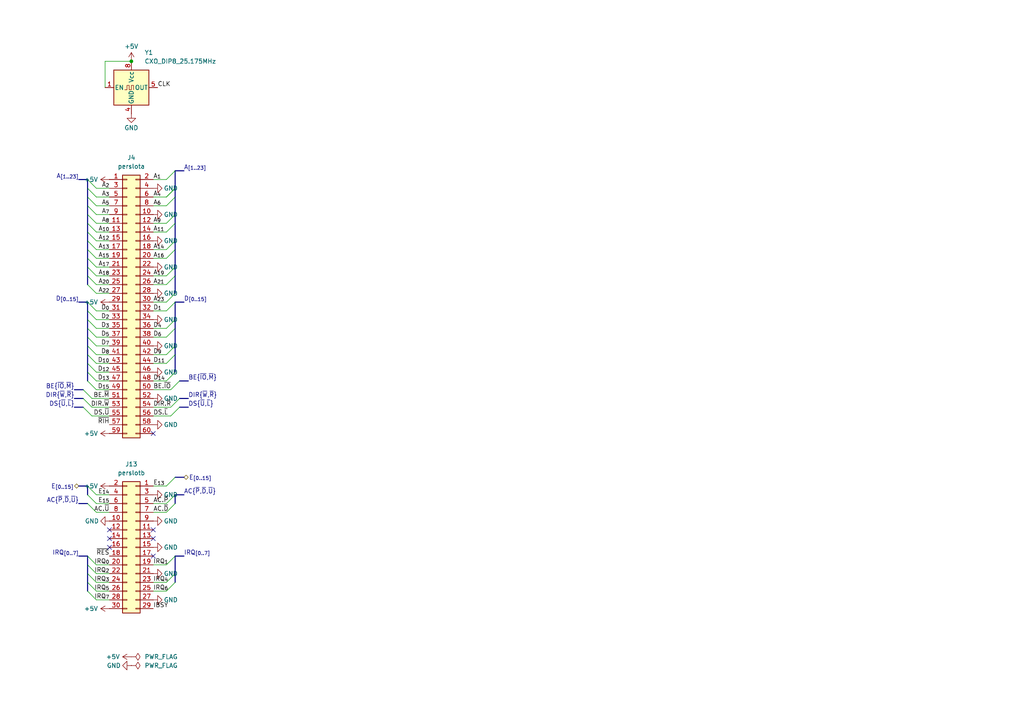
<source format=kicad_sch>
(kicad_sch (version 20250114) (generator "eeschema") (generator_version "9.0")
  (paper "A4")
  (text "horizontal, unit = pixel, '->' = clocked:\n	0x27e:	active video -> blank, front porch\n	0x28e:	front porch -> sync\n	0x2ee:	sync -> back porch\n	0x31e:	backporch -> active video, reset counter" (at 190.5 -165.1 0) (effects (font (size 1.27 1.27)) (justify left top)))
  (text "0010 0111 1110\n0010 1000 1110\n0010 1110 1110\n0011 0001 1111\n\nt0 = A123\nt1 = A56\nBj = t0 * t1 * A49\nt2 = t0 * B\nSj = t2 * !t1\nSk = t2 * t1\nBk = t2 * A048" (at 482.6 -139.7 0) (effects (font (size 1.27 1.27)) (justify left)))
  (text "vertical, unit = scanline:\n	0x1E0:	active video -> blank, front porch\n	0x1EA:	front porch -> sync\n	0x1EC:	sync -> back porch\n	0x20D:	back porch -> active video, reset counter" (at 190.5 -101.6 0) (effects (font (size 1.27 1.27)) (justify left top)))
  (junction (at 749.3 154.94))
  (junction (at 749.3 104.14))
  (junction (at 419.1 152.4))
  (junction (at 749.3 149.86))
  (junction (at 419.1 154.94))
  (junction (at 165.1 -76.2))
  (junction (at 584.2 154.94))
  (junction (at 215.9 -139.7))
  (junction (at 304.8 -129.54))
  (junction (at 215.9 -71.12))
  (junction (at 914.4 104.14))
  (junction (at 584.2 149.86))
  (junction (at 215.9 -76.2))
  (junction (at 914.4 99.06))
  (junction (at 419.1 149.86))
  (junction (at 419.1 147.32))
  (junction (at 584.2 96.52))
  (junction (at 114.3 -139.7))
  (junction (at 114.3 -71.12))
  (junction (at 749.3 152.4))
  (junction (at 165.1 -73.66))
  (junction (at 584.2 104.14))
  (junction (at 419.1 96.52))
  (junction (at 419.1 104.14))
  (junction (at 584.2 99.06))
  (junction (at 215.9 -134.62))
  (junction (at 114.3 -76.2))
  (junction (at 114.3 -134.62))
  (junction (at 114.3 -124.46))
  (junction (at 914.4 152.4))
  (junction (at 419.1 99.06))
  (junction (at 114.3 -73.66))
  (junction (at 749.3 101.6))
  (junction (at 749.3 96.52))
  (junction (at 914.4 96.52))
  (junction (at 914.4 154.94))
  (junction (at 914.4 101.6))
  (junction (at 419.1 101.6))
  (junction (at 165.1 -137.16))
  (junction (at 584.2 147.32))
  (junction (at 584.2 152.4))
  (junction (at 914.4 147.32))
  (junction (at 165.1 -139.7))
  (junction (at 165.1 -134.62))
  (junction (at 114.3 -137.16))
  (junction (at 584.2 101.6))
  (junction (at 749.3 147.32))
  (junction (at 38.1 17.78))
  (junction (at 749.3 99.06))
  (junction (at 309.88 -124.46))
  (junction (at 165.1 -71.12))
  (junction (at 914.4 149.86))
  (junction (at 215.9 -73.66))
  (junction (at 215.9 -137.16))
  (no_connect (at 241.3 -134.62))
  (no_connect (at 31.75 156.21))
  (no_connect (at 939.8 99.06))
  (no_connect (at 774.7 106.68))
  (no_connect (at 241.3 -71.12))
  (no_connect (at 609.6 152.4))
  (no_connect (at 939.8 147.32))
  (no_connect (at 444.5 152.4))
  (no_connect (at 44.45 125.73))
  (no_connect (at 774.7 152.4))
  (no_connect (at 774.7 104.14))
  (no_connect (at 31.75 158.75))
  (no_connect (at 939.8 104.14))
  (no_connect (at 444.5 101.6))
  (no_connect (at 939.8 154.94))
  (no_connect (at 774.7 99.06))
  (no_connect (at 241.3 -68.58))
  (no_connect (at 241.3 -127))
  (no_connect (at 774.7 154.94))
  (no_connect (at 939.8 149.86))
  (no_connect (at 444.5 154.94))
  (no_connect (at 609.6 99.06))
  (no_connect (at 444.5 99.06))
  (no_connect (at 939.8 96.52))
  (no_connect (at 44.45 156.21))
  (no_connect (at 774.7 157.48))
  (no_connect (at 609.6 157.48))
  (no_connect (at 609.6 147.32))
  (no_connect (at 241.3 -132.08))
  (no_connect (at 609.6 106.68))
  (no_connect (at 444.5 147.32))
  (no_connect (at 609.6 101.6))
  (no_connect (at 44.45 161.29))
  (no_connect (at 774.7 147.32))
  (no_connect (at 774.7 96.52))
  (no_connect (at 609.6 154.94))
  (no_connect (at 444.5 149.86))
  (no_connect (at 444.5 104.14))
  (no_connect (at 609.6 96.52))
  (no_connect (at 44.45 153.67))
  (no_connect (at 939.8 101.6))
  (no_connect (at 939.8 106.68))
  (no_connect (at 939.8 157.48))
  (no_connect (at 444.5 106.68))
  (no_connect (at 609.6 149.86))
  (no_connect (at 939.8 152.4))
  (no_connect (at 444.5 157.48))
  (no_connect (at 774.7 101.6))
  (no_connect (at 609.6 104.14))
  (no_connect (at 774.7 149.86))
  (no_connect (at 363.22 -111.76))
  (no_connect (at 31.75 153.67))
  (no_connect (at 241.3 -63.5))
  (no_connect (at 363.22 -137.16))
  (no_connect (at 444.5 96.52))
  (bus_entry (at 27.94 97.79) (size -2.54 -2.54))
  (bus_entry (at 562.61 149.86) (size 2.54 -2.54))
  (bus_entry (at 727.71 147.32) (size 2.54 -2.54))
  (bus_entry (at 910.59 213.36) (size -2.54 -2.54))
  (bus_entry (at 267.97 -100.33) (size -2.54 -2.54))
  (bus_entry (at 562.61 96.52) (size 2.54 -2.54))
  (bus_entry (at 511.81 205.74) (size 2.54 -2.54))
  (bus_entry (at 364.49 205.74) (size -2.54 -2.54))
  (bus_entry (at 511.81 93.98) (size 2.54 -2.54))
  (bus_entry (at 643.89 220.98) (size -2.54 -2.54))
  (bus_entry (at 892.81 147.32) (size 2.54 -2.54))
  (bus_entry (at 808.99 88.9) (size -2.54 -2.54))
  (bus_entry (at 529.59 88.9) (size -2.54 -2.54))
  (bus_entry (at 643.89 147.32) (size -2.54 -2.54))
  (bus_entry (at 643.89 154.94) (size -2.54 -2.54))
  (bus_entry (at 727.71 205.74) (size 2.54 -2.54))
  (bus_entry (at 676.91 142.24) (size 2.54 -2.54))
  (bus_entry (at 859.79 142.24) (size -2.54 -2.54))
  (bus_entry (at 194.31 -73.66) (size 2.54 -2.54))
  (bus_entry (at 859.79 154.94) (size -2.54 -2.54))
  (bus_entry (at 910.59 139.7) (size -2.54 -2.54))
  (bus_entry (at 346.71 101.6) (size 2.54 -2.54))
  (bus_entry (at 613.41 142.24) (size 2.54 -2.54))
  (bus_entry (at 364.49 213.36) (size -2.54 -2.54))
  (bus_entry (at 448.31 142.24) (size 2.54 -2.54))
  (bus_entry (at 313.69 106.68) (size -2.54 -2.54))
  (bus_entry (at 48.26 87.63) (size 2.54 -2.54))
  (bus_entry (at 808.99 195.58) (size -2.54 -2.54))
  (bus_entry (at 245.11 -137.16) (size 2.54 -2.54))
  (bus_entry (at 778.51 144.78) (size 2.54 -2.54))
  (bus_entry (at 397.51 106.68) (size 2.54 -2.54))
  (bus_entry (at 48.26 52.07) (size 2.54 -2.54))
  (bus_entry (at 974.09 200.66) (size -2.54 -2.54))
  (bus_entry (at 910.59 208.28) (size -2.54 -2.54))
  (bus_entry (at 448.31 91.44) (size 2.54 -2.54))
  (bus_entry (at 859.79 162.56) (size -2.54 -2.54))
  (bus_entry (at 694.69 144.78) (size -2.54 -2.54))
  (bus_entry (at 48.26 90.17) (size 2.54 -2.54))
  (bus_entry (at 974.09 144.78) (size -2.54 -2.54))
  (bus_entry (at 676.91 96.52) (size 2.54 -2.54))
  (bus_entry (at 842.01 154.94) (size 2.54 -2.54))
  (bus_entry (at 842.01 91.44) (size 2.54 -2.54))
  (bus_entry (at 974.09 195.58) (size -2.54 -2.54))
  (bus_entry (at 364.49 144.78) (size -2.54 -2.54))
  (bus_entry (at 415.29 139.7) (size -2.54 -2.54))
  (bus_entry (at 562.61 91.44) (size 2.54 -2.54))
  (bus_entry (at 24.13 118.11) (size 2.54 2.54))
  (bus_entry (at 27.94 59.69) (size -2.54 -2.54))
  (bus_entry (at 346.71 88.9) (size 2.54 -2.54))
  (bus_entry (at 313.69 99.06) (size -2.54 -2.54))
  (bus_entry (at 397.51 88.9) (size 2.54 -2.54))
  (bus_entry (at 478.79 93.98) (size -2.54 -2.54))
  (bus_entry (at 313.69 205.74) (size -2.54 -2.54))
  (bus_entry (at 478.79 152.4) (size -2.54 -2.54))
  (bus_entry (at 562.61 99.06) (size 2.54 -2.54))
  (bus_entry (at 694.69 93.98) (size -2.54 -2.54))
  (bus_entry (at 143.51 -134.62) (size 2.54 -2.54))
  (bus_entry (at 511.81 101.6) (size 2.54 -2.54))
  (bus_entry (at 48.26 80.01) (size 2.54 -2.54))
  (bus_entry (at 346.71 195.58) (size 2.54 -2.54))
  (bus_entry (at 562.61 93.98) (size 2.54 -2.54))
  (bus_entry (at 27.94 67.31) (size -2.54 -2.54))
  (bus_entry (at 778.51 139.7) (size 2.54 -2.54))
  (bus_entry (at 694.69 88.9) (size -2.54 -2.54))
  (bus_entry (at 313.69 208.28) (size -2.54 -2.54))
  (bus_entry (at 48.26 57.15) (size 2.54 -2.54))
  (bus_entry (at 313.69 200.66) (size -2.54 -2.54))
  (bus_entry (at 694.69 215.9) (size -2.54 -2.54))
  (bus_entry (at 562.61 152.4) (size 2.54 -2.54))
  (bus_entry (at 778.51 210.82) (size 2.54 -2.54))
  (bus_entry (at 580.39 91.44) (size -2.54 -2.54))
  (bus_entry (at 346.71 198.12) (size 2.54 -2.54))
  (bus_entry (at 364.49 106.68) (size -2.54 -2.54))
  (bus_entry (at 1007.11 149.86) (size 2.54 -2.54))
  (bus_entry (at 643.89 91.44) (size -2.54 -2.54))
  (bus_entry (at 808.99 198.12) (size -2.54 -2.54))
  (bus_entry (at 974.09 193.04) (size -2.54 -2.54))
  (bus_entry (at 478.79 157.48) (size -2.54 -2.54))
  (bus_entry (at 364.49 210.82) (size -2.54 -2.54))
  (bus_entry (at 313.69 223.52) (size -2.54 -2.54))
  (bus_entry (at 562.61 88.9) (size 2.54 -2.54))
  (bus_entry (at 313.69 157.48) (size -2.54 -2.54))
  (bus_entry (at 808.99 152.4) (size -2.54 -2.54))
  (bus_entry (at 676.91 88.9) (size 2.54 -2.54))
  (bus_entry (at 694.69 157.48) (size -2.54 -2.54))
  (bus_entry (at 808.99 193.04) (size -2.54 -2.54))
  (bus_entry (at 842.01 106.68) (size 2.54 -2.54))
  (bus_entry (at 745.49 142.24) (size -2.54 -2.54))
  (bus_entry (at 842.01 104.14) (size 2.54 -2.54))
  (bus_entry (at 364.49 154.94) (size -2.54 -2.54))
  (bus_entry (at 842.01 139.7) (size 2.54 -2.54))
  (bus_entry (at 1007.11 147.32) (size 2.54 -2.54))
  (bus_entry (at 529.59 91.44) (size -2.54 -2.54))
  (bus_entry (at 143.51 -71.12) (size 2.54 -2.54))
  (bus_entry (at 892.81 220.98) (size 2.54 -2.54))
  (bus_entry (at 859.79 91.44) (size -2.54 -2.54))
  (bus_entry (at 478.79 200.66) (size -2.54 -2.54))
  (bus_entry (at 313.69 93.98) (size -2.54 -2.54))
  (bus_entry (at 778.51 142.24) (size 2.54 -2.54))
  (bus_entry (at 529.59 139.7) (size -2.54 -2.54))
  (bus_entry (at 364.49 88.9) (size -2.54 -2.54))
  (bus_entry (at 745.49 139.7) (size -2.54 -2.54))
  (bus_entry (at 727.71 91.44) (size 2.54 -2.54))
  (bus_entry (at 580.39 210.82) (size -2.54 -2.54))
  (bus_entry (at 346.71 142.24) (size 2.54 -2.54))
  (bus_entry (at 694.69 106.68) (size -2.54 -2.54))
  (bus_entry (at 397.51 220.98) (size 2.54 -2.54))
  (bus_entry (at 511.81 208.28) (size 2.54 -2.54))
  (bus_entry (at 643.89 213.36) (size -2.54 -2.54))
  (bus_entry (at 478.79 215.9) (size -2.54 -2.54))
  (bus_entry (at 643.89 205.74) (size -2.54 -2.54))
  (bus_entry (at 397.51 149.86) (size 2.54 -2.54))
  (bus_entry (at 943.61 142.24) (size 2.54 -2.54))
  (bus_entry (at 842.01 195.58) (size 2.54 -2.54))
  (bus_entry (at 580.39 208.28) (size -2.54 -2.54))
  (bus_entry (at 778.51 205.74) (size 2.54 -2.54))
  (bus_entry (at 694.69 104.14) (size -2.54 -2.54))
  (bus_entry (at 478.79 88.9) (size -2.54 -2.54))
  (bus_entry (at 808.99 162.56) (size -2.54 -2.54))
  (bus_entry (at 245.11 -139.7) (size 2.54 -2.54))
  (bus_entry (at 859.79 203.2) (size -2.54 -2.54))
  (bus_entry (at 346.71 200.66) (size 2.54 -2.54))
  (bus_entry (at 415.29 213.36) (size -2.54 -2.54))
  (bus_entry (at 346.71 152.4) (size 2.54 -2.54))
  (bus_entry (at 974.09 157.48) (size -2.54 -2.54))
  (bus_entry (at 643.89 101.6) (size -2.54 -2.54))
  (bus_entry (at 842.01 210.82) (size 2.54 -2.54))
  (bus_entry (at 397.51 139.7) (size 2.54 -2.54))
  (bus_entry (at 313.69 203.2) (size -2.54 -2.54))
  (bus_entry (at 745.49 215.9) (size -2.54 -2.54))
  (bus_entry (at 562.61 139.7) (size 2.54 -2.54))
  (bus_entry (at 910.59 162.56) (size -2.54 -2.54))
  (bus_entry (at 313.69 91.44) (size -2.54 -2.54))
  (bus_entry (at 1007.11 142.24) (size 2.54 -2.54))
  (bus_entry (at 511.81 157.48) (size 2.54 -2.54))
  (bus_entry (at 52.07 118.11) (size -2.54 2.54))
  (bus_entry (at 27.94 107.95) (size -2.54 -2.54))
  (bus_entry (at 745.49 88.9) (size -2.54 -2.54))
  (bus_entry (at 511.81 142.24) (size 2.54 -2.54))
  (bus_entry (at 808.99 238.76) (size -2.54 -2.54))
  (bus_entry (at 778.51 213.36) (size 2.54 -2.54))
  (bus_entry (at 808.99 200.66) (size -2.54 -2.54))
  (bus_entry (at 643.89 149.86) (size -2.54 -2.54))
  (bus_entry (at 194.31 -137.16) (size 2.54 -2.54))
  (bus_entry (at 676.91 154.94) (size 2.54 -2.54))
  (bus_entry (at 346.71 154.94) (size 2.54 -2.54))
  (bus_entry (at 27.94 100.33) (size -2.54 -2.54))
  (bus_entry (at 727.71 220.98) (size 2.54 -2.54))
  (bus_entry (at 892.81 91.44) (size 2.54 -2.54))
  (bus_entry (at 562.61 203.2) (size 2.54 -2.54))
  (bus_entry (at 397.51 215.9) (size 2.54 -2.54))
  (bus_entry (at 415.29 208.28) (size -2.54 -2.54))
  (bus_entry (at 808.99 93.98) (size -2.54 -2.54))
  (bus_entry (at 313.69 198.12) (size -2.54 -2.54))
  (bus_entry (at 48.26 64.77) (size 2.54 -2.54))
  (bus_entry (at 415.29 91.44) (size -2.54 -2.54))
  (bus_entry (at 313.69 238.76) (size -2.54 -2.54))
  (bus_entry (at 842.01 147.32) (size 2.54 -2.54))
  (bus_entry (at 974.09 147.32) (size -2.54 -2.54))
  (bus_entry (at 397.51 96.52) (size 2.54 -2.54))
  (bus_entry (at 529.59 149.86) (size -2.54 -2.54))
  (bus_entry (at 745.49 220.98) (size -2.54 -2.54))
  (bus_entry (at 48.26 57.15) (size 2.54 -2.54))
  (bus_entry (at 643.89 208.28) (size -2.54 -2.54))
  (bus_entry (at 397.51 144.78) (size 2.54 -2.54))
  (bus_entry (at 448.31 213.36) (size 2.54 -2.54))
  (bus_entry (at 842.01 99.06) (size 2.54 -2.54))
  (bus_entry (at 478.79 195.58) (size -2.54 -2.54))
  (bus_entry (at 143.51 -73.66) (size 2.54 -2.54))
  (bus_entry (at 562.61 144.78) (size 2.54 -2.54))
  (bus_entry (at 676.91 198.12) (size 2.54 -2.54))
  (bus_entry (at 910.59 144.78) (size -2.54 -2.54))
  (bus_entry (at 613.41 208.28) (size 2.54 -2.54))
  (bus_entry (at 842.01 193.04) (size 2.54 -2.54))
  (bus_entry (at 859.79 210.82) (size -2.54 -2.54))
  (bus_entry (at 842.01 157.48) (size 2.54 -2.54))
  (bus_entry (at 562.61 215.9) (size 2.54 -2.54))
  (bus_entry (at 27.94 69.85) (size -2.54 -2.54))
  (bus_entry (at 346.71 149.86) (size 2.54 -2.54))
  (bus_entry (at 745.49 213.36) (size -2.54 -2.54))
  (bus_entry (at 267.97 -113.03) (size -2.54 -2.54))
  (bus_entry (at 1007.11 157.48) (size 2.54 -2.54))
  (bus_entry (at 529.59 101.6) (size -2.54 -2.54))
  (bus_entry (at 313.69 218.44) (size -2.54 -2.54))
  (bus_entry (at 580.39 139.7) (size -2.54 -2.54))
  (bus_entry (at 694.69 91.44) (size -2.54 -2.54))
  (bus_entry (at 643.89 215.9) (size -2.54 -2.54))
  (bus_entry (at 267.97 -110.49) (size -2.54 -2.54))
  (bus_entry (at 1007.11 205.74) (size 2.54 -2.54))
  (bus_entry (at 910.59 203.2) (size -2.54 -2.54))
  (bus_entry (at 511.81 104.14) (size 2.54 -2.54))
  (bus_entry (at 859.79 152.4) (size -2.54 -2.54))
  (bus_entry (at 676.91 203.2) (size 2.54 -2.54))
  (bus_entry (at 643.89 236.22) (size -2.54 -2.54))
  (bus_entry (at 580.39 142.24) (size -2.54 -2.54))
  (bus_entry (at 346.71 157.48) (size 2.54 -2.54))
  (bus_entry (at 478.79 91.44) (size -2.54 -2.54))
  (bus_entry (at 808.99 157.48) (size -2.54 -2.54))
  (bus_entry (at 580.39 218.44) (size -2.54 -2.54))
  (bus_entry (at 694.69 210.82) (size -2.54 -2.54))
  (bus_entry (at 364.49 142.24) (size -2.54 -2.54))
  (bus_entry (at 694.69 139.7) (size -2.54 -2.54))
  (bus_entry (at 397.51 147.32) (size 2.54 -2.54))
  (bus_entry (at 727.71 88.9) (size 2.54 -2.54))
  (bus_entry (at 478.79 99.06) (size -2.54 -2.54))
  (bus_entry (at 48.26 171.45) (size 2.54 -2.54))
  (bus_entry (at 808.99 203.2) (size -2.54 -2.54))
  (bus_entry (at 267.97 -142.24) (size -2.54 -2.54))
  (bus_entry (at 364.49 208.28) (size -2.54 -2.54))
  (bus_entry (at 529.59 106.68) (size -2.54 -2.54))
  (bus_entry (at 313.69 147.32) (size -2.54 -2.54))
  (bus_entry (at 859.79 205.74) (size -2.54 -2.54))
  (bus_entry (at 27.94 148.59) (size -2.54 -2.54))
  (bus_entry (at 676.91 91.44) (size 2.54 -2.54))
  (bus_entry (at 974.09 152.4) (size -2.54 -2.54))
  (bus_entry (at 745.49 208.28) (size -2.54 -2.54))
  (bus_entry (at 313.69 215.9) (size -2.54 -2.54))
  (bus_entry (at 1007.11 190.5) (size 2.54 -2.54))
  (bus_entry (at 676.91 195.58) (size 2.54 -2.54))
  (bus_entry (at 643.89 203.2) (size -2.54 -2.54))
  (bus_entry (at 529.59 210.82) (size -2.54 -2.54))
  (bus_entry (at 27.94 110.49) (size -2.54 -2.54))
  (bus_entry (at 313.69 226.06) (size -2.54 -2.54))
  (bus_entry (at 478.79 139.7) (size -2.54 -2.54))
  (bus_entry (at 397.51 154.94) (size 2.54 -2.54))
  (bus_entry (at 859.79 218.44) (size -2.54 -2.54))
  (bus_entry (at 643.89 99.06) (size -2.54 -2.54))
  (bus_entry (at 511.81 96.52) (size 2.54 -2.54))
  (bus_entry (at 1007.11 200.66) (size 2.54 -2.54))
  (bus_entry (at 313.69 96.52) (size -2.54 -2.54))
  (bus_entry (at 727.71 99.06) (size 2.54 -2.54))
  (bus_entry (at 974.09 203.2) (size -2.54 -2.54))
  (bus_entry (at 24.13 113.03) (size 2.54 2.54))
  (bus_entry (at 313.69 144.78) (size -2.54 -2.54))
  (bus_entry (at 415.29 93.98) (size -2.54 -2.54))
  (bus_entry (at 529.59 205.74) (size -2.54 -2.54))
  (bus_entry (at 478.79 228.6) (size -2.54 -2.54))
  (bus_entry (at 478.79 213.36) (size -2.54 -2.54))
  (bus_entry (at 478.79 203.2) (size -2.54 -2.54))
  (bus_entry (at 580.39 215.9) (size -2.54 -2.54))
  (bus_entry (at 346.71 210.82) (size 2.54 -2.54))
  (bus_entry (at 694.69 142.24) (size -2.54 -2.54))
  (bus_entry (at 397.51 213.36) (size 2.54 -2.54))
  (bus_entry (at 415.29 203.2) (size -2.54 -2.54))
  (bus_entry (at 676.91 210.82) (size 2.54 -2.54))
  (bus_entry (at 529.59 218.44) (size -2.54 -2.54))
  (bus_entry (at 478.79 236.22) (size -2.54 -2.54))
  (bus_entry (at 859.79 96.52) (size -2.54 -2.54))
  (bus_entry (at 643.89 104.14) (size -2.54 -2.54))
  (bus_entry (at 364.49 203.2) (size -2.54 -2.54))
  (bus_entry (at 27.94 74.93) (size -2.54 -2.54))
  (bus_entry (at 943.61 208.28) (size 2.54 -2.54))
  (bus_entry (at 778.51 218.44) (size 2.54 -2.54))
  (bus_entry (at 745.49 91.44) (size -2.54 -2.54))
  (bus_entry (at 859.79 104.14) (size -2.54 -2.54))
  (bus_entry (at 643.89 226.06) (size -2.54 -2.54))
  (bus_entry (at 48.26 105.41) (size 2.54 -2.54))
  (bus_entry (at 52.07 110.49) (size -2.54 2.54))
  (bus_entry (at 842.01 93.98) (size 2.54 -2.54))
  (bus_entry (at 643.89 210.82) (size -2.54 -2.54))
  (bus_entry (at 562.61 218.44) (size 2.54 -2.54))
  (bus_entry (at 580.39 205.74) (size -2.54 -2.54))
  (bus_entry (at 529.59 213.36) (size -2.54 -2.54))
  (bus_entry (at 842.01 149.86) (size 2.54 -2.54))
  (bus_entry (at 415.29 218.44) (size -2.54 -2.54))
  (bus_entry (at 727.71 93.98) (size 2.54 -2.54))
  (bus_entry (at 613.41 139.7) (size 2.54 -2.54))
  (bus_entry (at 778.51 208.28) (size 2.54 -2.54))
  (bus_entry (at 313.69 233.68) (size -2.54 -2.54))
  (bus_entry (at 727.71 152.4) (size 2.54 -2.54))
  (bus_entry (at 562.61 213.36) (size 2.54 -2.54))
  (bus_entry (at 808.99 149.86) (size -2.54 -2.54))
  (bus_entry (at 859.79 215.9) (size -2.54 -2.54))
  (bus_entry (at 511.81 154.94) (size 2.54 -2.54))
  (bus_entry (at 694.69 220.98) (size -2.54 -2.54))
  (bus_entry (at 943.61 203.2) (size 2.54 -2.54))
  (bus_entry (at 910.59 142.24) (size -2.54 -2.54))
  (bus_entry (at 808.99 104.14) (size -2.54 -2.54))
  (bus_entry (at 346.71 144.78) (size 2.54 -2.54))
  (bus_entry (at 643.89 144.78) (size -2.54 -2.54))
  (bus_entry (at 448.31 215.9) (size 2.54 -2.54))
  (bus_entry (at 397.51 218.44) (size 2.54 -2.54))
  (bus_entry (at 892.81 149.86) (size 2.54 -2.54))
  (bus_entry (at 808.99 101.6) (size -2.54 -2.54))
  (bus_entry (at 943.61 144.78) (size 2.54 -2.54))
  (bus_entry (at 808.99 218.44) (size -2.54 -2.54))
  (bus_entry (at 974.09 139.7) (size -2.54 -2.54))
  (bus_entry (at 397.51 93.98) (size 2.54 -2.54))
  (bus_entry (at 313.69 88.9) (size -2.54 -2.54))
  (bus_entry (at 643.89 231.14) (size -2.54 -2.54))
  (bus_entry (at 643.89 233.68) (size -2.54 -2.54))
  (bus_entry (at 580.39 88.9) (size -2.54 -2.54))
  (bus_entry (at 397.51 142.24) (size 2.54 -2.54))
  (bus_entry (at 745.49 218.44) (size -2.54 -2.54))
  (bus_entry (at 842.01 152.4) (size 2.54 -2.54))
  (bus_entry (at 511.81 198.12) (size 2.54 -2.54))
  (bus_entry (at 27.94 163.83) (size -2.54 -2.54))
  (bus_entry (at 974.09 154.94) (size -2.54 -2.54))
  (bus_entry (at 676.91 106.68) (size 2.54 -2.54))
  (bus_entry (at 194.31 -71.12) (size 2.54 -2.54))
  (bus_entry (at 727.71 213.36) (size 2.54 -2.54))
  (bus_entry (at 727.71 218.44) (size 2.54 -2.54))
  (bus_entry (at 1007.11 193.04) (size 2.54 -2.54))
  (bus_entry (at 808.99 142.24) (size -2.54 -2.54))
  (bus_entry (at 643.89 218.44) (size -2.54 -2.54))
  (bus_entry (at 842.01 101.6) (size 2.54 -2.54))
  (bus_entry (at 676.91 205.74) (size 2.54 -2.54))
  (bus_entry (at 48.26 95.25) (size 2.54 -2.54))
  (bus_entry (at 859.79 147.32) (size -2.54 -2.54))
  (bus_entry (at 910.59 218.44) (size -2.54 -2.54))
  (bus_entry (at 364.49 91.44) (size -2.54 -2.54))
  (bus_entry (at 808.99 208.28) (size -2.54 -2.54))
  (bus_entry (at 1007.11 208.28) (size 2.54 -2.54))
  (bus_entry (at 676.91 152.4) (size 2.54 -2.54))
  (bus_entry (at 478.79 154.94) (size -2.54 -2.54))
  (bus_entry (at 143.51 -137.16) (size 2.54 -2.54))
  (bus_entry (at 580.39 213.36) (size -2.54 -2.54))
  (bus_entry (at 745.49 210.82) (size -2.54 -2.54))
  (bus_entry (at 892.81 218.44) (size 2.54 -2.54))
  (bus_entry (at 511.81 88.9) (size 2.54 -2.54))
  (bus_entry (at 727.71 154.94) (size 2.54 -2.54))
  (bus_entry (at 910.59 220.98) (size -2.54 -2.54))
  (bus_entry (at 415.29 144.78) (size -2.54 -2.54))
  (bus_entry (at 313.69 193.04) (size -2.54 -2.54))
  (bus_entry (at 194.31 -134.62) (size 2.54 -2.54))
  (bus_entry (at 842.01 96.52) (size 2.54 -2.54))
  (bus_entry (at 448.31 139.7) (size 2.54 -2.54))
  (bus_entry (at 892.81 144.78) (size 2.54 -2.54))
  (bus_entry (at 562.61 142.24) (size 2.54 -2.54))
  (bus_entry (at 892.81 142.24) (size 2.54 -2.54))
  (bus_entry (at 27.94 57.15) (size -2.54 -2.54))
  (bus_entry (at 727.71 149.86) (size 2.54 -2.54))
  (bus_entry (at 808.99 233.68) (size -2.54 -2.54))
  (bus_entry (at 1007.11 195.58) (size 2.54 -2.54))
  (bus_entry (at 397.51 104.14) (size 2.54 -2.54))
  (bus_entry (at 808.99 220.98) (size -2.54 -2.54))
  (bus_entry (at 48.26 110.49) (size 2.54 -2.54))
  (bus_entry (at 397.51 210.82) (size 2.54 -2.54))
  (bus_entry (at 676.91 147.32) (size 2.54 -2.54))
  (bus_entry (at 346.71 91.44) (size 2.54 -2.54))
  (bus_entry (at 267.97 -137.16) (size -2.54 -2.54))
  (bus_entry (at 859.79 93.98) (size -2.54 -2.54))
  (bus_entry (at 313.69 149.86) (size -2.54 -2.54))
  (bus_entry (at 27.94 173.99) (size -2.54 -2.54))
  (bus_entry (at 1007.11 139.7) (size 2.54 -2.54))
  (bus_entry (at 478.79 226.06) (size -2.54 -2.54))
  (bus_entry (at 808.99 106.68) (size -2.54 -2.54))
  (bus_entry (at 892.81 210.82) (size 2.54 -2.54))
  (bus_entry (at 745.49 144.78) (size -2.54 -2.54))
  (bus_entry (at 562.61 104.14) (size 2.54 -2.54))
  (bus_entry (at 892.81 96.52) (size 2.54 -2.54))
  (bus_entry (at 859.79 106.68) (size -2.54 -2.54))
  (bus_entry (at 245.11 -73.66) (size 2.54 -2.54))
  (bus_entry (at 1007.11 152.4) (size 2.54 -2.54))
  (bus_entry (at 694.69 213.36) (size -2.54 -2.54))
  (bus_entry (at 892.81 88.9) (size 2.54 -2.54))
  (bus_entry (at 529.59 152.4) (size -2.54 -2.54))
  (bus_entry (at 27.94 64.77) (size -2.54 -2.54))
  (bus_entry (at 562.61 220.98) (size 2.54 -2.54))
  (bus_entry (at 27.94 82.55) (size -2.54 -2.54))
  (bus_entry (at 478.79 162.56) (size -2.54 -2.54))
  (bus_entry (at 448.31 144.78) (size 2.54 -2.54))
  (bus_entry (at 676.91 101.6) (size 2.54 -2.54))
  (bus_entry (at 448.31 220.98) (size 2.54 -2.54))
  (bus_entry (at 478.79 101.6) (size -2.54 -2.54))
  (bus_entry (at 478.79 142.24) (size -2.54 -2.54))
  (bus_entry (at 364.49 96.52) (size -2.54 -2.54))
  (bus_entry (at 397.51 91.44) (size 2.54 -2.54))
  (bus_entry (at 562.61 205.74) (size 2.54 -2.54))
  (bus_entry (at 842.01 203.2) (size 2.54 -2.54))
  (bus_entry (at 529.59 93.98) (size -2.54 -2.54))
  (bus_entry (at 613.41 205.74) (size 2.54 -2.54))
  (bus_entry (at 943.61 218.44) (size 2.54 -2.54))
  (bus_entry (at 892.81 205.74) (size 2.54 -2.54))
  (bus_entry (at 892.81 101.6) (size 2.54 -2.54))
  (bus_entry (at 727.71 203.2) (size 2.54 -2.54))
  (bus_entry (at 859.79 220.98) (size -2.54 -2.54))
  (bus_entry (at 676.91 208.28) (size 2.54 -2.54))
  (bus_entry (at 562.61 154.94) (size 2.54 -2.54))
  (bus_entry (at 143.51 -68.58) (size 2.54 -2.54))
  (bus_entry (at 808.99 213.36) (size -2.54 -2.54))
  (bus_entry (at 313.69 101.6) (size -2.54 -2.54))
  (bus_entry (at 511.81 149.86) (size 2.54 -2.54))
  (bus_entry (at 613.41 144.78) (size 2.54 -2.54))
  (bus_entry (at 267.97 -129.54) (size -2.54 -2.54))
  (bus_entry (at 910.59 88.9) (size -2.54 -2.54))
  (bus_entry (at 529.59 104.14) (size -2.54 -2.54))
  (bus_entry (at 727.71 142.24) (size 2.54 -2.54))
  (bus_entry (at 478.79 233.68) (size -2.54 -2.54))
  (bus_entry (at 448.31 205.74) (size 2.54 -2.54))
  (bus_entry (at 859.79 144.78) (size -2.54 -2.54))
  (bus_entry (at 778.51 220.98) (size 2.54 -2.54))
  (bus_entry (at 694.69 99.06) (size -2.54 -2.54))
  (bus_entry (at 511.81 200.66) (size 2.54 -2.54))
  (bus_entry (at 892.81 93.98) (size 2.54 -2.54))
  (bus_entry (at 892.81 152.4) (size 2.54 -2.54))
  (bus_entry (at 346.71 104.14) (size 2.54 -2.54))
  (bus_entry (at 364.49 99.06) (size -2.54 -2.54))
  (bus_entry (at 27.94 171.45) (size -2.54 -2.54))
  (bus_entry (at 676.91 104.14) (size 2.54 -2.54))
  (bus_entry (at 613.41 91.44) (size 2.54 -2.54))
  (bus_entry (at 529.59 220.98) (size -2.54 -2.54))
  (bus_entry (at 397.51 205.74) (size 2.54 -2.54))
  (bus_entry (at 694.69 96.52) (size -2.54 -2.54))
  (bus_entry (at 27.94 77.47) (size -2.54 -2.54))
  (bus_entry (at 511.81 91.44) (size 2.54 -2.54))
  (bus_entry (at 313.69 195.58) (size -2.54 -2.54))
  (bus_entry (at 727.71 215.9) (size 2.54 -2.54))
  (bus_entry (at 27.94 54.61) (size -2.54 -2.54))
  (bus_entry (at 448.31 203.2) (size 2.54 -2.54))
  (bus_entry (at 808.99 226.06) (size -2.54 -2.54))
  (bus_entry (at 27.94 85.09) (size -2.54 -2.54))
  (bus_entry (at 808.99 144.78) (size -2.54 -2.54))
  (bus_entry (at 478.79 208.28) (size -2.54 -2.54))
  (bus_entry (at 562.61 157.48) (size 2.54 -2.54))
  (bus_entry (at 26.67 118.11) (size -2.54 -2.54))
  (bus_entry (at 808.99 91.44) (size -2.54 -2.54))
  (bus_entry (at 613.41 93.98) (size 2.54 -2.54))
  (bus_entry (at 943.61 91.44) (size 2.54 -2.54))
  (bus_entry (at 808.99 205.74) (size -2.54 -2.54))
  (bus_entry (at 727.71 96.52) (size 2.54 -2.54))
  (bus_entry (at 511.81 147.32) (size 2.54 -2.54))
  (bus_entry (at 974.09 149.86) (size -2.54 -2.54))
  (bus_entry (at 892.81 104.14) (size 2.54 -2.54))
  (bus_entry (at 1007.11 198.12) (size 2.54 -2.54))
  (bus_entry (at 313.69 152.4) (size -2.54 -2.54))
  (bus_entry (at 842.01 142.24) (size 2.54 -2.54))
  (bus_entry (at 676.91 99.06) (size 2.54 -2.54))
  (bus_entry (at 643.89 198.12) (size -2.54 -2.54))
  (bus_entry (at 859.79 208.28) (size -2.54 -2.54))
  (bus_entry (at 643.89 228.6) (size -2.54 -2.54))
  (bus_entry (at 842.01 200.66) (size 2.54 -2.54))
  (bus_entry (at 1007.11 203.2) (size 2.54 -2.54))
  (bus_entry (at 346.71 99.06) (size 2.54 -2.54))
  (bus_entry (at 397.51 203.2) (size 2.54 -2.54))
  (bus_entry (at 529.59 99.06) (size -2.54 -2.54))
  (bus_entry (at 364.49 104.14) (size -2.54 -2.54))
  (bus_entry (at 859.79 88.9) (size -2.54 -2.54))
  (bus_entry (at 808.99 215.9) (size -2.54 -2.54))
  (bus_entry (at 529.59 208.28) (size -2.54 -2.54))
  (bus_entry (at 478.79 205.74) (size -2.54 -2.54))
  (bus_entry (at 943.61 139.7) (size 2.54 -2.54))
  (bus_entry (at 478.79 198.12) (size -2.54 -2.54))
  (bus_entry (at 613.41 218.44) (size 2.54 -2.54))
  (bus_entry (at 478.79 106.68) (size -2.54 -2.54))
  (bus_entry (at 842.01 144.78) (size 2.54 -2.54))
  (bus_entry (at 643.89 96.52) (size -2.54 -2.54))
  (bus_entry (at 346.71 203.2) (size 2.54 -2.54))
  (bus_entry (at 49.53 118.11) (size 2.54 -2.54))
  (bus_entry (at 727.71 208.28) (size 2.54 -2.54))
  (bus_entry (at 48.26 72.39) (size 2.54 -2.54))
  (bus_entry (at 415.29 142.24) (size -2.54 -2.54))
  (bus_entry (at 613.41 215.9) (size 2.54 -2.54))
  (bus_entry (at 892.81 106.68) (size 2.54 -2.54))
  (bus_entry (at 778.51 88.9) (size 2.54 -2.54))
  (bus_entry (at 511.81 203.2) (size 2.54 -2.54))
  (bus_entry (at 892.81 139.7) (size 2.54 -2.54))
  (bus_entry (at 48.26 74.93) (size 2.54 -2.54))
  (bus_entry (at 529.59 147.32) (size -2.54 -2.54))
  (bus_entry (at 943.61 93.98) (size 2.54 -2.54))
  (bus_entry (at 478.79 147.32) (size -2.54 -2.54))
  (bus_entry (at 892.81 154.94) (size 2.54 -2.54))
  (bus_entry (at 478.79 223.52) (size -2.54 -2.54))
  (bus_entry (at 48.26 67.31) (size 2.54 -2.54))
  (bus_entry (at 478.79 149.86) (size -2.54 -2.54))
  (bus_entry (at 313.69 139.7) (size -2.54 -2.54))
  (bus_entry (at 313.69 210.82) (size -2.54 -2.54))
  (bus_entry (at 364.49 149.86) (size -2.54 -2.54))
  (bus_entry (at 727.71 106.68) (size 2.54 -2.54))
  (bus_entry (at 580.39 203.2) (size -2.54 -2.54))
  (bus_entry (at 27.94 92.71) (size -2.54 -2.54))
  (bus_entry (at 974.09 208.28) (size -2.54 -2.54))
  (bus_entry (at 892.81 215.9) (size 2.54 -2.54))
  (bus_entry (at 892.81 203.2) (size 2.54 -2.54))
  (bus_entry (at 364.49 215.9) (size -2.54 -2.54))
  (bus_entry (at 511.81 210.82) (size 2.54 -2.54))
  (bus_entry (at 48.26 146.05) (size 2.54 -2.54))
  (bus_entry (at 859.79 99.06) (size -2.54 -2.54))
  (bus_entry (at 364.49 101.6) (size -2.54 -2.54))
  (bus_entry (at 778.51 93.98) (size 2.54 -2.54))
  (bus_entry (at 313.69 213.36) (size -2.54 -2.54))
  (bus_entry (at 676.91 93.98) (size 2.54 -2.54))
  (bus_entry (at 580.39 162.56) (size -2.54 -2.54))
  (bus_entry (at 859.79 213.36) (size -2.54 -2.54))
  (bus_entry (at 859.79 101.6) (size -2.54 -2.54))
  (bus_entry (at 267.97 -124.46) (size -2.54 -2.54))
  (bus_entry (at 364.49 220.98) (size -2.54 -2.54))
  (bus_entry (at 397.51 101.6) (size 2.54 -2.54))
  (bus_entry (at 397.51 208.28) (size 2.54 -2.54))
  (bus_entry (at 27.94 95.25) (size -2.54 -2.54))
  (bus_entry (at 448.31 88.9) (size 2.54 -2.54))
  (bus_entry (at 27.94 102.87) (size -2.54 -2.54))
  (bus_entry (at 245.11 -76.2) (size 2.54 -2.54))
  (bus_entry (at 727.71 139.7) (size 2.54 -2.54))
  (bus_entry (at 511.81 106.68) (size 2.54 -2.54))
  (bus_entry (at 808.99 139.7) (size -2.54 -2.54))
  (bus_entry (at 943.61 220.98) (size 2.54 -2.54))
  (bus_entry (at 643.89 106.68) (size -2.54 -2.54))
  (bus_entry (at 859.79 157.48) (size -2.54 -2.54))
  (bus_entry (at 364.49 147.32) (size -2.54 -2.54))
  (bus_entry (at 415.29 220.98) (size -2.54 -2.54))
  (bus_entry (at 346.71 93.98) (size 2.54 -2.54))
  (bus_entry (at 478.79 144.78) (size -2.54 -2.54))
  (bus_entry (at 478.79 238.76) (size -2.54 -2.54))
  (bus_entry (at 511.81 99.06) (size 2.54 -2.54))
  (bus_entry (at 910.59 205.74) (size -2.54 -2.54))
  (bus_entry (at 745.49 203.2) (size -2.54 -2.54))
  (bus_entry (at 194.31 -132.08) (size 2.54 -2.54))
  (bus_entry (at 808.99 236.22) (size -2.54 -2.54))
  (bus_entry (at 143.51 -76.2) (size 2.54 -2.54))
  (bus_entry (at 643.89 142.24) (size -2.54 -2.54))
  (bus_entry (at 267.97 -97.79) (size -2.54 -2.54))
  (bus_entry (at 48.26 59.69) (size 2.54 -2.54))
  (bus_entry (at 778.51 91.44) (size 2.54 -2.54))
  (bus_entry (at 943.61 205.74) (size 2.54 -2.54))
  (bus_entry (at 727.71 101.6) (size 2.54 -2.54))
  (bus_entry (at 694.69 152.4) (size -2.54 -2.54))
  (bus_entry (at 448.31 93.98) (size 2.54 -2.54))
  (bus_entry (at 529.59 96.52) (size -2.54 -2.54))
  (bus_entry (at 511.81 195.58) (size 2.54 -2.54))
  (bus_entry (at 943.61 210.82) (size 2.54 -2.54))
  (bus_entry (at 478.79 220.98) (size -2.54 -2.54))
  (bus_entry (at 676.91 144.78) (size 2.54 -2.54))
  (bus_entry (at 529.59 144.78) (size -2.54 -2.54))
  (bus_entry (at 529.59 154.94) (size -2.54 -2.54))
  (bus_entry (at 562.61 101.6) (size 2.54 -2.54))
  (bus_entry (at 143.51 -139.7) (size 2.54 -2.54))
  (bus_entry (at 808.99 210.82) (size -2.54 -2.54))
  (bus_entry (at 415.29 205.74) (size -2.54 -2.54))
  (bus_entry (at 727.71 210.82) (size 2.54 -2.54))
  (bus_entry (at 415.29 88.9) (size -2.54 -2.54))
  (bus_entry (at 364.49 157.48) (size -2.54 -2.54))
  (bus_entry (at 613.41 220.98) (size 2.54 -2.54))
  (bus_entry (at 1007.11 144.78) (size 2.54 -2.54))
  (bus_entry (at 27.94 113.03) (size -2.54 -2.54))
  (bus_entry (at 313.69 104.14) (size -2.54 -2.54))
  (bus_entry (at 313.69 220.98) (size -2.54 -2.54))
  (bus_entry (at 694.69 218.44) (size -2.54 -2.54))
  (bus_entry (at 943.61 213.36) (size 2.54 -2.54))
  (bus_entry (at 562.61 208.28) (size 2.54 -2.54))
  (bus_entry (at 580.39 144.78) (size -2.54 -2.54))
  (bus_entry (at 27.94 146.05) (size -2.54 -2.54))
  (bus_entry (at 808.99 223.52) (size -2.54 -2.54))
  (bus_entry (at 27.94 143.51) (size -2.54 -2.54))
  (bus_entry (at 346.71 208.28) (size 2.54 -2.54))
  (bus_entry (at 910.59 93.98) (size -2.54 -2.54))
  (bus_entry (at 727.71 104.14) (size 2.54 -2.54))
  (bus_entry (at 643.89 195.58) (size -2.54 -2.54))
  (bus_entry (at 727.71 144.78) (size 2.54 -2.54))
  (bus_entry (at 194.31 -68.58) (size 2.54 -2.54))
  (bus_entry (at 974.09 142.24) (size -2.54 -2.54))
  (bus_entry (at 643.89 223.52) (size -2.54 -2.54))
  (bus_entry (at 529.59 203.2) (size -2.54 -2.54))
  (bus_entry (at 48.26 163.83) (size 2.54 -2.54))
  (bus_entry (at 676.91 193.04) (size 2.54 -2.54))
  (bus_entry (at 511.81 144.78) (size 2.54 -2.54))
  (bus_entry (at 1007.11 154.94) (size 2.54 -2.54))
  (bus_entry (at 48.26 168.91) (size 2.54 -2.54))
  (bus_entry (at 694.69 101.6) (size -2.54 -2.54))
  (bus_entry (at 808.99 231.14) (size -2.54 -2.54))
  (bus_entry (at 778.51 203.2) (size 2.54 -2.54))
  (bus_entry (at 562.61 210.82) (size 2.54 -2.54))
  (bus_entry (at 745.49 205.74) (size -2.54 -2.54))
  (bus_entry (at 448.31 218.44) (size 2.54 -2.54))
  (bus_entry (at 808.99 154.94) (size -2.54 -2.54))
  (bus_entry (at 48.26 97.79) (size 2.54 -2.54))
  (bus_entry (at 613.41 88.9) (size 2.54 -2.54))
  (bus_entry (at 27.94 168.91) (size -2.54 -2.54))
  (bus_entry (at 48.26 140.97) (size 2.54 -2.54))
  (bus_entry (at 745.49 93.98) (size -2.54 -2.54))
  (bus_entry (at 478.79 104.14) (size -2.54 -2.54))
  (bus_entry (at 808.99 147.32) (size -2.54 -2.54))
  (bus_entry (at 194.31 -76.2) (size 2.54 -2.54))
  (bus_entry (at 529.59 215.9) (size -2.54 -2.54))
  (bus_entry (at 859.79 139.7) (size -2.54 -2.54))
  (bus_entry (at 694.69 154.94) (size -2.54 -2.54))
  (bus_entry (at 511.81 139.7) (size 2.54 -2.54))
  (bus_entry (at 643.89 152.4) (size -2.54 -2.54))
  (bus_entry (at 974.09 190.5) (size -2.54 -2.54))
  (bus_entry (at 676.91 139.7) (size 2.54 -2.54))
  (bus_entry (at 27.94 166.37) (size -2.54 -2.54))
  (bus_entry (at 694.69 203.2) (size -2.54 -2.54))
  (bus_entry (at 910.59 210.82) (size -2.54 -2.54))
  (bus_entry (at 613.41 203.2) (size 2.54 -2.54))
  (bus_entry (at 808.99 96.52) (size -2.54 -2.54))
  (bus_entry (at 364.49 218.44) (size -2.54 -2.54))
  (bus_entry (at 892.81 213.36) (size 2.54 -2.54))
  (bus_entry (at 397.51 157.48) (size 2.54 -2.54))
  (bus_entry (at 613.41 213.36) (size 2.54 -2.54))
  (bus_entry (at 27.94 105.41) (size -2.54 -2.54))
  (bus_entry (at 397.51 152.4) (size 2.54 -2.54))
  (bus_entry (at 346.71 147.32) (size 2.54 -2.54))
  (bus_entry (at 974.09 205.74) (size -2.54 -2.54))
  (bus_entry (at 676.91 200.66) (size 2.54 -2.54))
  (bus_entry (at 478.79 231.14) (size -2.54 -2.54))
  (bus_entry (at 346.71 139.7) (size 2.54 -2.54))
  (bus_entry (at 562.61 147.32) (size 2.54 -2.54))
  (bus_entry (at 478.79 210.82) (size -2.54 -2.54))
  (bus_entry (at 313.69 228.6) (size -2.54 -2.54))
  (bus_entry (at 643.89 93.98) (size -2.54 -2.54))
  (bus_entry (at 27.94 80.01) (size -2.54 -2.54))
  (bus_entry (at 943.61 215.9) (size 2.54 -2.54))
  (bus_entry (at 27.94 72.39) (size -2.54 -2.54))
  (bus_entry (at 313.69 154.94) (size -2.54 -2.54))
  (bus_entry (at 478.79 96.52) (size -2.54 -2.54))
  (bus_entry (at 727.71 157.48) (size 2.54 -2.54))
  (bus_entry (at 529.59 162.56) (size -2.54 -2.54))
  (bus_entry (at 529.59 142.24) (size -2.54 -2.54))
  (bus_entry (at 613.41 210.82) (size 2.54 -2.54))
  (bus_entry (at 892.81 157.48) (size 2.54 -2.54))
  (bus_entry (at 27.94 90.17) (size -2.54 -2.54))
  (bus_entry (at 562.61 106.68) (size 2.54 -2.54))
  (bus_entry (at 194.31 -139.7) (size 2.54 -2.54))
  (bus_entry (at 478.79 193.04) (size -2.54 -2.54))
  (bus_entry (at 364.49 152.4) (size -2.54 -2.54))
  (bus_entry (at 478.79 218.44) (size -2.54 -2.54))
  (bus_entry (at 346.71 193.04) (size 2.54 -2.54))
  (bus_entry (at 643.89 157.48) (size -2.54 -2.54))
  (bus_entry (at 346.71 106.68) (size 2.54 -2.54))
  (bus_entry (at 48.26 82.55) (size 2.54 -2.54))
  (bus_entry (at 974.09 198.12) (size -2.54 -2.54))
  (bus_entry (at 143.51 -132.08) (size 2.54 -2.54))
  (bus_entry (at 943.61 88.9) (size 2.54 -2.54))
  (bus_entry (at 48.26 148.59) (size 2.54 -2.54))
  (bus_entry (at 643.89 238.76) (size -2.54 -2.54))
  (bus_entry (at 580.39 220.98) (size -2.54 -2.54))
  (bus_entry (at 892.81 208.28) (size 2.54 -2.54))
  (bus_entry (at 694.69 147.32) (size -2.54 -2.54))
  (bus_entry (at 910.59 91.44) (size -2.54 -2.54))
  (bus_entry (at 643.89 88.9) (size -2.54 -2.54))
  (bus_entry (at 346.71 205.74) (size 2.54 -2.54))
  (bus_entry (at 27.94 62.23) (size -2.54 -2.54))
  (bus_entry (at 313.69 231.14) (size -2.54 -2.54))
  (bus_entry (at 448.31 210.82) (size 2.54 -2.54))
  (bus_entry (at 313.69 142.24) (size -2.54 -2.54))
  (bus_entry (at 842.01 205.74) (size 2.54 -2.54))
  (bus_entry (at 842.01 208.28) (size 2.54 -2.54))
  (bus_entry (at 529.59 157.48) (size -2.54 -2.54))
  (bus_entry (at 778.51 215.9) (size 2.54 -2.54))
  (bus_entry (at 842.01 198.12) (size 2.54 -2.54))
  (bus_entry (at 580.39 93.98) (size -2.54 -2.54))
  (bus_entry (at 364.49 139.7) (size -2.54 -2.54))
  (bus_entry (at 397.51 99.06) (size 2.54 -2.54))
  (bus_entry (at 808.99 99.06) (size -2.54 -2.54))
  (bus_entry (at 448.31 208.28) (size 2.54 -2.54))
  (bus_entry (at 267.97 -102.87) (size -2.54 -2.54))
  (bus_entry (at 676.91 157.48) (size 2.54 -2.54))
  (bus_entry (at 859.79 149.86) (size -2.54 -2.54))
  (bus_entry (at 415.29 215.9) (size -2.54 -2.54))
  (bus_entry (at 694.69 205.74) (size -2.54 -2.54))
  (bus_entry (at 511.81 193.04) (size 2.54 -2.54))
  (bus_entry (at 842.01 88.9) (size 2.54 -2.54))
  (bus_entry (at 694.69 208.28) (size -2.54 -2.54))
  (bus_entry (at 643.89 200.66) (size -2.54 -2.54))
  (bus_entry (at 676.91 149.86) (size 2.54 -2.54))
  (bus_entry (at 415.29 210.82) (size -2.54 -2.54))
  (bus_entry (at 694.69 149.86) (size -2.54 -2.54))
  (bus_entry (at 313.69 236.22) (size -2.54 -2.54))
  (bus_entry (at 808.99 228.6) (size -2.54 -2.54))
  (bus_entry (at 643.89 139.7) (size -2.54 -2.54))
  (bus_entry (at 643.89 193.04) (size -2.54 -2.54))
  (bus_entry (at 892.81 99.06) (size 2.54 -2.54))
  (bus_entry (at 511.81 152.4) (size 2.54 -2.54))
  (bus_entry (at 910.59 215.9) (size -2.54 -2.54))
  (bus_entry (at 267.97 -139.7) (size -2.54 -2.54))
  (bus_entry (at 346.71 96.52) (size 2.54 -2.54))
  (bus_entry (at 48.26 102.87) (size 2.54 -2.54))
  (bus_entry (at 364.49 93.98) (size -2.54 -2.54))
  (bus (pts (xy 476.25 195.58) (xy 476.25 198.12)))
  (wire (pts (xy 215.9 -71.12) (xy 215.9 -68.58)))
  (wire (pts (xy 812.8 99.06) (xy 808.99 99.06)))
  (bus (pts (xy 25.4 105.41) (xy 25.4 102.87)))
  (bus (pts (xy 565.15 91.44) (xy 565.15 93.98)))
  (bus (pts (xy 895.35 144.78) (xy 895.35 147.32)))
  (wire (pts (xy 1003.3 203.2) (xy 1007.11 203.2)))
  (bus (pts (xy 527.05 88.9) (xy 527.05 91.44)))
  (bus (pts (xy 196.85 -78.74) (xy 199.39 -78.74)))
  (bus (pts (xy 679.45 142.24) (xy 679.45 144.78)))
  (bus (pts (xy 730.25 210.82) (xy 730.25 208.28)))
  (bus (pts (xy 400.05 215.9) (xy 400.05 213.36)))
  (wire (pts (xy 749.3 213.36) (xy 745.49 213.36)))
  (wire (pts (xy 584.2 154.94) (xy 584.2 157.48)))
  (wire (pts (xy 190.5 -73.66) (xy 194.31 -73.66)))
  (bus (pts (xy 641.35 215.9) (xy 641.35 218.44)))
  (bus (pts (xy 349.25 86.36) (xy 349.25 88.9)))
  (bus (pts (xy 615.95 139.7) (xy 615.95 142.24)))
  (wire (pts (xy 698.5 139.7) (xy 694.69 139.7)))
  (bus (pts (xy 615.95 215.9) (xy 615.95 213.36)))
  (bus (pts (xy 641.35 88.9) (xy 641.35 91.44)))
  (bus (pts (xy 361.95 88.9) (xy 361.95 91.44)))
  (bus (pts (xy 895.35 142.24) (xy 895.35 144.78)))
  (bus (pts (xy 742.95 86.36) (xy 742.95 88.9)))
  (bus (pts (xy 565.15 93.98) (xy 565.15 96.52)))
  (wire (pts (xy 368.3 96.52) (xy 364.49 96.52)))
  (bus (pts (xy 946.15 137.16) (xy 948.69 137.16)))
  (wire (pts (xy 114.3 -73.66) (xy 114.3 -71.12)))
  (bus (pts (xy 857.25 160.02) (xy 854.71 160.02)))
  (bus (pts (xy 476.25 154.94) (xy 476.25 152.4)))
  (bus (pts (xy 21.59 115.57) (xy 24.13 115.57)))
  (wire (pts (xy 914.4 205.74) (xy 910.59 205.74)))
  (wire (pts (xy 444.5 142.24) (xy 448.31 142.24)))
  (bus (pts (xy 806.45 142.24) (xy 806.45 139.7)))
  (wire (pts (xy 368.3 91.44) (xy 364.49 91.44)))
  (bus (pts (xy 450.85 203.2) (xy 450.85 200.66)))
  (wire (pts (xy 647.7 195.58) (xy 643.89 195.58)))
  (wire (pts (xy 812.8 88.9) (xy 808.99 88.9)))
  (bus (pts (xy 781.05 137.16) (xy 781.05 139.7)))
  (bus (pts (xy 400.05 139.7) (xy 400.05 142.24)))
  (bus (pts (xy 565.15 139.7) (xy 565.15 142.24)))
  (wire (pts (xy 863.6 157.48) (xy 859.79 157.48)))
  (wire (pts (xy 647.7 93.98) (xy 643.89 93.98)))
  (wire (pts (xy 508 203.2) (xy 511.81 203.2)))
  (bus (pts (xy 311.15 147.32) (xy 311.15 144.78)))
  (bus (pts (xy 476.25 91.44) (xy 476.25 93.98)))
  (bus (pts (xy 641.35 96.52) (xy 641.35 99.06)))
  (wire (pts (xy 863.6 208.28) (xy 859.79 208.28)))
  (bus (pts (xy 971.55 195.58) (xy 971.55 193.04)))
  (wire (pts (xy 419.1 99.06) (xy 419.1 101.6)))
  (wire (pts (xy 444.5 144.78) (xy 448.31 144.78)))
  (bus (pts (xy 806.45 203.2) (xy 806.45 205.74)))
  (bus (pts (xy 730.25 139.7) (xy 730.25 142.24)))
  (wire (pts (xy 749.3 218.44) (xy 745.49 218.44)))
  (bus (pts (xy 844.55 96.52) (xy 844.55 99.06)))
  (bus (pts (xy 265.43 -144.78) (xy 262.89 -144.78)))
  (wire (pts (xy 342.9 152.4) (xy 346.71 152.4)))
  (bus (pts (xy 615.95 205.74) (xy 615.95 203.2)))
  (wire (pts (xy 723.9 208.28) (xy 727.71 208.28)))
  (bus (pts (xy 971.55 154.94) (xy 971.55 152.4)))
  (bus (pts (xy 806.45 137.16) (xy 803.91 137.16)))
  (wire (pts (xy 38.1 17.78) (xy 30.48 17.78)))
  (wire (pts (xy 723.9 101.6) (xy 727.71 101.6)))
  (wire (pts (xy 482.6 106.68) (xy 478.79 106.68)))
  (wire (pts (xy 812.8 104.14) (xy 808.99 104.14)))
  (bus (pts (xy 311.15 195.58) (xy 311.15 198.12)))
  (wire (pts (xy 508 139.7) (xy 511.81 139.7)))
  (bus (pts (xy 806.45 231.14) (xy 806.45 233.68)))
  (bus (pts (xy 476.25 228.6) (xy 476.25 231.14)))
  (wire (pts (xy 533.4 152.4) (xy 529.59 152.4)))
  (bus (pts (xy 692.15 96.52) (xy 692.15 99.06)))
  (wire (pts (xy 368.3 104.14) (xy 364.49 104.14)))
  (bus (pts (xy 641.35 101.6) (xy 641.35 104.14)))
  (wire (pts (xy 342.9 106.68) (xy 346.71 106.68)))
  (wire (pts (xy 977.9 144.78) (xy 974.09 144.78)))
  (bus (pts (xy 476.25 86.36) (xy 476.25 88.9)))
  (wire (pts (xy 673.1 93.98) (xy 676.91 93.98)))
  (wire (pts (xy 31.75 67.31) (xy 27.94 67.31)))
  (bus (pts (xy 476.25 96.52) (xy 476.25 99.06)))
  (bus (pts (xy 400.05 147.32) (xy 400.05 149.86)))
  (wire (pts (xy 673.1 142.24) (xy 676.91 142.24)))
  (bus (pts (xy 514.35 198.12) (xy 514.35 195.58)))
  (bus (pts (xy 450.85 215.9) (xy 450.85 213.36)))
  (wire (pts (xy 271.78 -97.79) (xy 267.97 -97.79)))
  (bus (pts (xy 514.35 144.78) (xy 514.35 147.32)))
  (bus (pts (xy 565.15 210.82) (xy 567.69 210.82)))
  (bus (pts (xy 25.4 95.25) (xy 25.4 92.71)))
  (wire (pts (xy 152.4 -63.5) (xy 152.4 -58.42)))
  (bus (pts (xy 740.41 86.36) (xy 742.95 86.36)))
  (wire (pts (xy 533.4 154.94) (xy 529.59 154.94)))
  (wire (pts (xy 482.6 142.24) (xy 478.79 142.24)))
  (wire (pts (xy 368.3 139.7) (xy 364.49 139.7)))
  (bus (pts (xy 476.25 218.44) (xy 476.25 220.98)))
  (wire (pts (xy 939.8 220.98) (xy 943.61 220.98)))
  (bus (pts (xy 565.15 147.32) (xy 565.15 149.86)))
  (bus (pts (xy 265.43 -113.03) (xy 265.43 -105.41)))
  (wire (pts (xy 139.7 -132.08) (xy 143.51 -132.08)))
  (bus (pts (xy 895.35 218.44) (xy 895.35 215.9)))
  (wire (pts (xy 44.45 82.55) (xy 48.26 82.55)))
  (bus (pts (xy 857.25 91.44) (xy 857.25 93.98)))
  (wire (pts (xy 558.8 91.44) (xy 562.61 91.44)))
  (wire (pts (xy 482.6 223.52) (xy 478.79 223.52)))
  (wire (pts (xy 342.9 203.2) (xy 346.71 203.2)))
  (wire (pts (xy 203.2 -127) (xy 203.2 -121.92)))
  (wire (pts (xy 723.9 88.9) (xy 727.71 88.9)))
  (bus (pts (xy 946.15 215.9) (xy 946.15 213.36)))
  (wire (pts (xy 812.8 91.44) (xy 808.99 91.44)))
  (wire (pts (xy 749.3 96.52) (xy 749.3 99.06)))
  (wire (pts (xy 584.2 104.14) (xy 584.2 106.68)))
  (wire (pts (xy 723.9 91.44) (xy 727.71 91.44)))
  (bus (pts (xy 844.55 139.7) (xy 844.55 142.24)))
  (bus (pts (xy 844.55 91.44) (xy 844.55 93.98)))
  (wire (pts (xy 647.7 154.94) (xy 643.89 154.94)))
  (wire (pts (xy 939.8 218.44) (xy 943.61 218.44)))
  (bus (pts (xy 476.25 226.06) (xy 476.25 228.6)))
  (wire (pts (xy 393.7 142.24) (xy 397.51 142.24)))
  (bus (pts (xy 742.95 210.82) (xy 742.95 208.28)))
  (wire (pts (xy 698.5 88.9) (xy 694.69 88.9)))
  (wire (pts (xy 977.9 157.48) (xy 974.09 157.48)))
  (wire (pts (xy 1003.3 144.78) (xy 1007.11 144.78)))
  (bus (pts (xy 54.61 115.57) (xy 52.07 115.57)))
  (bus (pts (xy 857.25 205.74) (xy 857.25 203.2)))
  (wire (pts (xy 812.8 228.6) (xy 808.99 228.6)))
  (wire (pts (xy 698.5 157.48) (xy 694.69 157.48)))
  (bus (pts (xy 527.05 208.28) (xy 527.05 205.74)))
  (bus (pts (xy 854.71 86.36) (xy 857.25 86.36)))
  (bus (pts (xy 1009.65 152.4) (xy 1009.65 149.86)))
  (bus (pts (xy 806.45 190.5) (xy 803.91 190.5)))
  (wire (pts (xy 482.6 195.58) (xy 478.79 195.58)))
  (wire (pts (xy 533.4 210.82) (xy 529.59 210.82)))
  (bus (pts (xy 641.35 154.94) (xy 641.35 152.4)))
  (wire (pts (xy 368.3 220.98) (xy 364.49 220.98)))
  (bus (pts (xy 476.25 203.2) (xy 476.25 205.74)))
  (wire (pts (xy 774.7 218.44) (xy 778.51 218.44)))
  (wire (pts (xy 49.53 113.03) (xy 44.45 113.03)))
  (bus (pts (xy 615.95 203.2) (xy 615.95 200.66)))
  (wire (pts (xy 368.3 157.48) (xy 364.49 157.48)))
  (bus (pts (xy 806.45 205.74) (xy 806.45 208.28)))
  (wire (pts (xy 558.8 147.32) (xy 562.61 147.32)))
  (bus (pts (xy 565.15 215.9) (xy 565.15 213.36)))
  (wire (pts (xy 393.7 208.28) (xy 397.51 208.28)))
  (bus (pts (xy 50.8 95.25) (xy 50.8 92.71)))
  (wire (pts (xy 749.3 88.9) (xy 745.49 88.9)))
  (wire (pts (xy 863.6 152.4) (xy 859.79 152.4)))
  (bus (pts (xy 565.15 96.52) (xy 567.69 96.52)))
  (bus (pts (xy 196.85 -71.12) (xy 196.85 -73.66)))
  (wire (pts (xy 508 149.86) (xy 511.81 149.86)))
  (wire (pts (xy 165.1 -71.12) (xy 165.1 -68.58)))
  (wire (pts (xy 393.7 203.2) (xy 397.51 203.2)))
  (wire (pts (xy 863.6 154.94) (xy 859.79 154.94)))
  (wire (pts (xy 698.5 142.24) (xy 694.69 142.24)))
  (bus (pts (xy 50.8 92.71) (xy 50.8 87.63)))
  (wire (pts (xy 419.1 91.44) (xy 415.29 91.44)))
  (bus (pts (xy 265.43 -142.24) (xy 265.43 -144.78)))
  (bus (pts (xy 196.85 -76.2) (xy 196.85 -78.74)))
  (wire (pts (xy 444.5 91.44) (xy 448.31 91.44)))
  (wire (pts (xy 342.9 104.14) (xy 346.71 104.14)))
  (wire (pts (xy 558.8 203.2) (xy 562.61 203.2)))
  (bus (pts (xy 349.25 200.66) (xy 349.25 198.12)))
  (bus (pts (xy 311.15 142.24) (xy 311.15 139.7)))
  (bus (pts (xy 54.61 118.11) (xy 52.07 118.11)))
  (wire (pts (xy 368.3 215.9) (xy 364.49 215.9)))
  (wire (pts (xy 647.7 149.86) (xy 643.89 149.86)))
  (wire (pts (xy 609.6 213.36) (xy 613.41 213.36)))
  (bus (pts (xy 400.05 205.74) (xy 400.05 203.2)))
  (bus (pts (xy 450.85 210.82) (xy 450.85 208.28)))
  (bus (pts (xy 311.15 228.6) (xy 311.15 231.14)))
  (wire (pts (xy 584.2 144.78) (xy 580.39 144.78)))
  (bus (pts (xy 565.15 147.32) (xy 567.69 147.32)))
  (wire (pts (xy 1003.3 147.32) (xy 1007.11 147.32)))
  (bus (pts (xy 514.35 205.74) (xy 514.35 203.2)))
  (wire (pts (xy 698.5 101.6) (xy 694.69 101.6)))
  (bus (pts (xy 895.35 137.16) (xy 895.35 139.7)))
  (wire (pts (xy 889 104.14) (xy 892.81 104.14)))
  (bus (pts (xy 806.45 139.7) (xy 806.45 137.16)))
  (bus (pts (xy 349.25 208.28) (xy 349.25 205.74)))
  (wire (pts (xy 723.9 142.24) (xy 727.71 142.24)))
  (bus (pts (xy 730.25 208.28) (xy 730.25 205.74)))
  (wire (pts (xy 977.9 208.28) (xy 974.09 208.28)))
  (bus (pts (xy 679.45 144.78) (xy 679.45 147.32)))
  (bus (pts (xy 857.25 203.2) (xy 857.25 200.66)))
  (bus (pts (xy 895.35 91.44) (xy 895.35 93.98)))
  (bus (pts (xy 514.35 200.66) (xy 514.35 198.12)))
  (bus (pts (xy 641.35 137.16) (xy 638.81 137.16)))
  (bus (pts (xy 25.4 72.39) (xy 25.4 69.85)))
  (wire (pts (xy 114.3 -137.16) (xy 114.3 -134.62)))
  (bus (pts (xy 527.05 96.52) (xy 527.05 99.06)))
  (bus (pts (xy 361.95 149.86) (xy 361.95 147.32)))
  (wire (pts (xy 317.5 233.68) (xy 313.69 233.68)))
  (bus (pts (xy 895.35 147.32) (xy 895.35 149.86)))
  (bus (pts (xy 679.45 149.86) (xy 679.45 152.4)))
  (wire (pts (xy 533.4 104.14) (xy 529.59 104.14)))
  (bus (pts (xy 476.25 93.98) (xy 476.25 96.52)))
  (wire (pts (xy 723.9 218.44) (xy 727.71 218.44)))
  (bus (pts (xy 527.05 215.9) (xy 527.05 213.36)))
  (wire (pts (xy 31.75 95.25) (xy 27.94 95.25)))
  (wire (pts (xy 698.5 152.4) (xy 694.69 152.4)))
  (bus (pts (xy 806.45 154.94) (xy 806.45 160.02)))
  (wire (pts (xy 317.5 195.58) (xy 313.69 195.58)))
  (wire (pts (xy 647.7 228.6) (xy 643.89 228.6)))
  (bus (pts (xy 857.25 142.24) (xy 857.25 139.7)))
  (wire (pts (xy 1003.3 195.58) (xy 1007.11 195.58)))
  (bus (pts (xy 641.35 213.36) (xy 641.35 215.9)))
  (wire (pts (xy 609.6 220.98) (xy 613.41 220.98)))
  (bus (pts (xy 349.25 139.7) (xy 349.25 142.24)))
  (wire (pts (xy 31.75 69.85) (xy 27.94 69.85)))
  (bus (pts (xy 641.35 144.78) (xy 641.35 142.24)))
  (wire (pts (xy 533.4 139.7) (xy 529.59 139.7)))
  (bus (pts (xy 527.05 213.36) (xy 527.05 210.82)))
  (wire (pts (xy 165.1 -73.66) (xy 165.1 -71.12)))
  (bus (pts (xy 527.05 218.44) (xy 527.05 215.9)))
  (wire (pts (xy 190.5 -63.5) (xy 203.2 -63.5)))
  (wire (pts (xy 812.8 96.52) (xy 808.99 96.52)))
  (bus (pts (xy 527.05 149.86) (xy 527.05 147.32)))
  (bus (pts (xy 1009.65 144.78) (xy 1009.65 142.24)))
  (bus (pts (xy 361.95 210.82) (xy 361.95 208.28)))
  (wire (pts (xy 317.5 198.12) (xy 313.69 198.12)))
  (bus (pts (xy 806.45 200.66) (xy 806.45 203.2)))
  (wire (pts (xy 749.3 99.06) (xy 749.3 101.6)))
  (wire (pts (xy 558.8 154.94) (xy 562.61 154.94)))
  (wire (pts (xy 508 99.06) (xy 511.81 99.06)))
  (wire (pts (xy 939.8 210.82) (xy 943.61 210.82)))
  (wire (pts (xy 558.8 210.82) (xy 562.61 210.82)))
  (bus (pts (xy 844.55 195.58) (xy 844.55 193.04)))
  (wire (pts (xy 558.8 99.06) (xy 562.61 99.06)))
  (wire (pts (xy 44.45 87.63) (xy 48.26 87.63)))
  (bus (pts (xy 25.4 69.85) (xy 25.4 67.31)))
  (wire (pts (xy 165.1 -76.2) (xy 165.1 -73.66)))
  (wire (pts (xy 939.8 208.28) (xy 943.61 208.28)))
  (wire (pts (xy 863.6 215.9) (xy 859.79 215.9)))
  (bus (pts (xy 349.25 147.32) (xy 351.79 147.32)))
  (wire (pts (xy 698.5 104.14) (xy 694.69 104.14)))
  (bus (pts (xy 514.35 195.58) (xy 514.35 193.04)))
  (bus (pts (xy 412.75 213.36) (xy 412.75 210.82)))
  (bus (pts (xy 971.55 200.66) (xy 971.55 198.12)))
  (wire (pts (xy 508 154.94) (xy 511.81 154.94)))
  (bus (pts (xy 730.25 91.44) (xy 730.25 93.98)))
  (wire (pts (xy 508 205.74) (xy 511.81 205.74)))
  (wire (pts (xy 609.6 144.78) (xy 613.41 144.78)))
  (wire (pts (xy 419.1 101.6) (xy 419.1 104.14)))
  (wire (pts (xy 889 149.86) (xy 892.81 149.86)))
  (wire (pts (xy 342.9 88.9) (xy 346.71 88.9)))
  (bus (pts (xy 641.35 218.44) (xy 641.35 220.98)))
  (wire (pts (xy 482.6 205.74) (xy 478.79 205.74)))
  (bus (pts (xy 565.15 142.24) (xy 565.15 144.78)))
  (wire (pts (xy 647.7 200.66) (xy 643.89 200.66)))
  (bus (pts (xy 692.15 154.94) (xy 692.15 152.4)))
  (wire (pts (xy 271.78 -124.46) (xy 267.97 -124.46)))
  (bus (pts (xy 946.15 200.66) (xy 948.69 200.66)))
  (bus (pts (xy 1009.65 195.58) (xy 1009.65 193.04)))
  (bus (pts (xy 311.15 208.28) (xy 311.15 210.82)))
  (wire (pts (xy 914.4 215.9) (xy 910.59 215.9)))
  (bus (pts (xy 361.95 144.78) (xy 361.95 142.24)))
  (bus (pts (xy 679.45 198.12) (xy 679.45 195.58)))
  (wire (pts (xy 190.5 -127) (xy 203.2 -127)))
  (wire (pts (xy 673.1 195.58) (xy 676.91 195.58)))
  (wire (pts (xy 889 213.36) (xy 892.81 213.36)))
  (wire (pts (xy 647.7 106.68) (xy 643.89 106.68)))
  (bus (pts (xy 349.25 203.2) (xy 349.25 200.66)))
  (bus (pts (xy 361.95 147.32) (xy 361.95 144.78)))
  (wire (pts (xy 114.3 -124.46) (xy 114.3 -121.92)))
  (bus (pts (xy 905.51 86.36) (xy 908.05 86.36)))
  (wire (pts (xy 508 144.78) (xy 511.81 144.78)))
  (wire (pts (xy 914.4 139.7) (xy 910.59 139.7)))
  (bus (pts (xy 450.85 205.74) (xy 450.85 203.2)))
  (bus (pts (xy 806.45 213.36) (xy 806.45 215.9)))
  (bus (pts (xy 641.35 220.98) (xy 641.35 223.52)))
  (bus (pts (xy 514.35 101.6) (xy 514.35 104.14)))
  (bus (pts (xy 641.35 210.82) (xy 641.35 213.36)))
  (wire (pts (xy 889 91.44) (xy 892.81 91.44)))
  (bus (pts (xy 844.55 137.16) (xy 844.55 139.7)))
  (wire (pts (xy 914.4 147.32) (xy 914.4 149.86)))
  (bus (pts (xy 412.75 139.7) (xy 412.75 142.24)))
  (bus (pts (xy 311.15 144.78) (xy 311.15 142.24)))
  (wire (pts (xy 139.7 -137.16) (xy 143.51 -137.16)))
  (bus (pts (xy 514.35 96.52) (xy 516.89 96.52)))
  (wire (pts (xy 482.6 147.32) (xy 478.79 147.32)))
  (bus (pts (xy 857.25 215.9) (xy 857.25 213.36)))
  (wire (pts (xy 723.9 205.74) (xy 727.71 205.74)))
  (bus (pts (xy 742.95 213.36) (xy 742.95 210.82)))
  (wire (pts (xy 812.8 144.78) (xy 808.99 144.78)))
  (bus (pts (xy 679.45 101.6) (xy 679.45 104.14)))
  (wire (pts (xy 317.5 91.44) (xy 313.69 91.44)))
  (wire (pts (xy 647.7 220.98) (xy 643.89 220.98)))
  (wire (pts (xy 393.7 215.9) (xy 397.51 215.9)))
  (bus (pts (xy 971.55 190.5) (xy 971.55 187.96)))
  (bus (pts (xy 895.35 215.9) (xy 895.35 213.36)))
  (bus (pts (xy 946.15 137.16) (xy 946.15 139.7)))
  (wire (pts (xy 812.8 218.44) (xy 808.99 218.44)))
  (bus (pts (xy 781.05 203.2) (xy 781.05 200.66)))
  (bus (pts (xy 692.15 91.44) (xy 692.15 93.98)))
  (wire (pts (xy 647.7 144.78) (xy 643.89 144.78)))
  (wire (pts (xy 393.7 88.9) (xy 397.51 88.9)))
  (wire (pts (xy 44.45 146.05) (xy 48.26 146.05)))
  (bus (pts (xy 679.45 91.44) (xy 679.45 93.98)))
  (wire (pts (xy 838.2 88.9) (xy 842.01 88.9)))
  (bus (pts (xy 412.75 215.9) (xy 412.75 213.36)))
  (wire (pts (xy 838.2 203.2) (xy 842.01 203.2)))
  (bus (pts (xy 638.81 86.36) (xy 641.35 86.36)))
  (bus (pts (xy 895.35 86.36) (xy 895.35 88.9)))
  (wire (pts (xy 508 106.68) (xy 511.81 106.68)))
  (wire (pts (xy 812.8 238.76) (xy 808.99 238.76)))
  (wire (pts (xy 393.7 96.52) (xy 397.51 96.52)))
  (bus (pts (xy 514.35 147.32) (xy 516.89 147.32)))
  (wire (pts (xy 31.75 102.87) (xy 27.94 102.87)))
  (bus (pts (xy 895.35 88.9) (xy 895.35 91.44)))
  (wire (pts (xy 444.5 208.28) (xy 448.31 208.28)))
  (wire (pts (xy 889 93.98) (xy 892.81 93.98)))
  (wire (pts (xy 558.8 106.68) (xy 562.61 106.68)))
  (wire (pts (xy 215.9 -76.2) (xy 215.9 -73.66)))
  (wire (pts (xy 584.2 96.52) (xy 584.2 99.06)))
  (wire (pts (xy 609.6 208.28) (xy 613.41 208.28)))
  (wire (pts (xy 419.1 152.4) (xy 419.1 154.94)))
  (wire (pts (xy 44.45 72.39) (xy 48.26 72.39)))
  (wire (pts (xy 673.1 208.28) (xy 676.91 208.28)))
  (bus (pts (xy 450.85 200.66) (xy 453.39 200.66)))
  (wire (pts (xy 647.7 147.32) (xy 643.89 147.32)))
  (bus (pts (xy 844.55 86.36) (xy 844.55 88.9)))
  (wire (pts (xy 723.9 147.32) (xy 727.71 147.32)))
  (wire (pts (xy 508 208.28) (xy 511.81 208.28)))
  (bus (pts (xy 844.55 149.86) (xy 844.55 152.4)))
  (wire (pts (xy 774.7 205.74) (xy 778.51 205.74)))
  (wire (pts (xy 190.5 -68.58) (xy 194.31 -68.58)))
  (bus (pts (xy 349.25 152.4) (xy 349.25 154.94)))
  (wire (pts (xy 31.75 80.01) (xy 27.94 80.01)))
  (wire (pts (xy 317.5 93.98) (xy 313.69 93.98)))
  (wire (pts (xy 533.4 142.24) (xy 529.59 142.24)))
  (bus (pts (xy 730.25 144.78) (xy 730.25 147.32)))
  (wire (pts (xy 812.8 198.12) (xy 808.99 198.12)))
  (bus (pts (xy 679.45 96.52) (xy 681.99 96.52)))
  (bus (pts (xy 641.35 190.5) (xy 641.35 193.04)))
  (bus (pts (xy 971.55 205.74) (xy 971.55 203.2)))
  (bus (pts (xy 844.55 147.32) (xy 844.55 149.86)))
  (wire (pts (xy 368.3 154.94) (xy 364.49 154.94)))
  (wire (pts (xy 368.3 210.82) (xy 364.49 210.82)))
  (bus (pts (xy 781.05 218.44) (xy 781.05 215.9)))
  (wire (pts (xy 673.1 147.32) (xy 676.91 147.32)))
  (wire (pts (xy 584.2 142.24) (xy 580.39 142.24)))
  (bus (pts (xy 895.35 203.2) (xy 895.35 200.66)))
  (bus (pts (xy 400.05 101.6) (xy 400.05 104.14)))
  (bus (pts (xy 895.35 93.98) (xy 895.35 96.52)))
  (wire (pts (xy 698.5 218.44) (xy 694.69 218.44)))
  (bus (pts (xy 412.75 137.16) (xy 410.21 137.16)))
  (bus (pts (xy 641.35 231.14) (xy 641.35 233.68)))
  (bus (pts (xy 476.25 190.5) (xy 476.25 193.04)))
  (bus (pts (xy 679.45 86.36) (xy 679.45 88.9)))
  (wire (pts (xy 393.7 99.06) (xy 397.51 99.06)))
  (bus (pts (xy 50.8 102.87) (xy 50.8 100.33)))
  (wire (pts (xy 31.75 100.33) (xy 27.94 100.33)))
  (bus (pts (xy 265.43 -127) (xy 265.43 -115.57)))
  (wire (pts (xy 698.5 203.2) (xy 694.69 203.2)))
  (bus (pts (xy 50.8 80.01) (xy 50.8 85.09)))
  (bus (pts (xy 25.4 54.61) (xy 25.4 57.15)))
  (bus (pts (xy 908.05 213.36) (xy 908.05 210.82)))
  (bus (pts (xy 361.95 93.98) (xy 361.95 96.52)))
  (wire (pts (xy 44.45 59.69) (xy 48.26 59.69)))
  (bus (pts (xy 844.55 88.9) (xy 844.55 91.44)))
  (wire (pts (xy 914.4 101.6) (xy 914.4 104.14)))
  (wire (pts (xy 812.8 93.98) (xy 808.99 93.98)))
  (wire (pts (xy 698.5 210.82) (xy 694.69 210.82)))
  (wire (pts (xy 749.3 205.74) (xy 745.49 205.74)))
  (wire (pts (xy 342.9 200.66) (xy 346.71 200.66)))
  (wire (pts (xy 914.4 213.36) (xy 910.59 213.36)))
  (bus (pts (xy 692.15 88.9) (xy 692.15 91.44)))
  (bus (pts (xy 400.05 200.66) (xy 400.05 203.2)))
  (bus (pts (xy 311.15 210.82) (xy 311.15 213.36)))
  (wire (pts (xy 165.1 -139.7) (xy 165.1 -137.16)))
  (wire (pts (xy 838.2 96.52) (xy 842.01 96.52)))
  (wire (pts (xy 749.3 208.28) (xy 745.49 208.28)))
  (wire (pts (xy 368.3 106.68) (xy 364.49 106.68)))
  (wire (pts (xy 838.2 99.06) (xy 842.01 99.06)))
  (bus (pts (xy 25.4 80.01) (xy 25.4 77.47)))
  (bus (pts (xy 311.15 190.5) (xy 308.61 190.5)))
  (wire (pts (xy 482.6 210.82) (xy 478.79 210.82)))
  (wire (pts (xy 419.1 96.52) (xy 419.1 99.06)))
  (wire (pts (xy 863.6 205.74) (xy 859.79 205.74)))
  (bus (pts (xy 527.05 99.06) (xy 527.05 101.6)))
  (bus (pts (xy 50.8 143.51) (xy 50.8 146.05)))
  (bus (pts (xy 361.95 91.44) (xy 361.95 93.98)))
  (bus (pts (xy 641.35 203.2) (xy 641.35 205.74)))
  (wire (pts (xy 508 200.66) (xy 511.81 200.66)))
  (bus (pts (xy 577.85 200.66) (xy 575.31 200.66)))
  (bus (pts (xy 400.05 149.86) (xy 400.05 152.4)))
  (wire (pts (xy 698.5 99.06) (xy 694.69 99.06)))
  (wire (pts (xy 698.5 147.32) (xy 694.69 147.32)))
  (wire (pts (xy 317.5 226.06) (xy 313.69 226.06)))
  (bus (pts (xy 971.55 147.32) (xy 971.55 144.78)))
  (bus (pts (xy 527.05 152.4) (xy 527.05 149.86)))
  (wire (pts (xy 165.1 -137.16) (xy 165.1 -134.62)))
  (bus (pts (xy 50.8 77.47) (xy 50.8 80.01)))
  (bus (pts (xy 50.8 62.23) (xy 50.8 64.77)))
  (wire (pts (xy 139.7 -134.62) (xy 143.51 -134.62)))
  (wire (pts (xy 580.39 162.56) (xy 584.2 162.56)))
  (bus (pts (xy 476.25 223.52) (xy 476.25 226.06)))
  (bus (pts (xy 730.25 93.98) (xy 730.25 96.52)))
  (wire (pts (xy 558.8 144.78) (xy 562.61 144.78)))
  (bus (pts (xy 527.05 160.02) (xy 524.51 160.02)))
  (wire (pts (xy 482.6 144.78) (xy 478.79 144.78)))
  (bus (pts (xy 361.95 101.6) (xy 361.95 104.14)))
  (wire (pts (xy 647.7 218.44) (xy 643.89 218.44)))
  (wire (pts (xy 482.6 233.68) (xy 478.79 233.68)))
  (wire (pts (xy 812.8 106.68) (xy 808.99 106.68)))
  (wire (pts (xy 419.1 93.98) (xy 415.29 93.98)))
  (bus (pts (xy 247.65 -142.24) (xy 250.19 -142.24)))
  (bus (pts (xy 742.95 215.9) (xy 742.95 213.36)))
  (bus (pts (xy 908.05 139.7) (xy 908.05 142.24)))
  (wire (pts (xy 44.45 110.49) (xy 48.26 110.49)))
  (bus (pts (xy 514.35 152.4) (xy 514.35 154.94)))
  (wire (pts (xy 139.7 -127) (xy 152.4 -127)))
  (bus (pts (xy 857.25 208.28) (xy 857.25 205.74)))
  (wire (pts (xy 419.1 149.86) (xy 419.1 152.4)))
  (bus (pts (xy 742.95 137.16) (xy 742.95 139.7)))
  (wire (pts (xy 1003.3 198.12) (xy 1007.11 198.12)))
  (wire (pts (xy 723.9 154.94) (xy 727.71 154.94)))
  (bus (pts (xy 311.15 215.9) (xy 311.15 218.44)))
  (wire (pts (xy 114.3 -71.12) (xy 114.3 -68.58)))
  (bus (pts (xy 679.45 93.98) (xy 679.45 96.52)))
  (wire (pts (xy 749.3 147.32) (xy 749.3 149.86)))
  (bus (pts (xy 514.35 96.52) (xy 514.35 99.06)))
  (wire (pts (xy 215.9 -139.7) (xy 215.9 -137.16)))
  (wire (pts (xy 723.9 139.7) (xy 727.71 139.7)))
  (wire (pts (xy 31.75 163.83) (xy 27.94 163.83)))
  (wire (pts (xy 749.3 93.98) (xy 745.49 93.98)))
  (bus (pts (xy 1009.65 187.96) (xy 1012.19 187.96)))
  (wire (pts (xy 977.9 200.66) (xy 974.09 200.66)))
  (bus (pts (xy 25.4 161.29) (xy 22.86 161.29)))
  (bus (pts (xy 50.8 107.95) (xy 50.8 102.87)))
  (bus (pts (xy 692.15 93.98) (xy 692.15 96.52)))
  (wire (pts (xy 393.7 149.86) (xy 397.51 149.86)))
  (bus (pts (xy 1009.65 200.66) (xy 1009.65 198.12)))
  (wire (pts (xy 44.45 64.77) (xy 48.26 64.77)))
  (wire (pts (xy 863.6 144.78) (xy 859.79 144.78)))
  (bus (pts (xy 476.25 149.86) (xy 476.25 147.32)))
  (bus (pts (xy 641.35 149.86) (xy 641.35 147.32)))
  (bus (pts (xy 361.95 205.74) (xy 361.95 203.2)))
  (wire (pts (xy 444.5 139.7) (xy 448.31 139.7)))
  (wire (pts (xy 673.1 193.04) (xy 676.91 193.04)))
  (wire (pts (xy 419.1 104.14) (xy 419.1 106.68)))
  (wire (pts (xy 317.5 152.4) (xy 313.69 152.4)))
  (bus (pts (xy 857.25 144.78) (xy 857.25 142.24)))
  (wire (pts (xy 812.8 210.82) (xy 808.99 210.82)))
  (wire (pts (xy 774.7 91.44) (xy 778.51 91.44)))
  (bus (pts (xy 565.15 205.74) (xy 565.15 203.2)))
  (bus (pts (xy 971.55 149.86) (xy 971.55 147.32)))
  (wire (pts (xy 508 93.98) (xy 511.81 93.98)))
  (bus (pts (xy 895.35 101.6) (xy 895.35 104.14)))
  (wire (pts (xy 558.8 157.48) (xy 562.61 157.48)))
  (wire (pts (xy 393.7 152.4) (xy 397.51 152.4)))
  (wire (pts (xy 914.4 91.44) (xy 910.59 91.44)))
  (wire (pts (xy 723.9 144.78) (xy 727.71 144.78)))
  (bus (pts (xy 615.95 213.36) (xy 615.95 210.82)))
  (bus (pts (xy 412.75 88.9) (xy 412.75 91.44)))
  (bus (pts (xy 946.15 205.74) (xy 946.15 203.2)))
  (bus (pts (xy 857.25 86.36) (xy 857.25 88.9)))
  (wire (pts (xy 139.7 -139.7) (xy 143.51 -139.7)))
  (bus (pts (xy 514.35 190.5) (xy 516.89 190.5)))
  (wire (pts (xy 508 88.9) (xy 511.81 88.9)))
  (bus (pts (xy 844.55 190.5) (xy 847.09 190.5)))
  (wire (pts (xy 774.7 208.28) (xy 778.51 208.28)))
  (wire (pts (xy 139.7 -73.66) (xy 143.51 -73.66)))
  (wire (pts (xy 673.1 91.44) (xy 676.91 91.44)))
  (bus (pts (xy 679.45 99.06) (xy 679.45 101.6)))
  (bus (pts (xy 895.35 149.86) (xy 895.35 152.4)))
  (wire (pts (xy 584.2 203.2) (xy 580.39 203.2)))
  (bus (pts (xy 450.85 139.7) (xy 450.85 142.24)))
  (wire (pts (xy 863.6 213.36) (xy 859.79 213.36)))
  (wire (pts (xy 673.1 203.2) (xy 676.91 203.2)))
  (wire (pts (xy 31.75 62.23) (xy 27.94 62.23)))
  (wire (pts (xy 114.3 -134.62) (xy 114.3 -132.08)))
  (wire (pts (xy 558.8 139.7) (xy 562.61 139.7)))
  (bus (pts (xy 565.15 86.36) (xy 565.15 88.9)))
  (wire (pts (xy 444.5 218.44) (xy 448.31 218.44)))
  (bus (pts (xy 361.95 96.52) (xy 361.95 99.06)))
  (bus (pts (xy 565.15 101.6) (xy 565.15 104.14)))
  (wire (pts (xy 44.45 52.07) (xy 48.26 52.07)))
  (wire (pts (xy 271.78 -102.87) (xy 267.97 -102.87)))
  (bus (pts (xy 311.15 93.98) (xy 311.15 96.52)))
  (bus (pts (xy 615.95 88.9) (xy 615.95 91.44)))
  (wire (pts (xy 838.2 154.94) (xy 842.01 154.94)))
  (bus (pts (xy 806.45 228.6) (xy 806.45 231.14)))
  (wire (pts (xy 609.6 139.7) (xy 613.41 139.7)))
  (wire (pts (xy 977.9 190.5) (xy 974.09 190.5)))
  (wire (pts (xy 673.1 99.06) (xy 676.91 99.06)))
  (bus (pts (xy 692.15 101.6) (xy 692.15 104.14)))
  (bus (pts (xy 476.25 88.9) (xy 476.25 91.44)))
  (wire (pts (xy 203.2 -63.5) (xy 203.2 -58.42)))
  (wire (pts (xy 533.4 213.36) (xy 529.59 213.36)))
  (bus (pts (xy 844.55 147.32) (xy 847.09 147.32)))
  (wire (pts (xy 723.9 203.2) (xy 727.71 203.2)))
  (bus (pts (xy 844.55 93.98) (xy 844.55 96.52)))
  (bus (pts (xy 514.35 91.44) (xy 514.35 93.98)))
  (bus (pts (xy 527.05 142.24) (xy 527.05 139.7)))
  (wire (pts (xy 647.7 96.52) (xy 643.89 96.52)))
  (bus (pts (xy 692.15 205.74) (xy 692.15 203.2)))
  (wire (pts (xy 558.8 205.74) (xy 562.61 205.74)))
  (wire (pts (xy 812.8 147.32) (xy 808.99 147.32)))
  (wire (pts (xy 342.9 91.44) (xy 346.71 91.44)))
  (bus (pts (xy 742.95 203.2) (xy 742.95 200.66)))
  (bus (pts (xy 349.25 137.16) (xy 349.25 139.7)))
  (bus (pts (xy 196.85 -134.62) (xy 196.85 -137.16)))
  (wire (pts (xy 914.4 96.52) (xy 914.4 99.06)))
  (wire (pts (xy 482.6 154.94) (xy 478.79 154.94)))
  (bus (pts (xy 50.8 161.29) (xy 50.8 166.37)))
  (wire (pts (xy 647.7 152.4) (xy 643.89 152.4)))
  (wire (pts (xy 914.4 154.94) (xy 914.4 157.48)))
  (bus (pts (xy 565.15 210.82) (xy 565.15 208.28)))
  (wire (pts (xy 647.7 157.48) (xy 643.89 157.48)))
  (wire (pts (xy 533.4 215.9) (xy 529.59 215.9)))
  (wire (pts (xy 939.8 139.7) (xy 943.61 139.7)))
  (wire (pts (xy 393.7 106.68) (xy 397.51 106.68)))
  (wire (pts (xy 812.8 195.58) (xy 808.99 195.58)))
  (wire (pts (xy 190.5 -132.08) (xy 194.31 -132.08)))
  (wire (pts (xy 482.6 88.9) (xy 478.79 88.9)))
  (bus (pts (xy 806.45 195.58) (xy 806.45 198.12)))
  (bus (pts (xy 476.25 190.5) (xy 473.71 190.5)))
  (wire (pts (xy 584.2 93.98) (xy 580.39 93.98)))
  (bus (pts (xy 806.45 198.12) (xy 806.45 200.66)))
  (wire (pts (xy 533.4 205.74) (xy 529.59 205.74)))
  (bus (pts (xy 412.75 200.66) (xy 410.21 200.66)))
  (bus (pts (xy 1009.65 154.94) (xy 1009.65 152.4)))
  (wire (pts (xy 482.6 200.66) (xy 478.79 200.66)))
  (wire (pts (xy 812.8 215.9) (xy 808.99 215.9)))
  (bus (pts (xy 400.05 99.06) (xy 400.05 101.6)))
  (bus (pts (xy 781.05 210.82) (xy 781.05 208.28)))
  (wire (pts (xy 482.6 149.86) (xy 478.79 149.86)))
  (wire (pts (xy 558.8 104.14) (xy 562.61 104.14)))
  (wire (pts (xy 317.5 142.24) (xy 313.69 142.24)))
  (wire (pts (xy 584.2 101.6) (xy 584.2 104.14)))
  (bus (pts (xy 450.85 88.9) (xy 450.85 91.44)))
  (bus (pts (xy 308.61 86.36) (xy 311.15 86.36)))
  (wire (pts (xy 749.3 220.98) (xy 745.49 220.98)))
  (wire (pts (xy 863.6 147.32) (xy 859.79 147.32)))
  (wire (pts (xy 317.5 200.66) (xy 313.69 200.66)))
  (wire (pts (xy 812.8 139.7) (xy 808.99 139.7)))
  (bus (pts (xy 971.55 152.4) (xy 971.55 149.86)))
  (wire (pts (xy 673.1 154.94) (xy 676.91 154.94)))
  (bus (pts (xy 50.8 77.47) (xy 50.8 72.39)))
  (wire (pts (xy 863.6 88.9) (xy 859.79 88.9)))
  (bus (pts (xy 692.15 147.32) (xy 692.15 144.78)))
  (bus (pts (xy 524.51 86.36) (xy 527.05 86.36)))
  (wire (pts (xy 889 154.94) (xy 892.81 154.94)))
  (wire (pts (xy 419.1 88.9) (xy 415.29 88.9)))
  (wire (pts (xy 533.4 157.48) (xy 529.59 157.48)))
  (bus (pts (xy 692.15 152.4) (xy 692.15 149.86)))
  (bus (pts (xy 527.05 93.98) (xy 527.05 96.52)))
  (wire (pts (xy 31.75 105.41) (xy 27.94 105.41)))
  (bus (pts (xy 412.75 86.36) (xy 412.75 88.9)))
  (wire (pts (xy 863.6 101.6) (xy 859.79 101.6)))
  (wire (pts (xy 26.67 120.65) (xy 31.75 120.65)))
  (wire (pts (xy 342.9 139.7) (xy 346.71 139.7)))
  (wire (pts (xy 558.8 88.9) (xy 562.61 88.9)))
  (bus (pts (xy 1009.65 139.7) (xy 1009.65 137.16)))
  (bus (pts (xy 311.15 190.5) (xy 311.15 193.04)))
  (wire (pts (xy 31.75 107.95) (xy 27.94 107.95)))
  (bus (pts (xy 349.25 190.5) (xy 351.79 190.5)))
  (wire (pts (xy 914.4 220.98) (xy 910.59 220.98)))
  (wire (pts (xy 647.7 213.36) (xy 643.89 213.36)))
  (wire (pts (xy 698.5 149.86) (xy 694.69 149.86)))
  (bus (pts (xy 679.45 96.52) (xy 679.45 99.06)))
  (bus (pts (xy 730.25 203.2) (xy 730.25 200.66)))
  (wire (pts (xy 393.7 154.94) (xy 397.51 154.94)))
  (bus (pts (xy 476.25 231.14) (xy 476.25 233.68)))
  (bus (pts (xy 641.35 147.32) (xy 641.35 144.78)))
  (bus (pts (xy 565.15 203.2) (xy 565.15 200.66)))
  (wire (pts (xy 31.75 118.11) (xy 26.67 118.11)))
  (bus (pts (xy 265.43 -100.33) (xy 265.43 -102.87)))
  (bus (pts (xy 50.8 161.29) (xy 53.34 161.29)))
  (bus (pts (xy 679.45 208.28) (xy 679.45 205.74)))
  (wire (pts (xy 317.5 210.82) (xy 313.69 210.82)))
  (wire (pts (xy 584.2 215.9) (xy 580.39 215.9)))
  (wire (pts (xy 1003.3 193.04) (xy 1007.11 193.04)))
  (wire (pts (xy 49.53 120.65) (xy 44.45 120.65)))
  (bus (pts (xy 577.85 203.2) (xy 577.85 200.66)))
  (bus (pts (xy 577.85 139.7) (xy 577.85 142.24)))
  (wire (pts (xy 165.1 -134.62) (xy 165.1 -132.08)))
  (bus (pts (xy 679.45 190.5) (xy 681.99 190.5)))
  (wire (pts (xy 939.8 88.9) (xy 943.61 88.9)))
  (bus (pts (xy 895.35 208.28) (xy 895.35 205.74)))
  (bus (pts (xy 641.35 233.68) (xy 641.35 236.22)))
  (wire (pts (xy 317.5 203.2) (xy 313.69 203.2)))
  (bus (pts (xy 803.91 86.36) (xy 806.45 86.36)))
  (wire (pts (xy 673.1 205.74) (xy 676.91 205.74)))
  (bus (pts (xy 946.15 86.36) (xy 946.15 88.9)))
  (bus (pts (xy 577.85 210.82) (xy 577.85 208.28)))
  (bus (pts (xy 971.55 203.2) (xy 971.55 200.66)))
  (bus (pts (xy 577.85 215.9) (xy 577.85 213.36)))
  (bus (pts (xy 196.85 -142.24) (xy 199.39 -142.24)))
  (bus (pts (xy 857.25 200.66) (xy 854.71 200.66)))
  (wire (pts (xy 914.4 93.98) (xy 910.59 93.98)))
  (bus (pts (xy 908.05 218.44) (xy 908.05 215.9)))
  (bus (pts (xy 641.35 142.24) (xy 641.35 139.7)))
  (wire (pts (xy 584.2 139.7) (xy 580.39 139.7)))
  (wire (pts (xy 889 157.48) (xy 892.81 157.48)))
  (wire (pts (xy 444.5 215.9) (xy 448.31 215.9)))
  (bus (pts (xy 577.85 88.9) (xy 577.85 91.44)))
  (wire (pts (xy 812.8 203.2) (xy 808.99 203.2)))
  (wire (pts (xy 774.7 210.82) (xy 778.51 210.82)))
  (bus (pts (xy 25.4 62.23) (xy 25.4 64.77)))
  (bus (pts (xy 361.95 152.4) (xy 361.95 149.86)))
  (wire (pts (xy 30.48 17.78) (xy 30.48 25.4)))
  (bus (pts (xy 844.55 193.04) (xy 844.55 190.5)))
  (wire (pts (xy 342.9 205.74) (xy 346.71 205.74)))
  (bus (pts (xy 527.05 210.82) (xy 527.05 208.28)))
  (bus (pts (xy 412.75 205.74) (xy 412.75 203.2)))
  (bus (pts (xy 730.25 205.74) (xy 730.25 203.2)))
  (wire (pts (xy 317.5 215.9) (xy 313.69 215.9)))
  (bus (pts (xy 25.4 166.37) (xy 25.4 168.91)))
  (bus (pts (xy 361.95 215.9) (xy 361.95 213.36)))
  (wire (pts (xy 419.1 218.44) (xy 415.29 218.44)))
  (wire (pts (xy 698.5 208.28) (xy 694.69 208.28)))
  (bus (pts (xy 806.45 220.98) (xy 806.45 223.52)))
  (wire (pts (xy 139.7 -63.5) (xy 152.4 -63.5)))
  (wire (pts (xy 889 142.24) (xy 892.81 142.24)))
  (wire (pts (xy 393.7 139.7) (xy 397.51 139.7)))
  (bus (pts (xy 730.25 101.6) (xy 730.25 104.14)))
  (bus (pts (xy 641.35 198.12) (xy 641.35 200.66)))
  (bus (pts (xy 476.25 215.9) (xy 476.25 218.44)))
  (bus (pts (xy 412.75 203.2) (xy 412.75 200.66)))
  (wire (pts (xy 317.5 104.14) (xy 313.69 104.14)))
  (wire (pts (xy 889 210.82) (xy 892.81 210.82)))
  (bus (pts (xy 577.85 218.44) (xy 577.85 215.9)))
  (bus (pts (xy 895.35 96.52) (xy 897.89 96.52)))
  (bus (pts (xy 895.35 213.36) (xy 895.35 210.82)))
  (bus (pts (xy 781.05 200.66) (xy 783.59 200.66)))
  (wire (pts (xy 812.8 205.74) (xy 808.99 205.74)))
  (wire (pts (xy 393.7 157.48) (xy 397.51 157.48)))
  (wire (pts (xy 393.7 93.98) (xy 397.51 93.98)))
  (bus (pts (xy 565.15 137.16) (xy 565.15 139.7)))
  (bus (pts (xy 781.05 205.74) (xy 781.05 203.2)))
  (wire (pts (xy 482.6 208.28) (xy 478.79 208.28)))
  (wire (pts (xy 584.2 152.4) (xy 584.2 154.94)))
  (bus (pts (xy 400.05 213.36) (xy 400.05 210.82)))
  (wire (pts (xy 584.2 220.98) (xy 580.39 220.98)))
  (wire (pts (xy 647.7 205.74) (xy 643.89 205.74)))
  (wire (pts (xy 317.5 99.06) (xy 313.69 99.06)))
  (wire (pts (xy 838.2 193.04) (xy 842.01 193.04)))
  (wire (pts (xy 774.7 203.2) (xy 778.51 203.2)))
  (wire (pts (xy 812.8 220.98) (xy 808.99 220.98)))
  (bus (pts (xy 265.43 -139.7) (xy 265.43 -132.08)))
  (bus (pts (xy 895.35 99.06) (xy 895.35 101.6)))
  (bus (pts (xy 25.4 110.49) (xy 25.4 107.95)))
  (wire (pts (xy 419.1 203.2) (xy 415.29 203.2)))
  (wire (pts (xy 139.7 -71.12) (xy 143.51 -71.12)))
  (bus (pts (xy 1009.65 190.5) (xy 1009.65 187.96)))
  (bus (pts (xy 806.45 152.4) (xy 806.45 149.86)))
  (bus (pts (xy 527.05 147.32) (xy 527.05 144.78)))
  (bus (pts (xy 311.15 91.44) (xy 311.15 93.98)))
  (bus (pts (xy 349.25 142.24) (xy 349.25 144.78)))
  (wire (pts (xy 317.5 149.86) (xy 313.69 149.86)))
  (bus (pts (xy 641.35 139.7) (xy 641.35 137.16)))
  (wire (pts (xy 508 104.14) (xy 511.81 104.14)))
  (wire (pts (xy 698.5 144.78) (xy 694.69 144.78)))
  (bus (pts (xy 730.25 147.32) (xy 732.79 147.32)))
  (wire (pts (xy 838.2 91.44) (xy 842.01 91.44)))
  (bus (pts (xy 311.15 137.16) (xy 308.61 137.16)))
  (bus (pts (xy 730.25 149.86) (xy 730.25 152.4)))
  (bus (pts (xy 857.25 149.86) (xy 857.25 147.32)))
  (wire (pts (xy 271.78 -110.49) (xy 267.97 -110.49)))
  (wire (pts (xy 723.9 93.98) (xy 727.71 93.98)))
  (bus (pts (xy 577.85 137.16) (xy 575.31 137.16)))
  (wire (pts (xy 241.3 -76.2) (xy 245.11 -76.2)))
  (bus (pts (xy 679.45 139.7) (xy 679.45 142.24)))
  (wire (pts (xy 584.2 205.74) (xy 580.39 205.74)))
  (wire (pts (xy 584.2 208.28) (xy 580.39 208.28)))
  (wire (pts (xy 444.5 203.2) (xy 448.31 203.2)))
  (bus (pts (xy 361.95 218.44) (xy 361.95 215.9)))
  (wire (pts (xy 1003.3 139.7) (xy 1007.11 139.7)))
  (bus (pts (xy 311.15 213.36) (xy 311.15 215.9)))
  (wire (pts (xy 271.78 -142.24) (xy 267.97 -142.24)))
  (wire (pts (xy 647.7 238.76) (xy 643.89 238.76)))
  (bus (pts (xy 361.95 203.2) (xy 361.95 200.66)))
  (wire (pts (xy 977.9 154.94) (xy 974.09 154.94)))
  (wire (pts (xy 977.9 205.74) (xy 974.09 205.74)))
  (bus (pts (xy 806.45 144.78) (xy 806.45 142.24)))
  (bus (pts (xy 361.95 154.94) (xy 361.95 152.4)))
  (wire (pts (xy 533.4 208.28) (xy 529.59 208.28)))
  (wire (pts (xy 673.1 198.12) (xy 676.91 198.12)))
  (wire (pts (xy 863.6 91.44) (xy 859.79 91.44)))
  (wire (pts (xy 584.2 213.36) (xy 580.39 213.36)))
  (bus (pts (xy 361.95 142.24) (xy 361.95 139.7)))
  (bus (pts (xy 473.71 86.36) (xy 476.25 86.36)))
  (bus (pts (xy 781.05 86.36) (xy 783.59 86.36)))
  (wire (pts (xy 317.5 208.28) (xy 313.69 208.28)))
  (bus (pts (xy 730.25 213.36) (xy 730.25 210.82)))
  (bus (pts (xy 806.45 86.36) (xy 806.45 88.9)))
  (wire (pts (xy 215.9 -134.62) (xy 215.9 -132.08)))
  (wire (pts (xy 863.6 220.98) (xy 859.79 220.98)))
  (wire (pts (xy 723.9 152.4) (xy 727.71 152.4)))
  (wire (pts (xy 584.2 149.86) (xy 584.2 152.4)))
  (wire (pts (xy 698.5 96.52) (xy 694.69 96.52)))
  (wire (pts (xy 584.2 218.44) (xy 580.39 218.44)))
  (wire (pts (xy 914.4 152.4) (xy 914.4 154.94)))
  (bus (pts (xy 412.75 208.28) (xy 412.75 205.74)))
  (wire (pts (xy 342.9 208.28) (xy 346.71 208.28)))
  (bus (pts (xy 679.45 195.58) (xy 679.45 193.04)))
  (wire (pts (xy 723.9 149.86) (xy 727.71 149.86)))
  (bus (pts (xy 1009.65 205.74) (xy 1009.65 203.2)))
  (bus (pts (xy 641.35 208.28) (xy 641.35 210.82)))
  (wire (pts (xy 317.5 144.78) (xy 313.69 144.78)))
  (wire (pts (xy 190.5 -137.16) (xy 194.31 -137.16)))
  (bus (pts (xy 21.59 118.11) (xy 24.13 118.11)))
  (bus (pts (xy 50.8 49.53) (xy 50.8 54.61)))
  (bus (pts (xy 25.4 59.69) (xy 25.4 62.23)))
  (wire (pts (xy 482.6 226.06) (xy 478.79 226.06)))
  (bus (pts (xy 641.35 86.36) (xy 641.35 88.9)))
  (wire (pts (xy 482.6 152.4) (xy 478.79 152.4)))
  (bus (pts (xy 857.25 210.82) (xy 857.25 208.28)))
  (wire (pts (xy 508 91.44) (xy 511.81 91.44)))
  (bus (pts (xy 22.86 87.63) (xy 25.4 87.63)))
  (bus (pts (xy 844.55 144.78) (xy 844.55 147.32)))
  (wire (pts (xy 44.45 74.93) (xy 48.26 74.93)))
  (wire (pts (xy 215.9 -73.66) (xy 215.9 -71.12)))
  (bus (pts (xy 476.25 233.68) (xy 476.25 236.22)))
  (bus (pts (xy 514.35 147.32) (xy 514.35 149.86)))
  (wire (pts (xy 482.6 91.44) (xy 478.79 91.44)))
  (bus (pts (xy 311.15 205.74) (xy 311.15 208.28)))
  (bus (pts (xy 450.85 218.44) (xy 450.85 215.9)))
  (wire (pts (xy 673.1 96.52) (xy 676.91 96.52)))
  (bus (pts (xy 146.05 -139.7) (xy 146.05 -142.24)))
  (wire (pts (xy 478.79 162.56) (xy 482.6 162.56)))
  (bus (pts (xy 565.15 213.36) (xy 565.15 210.82)))
  (bus (pts (xy 311.15 223.52) (xy 311.15 226.06)))
  (wire (pts (xy 698.5 106.68) (xy 694.69 106.68)))
  (bus (pts (xy 146.05 -71.12) (xy 146.05 -73.66)))
  (wire (pts (xy 723.9 215.9) (xy 727.71 215.9)))
  (wire (pts (xy 749.3 210.82) (xy 745.49 210.82)))
  (bus (pts (xy 946.15 86.36) (xy 948.69 86.36)))
  (bus (pts (xy 730.25 96.52) (xy 732.79 96.52)))
  (bus (pts (xy 476.25 101.6) (xy 476.25 104.14)))
  (bus (pts (xy 806.45 93.98) (xy 806.45 96.52)))
  (bus (pts (xy 692.15 86.36) (xy 692.15 88.9)))
  (bus (pts (xy 146.05 -134.62) (xy 146.05 -137.16)))
  (bus (pts (xy 247.65 -78.74) (xy 250.19 -78.74)))
  (bus (pts (xy 476.25 213.36) (xy 476.25 215.9)))
  (bus (pts (xy 25.4 90.17) (xy 25.4 87.63)))
  (wire (pts (xy 774.7 215.9) (xy 778.51 215.9)))
  (wire (pts (xy 31.75 148.59) (xy 27.94 148.59)))
  (bus (pts (xy 689.61 86.36) (xy 692.15 86.36)))
  (wire (pts (xy 673.1 104.14) (xy 676.91 104.14)))
  (bus (pts (xy 692.15 210.82) (xy 692.15 208.28)))
  (bus (pts (xy 971.55 198.12) (xy 971.55 195.58)))
  (bus (pts (xy 692.15 99.06) (xy 692.15 101.6)))
  (bus (pts (xy 476.25 142.24) (xy 476.25 139.7)))
  (wire (pts (xy 317.5 193.04) (xy 313.69 193.04)))
  (bus (pts (xy 476.25 205.74) (xy 476.25 208.28)))
  (wire (pts (xy 1003.3 208.28) (xy 1007.11 208.28)))
  (bus (pts (xy 946.15 208.28) (xy 946.15 205.74)))
  (wire (pts (xy 889 99.06) (xy 892.81 99.06)))
  (wire (pts (xy 533.4 99.06) (xy 529.59 99.06)))
  (bus (pts (xy 641.35 195.58) (xy 641.35 198.12)))
  (bus (pts (xy 361.95 200.66) (xy 359.41 200.66)))
  (bus (pts (xy 311.15 101.6) (xy 311.15 104.14)))
  (bus (pts (xy 476.25 144.78) (xy 476.25 142.24)))
  (bus (pts (xy 781.05 213.36) (xy 781.05 210.82)))
  (bus (pts (xy 25.4 64.77) (xy 25.4 67.31)))
  (wire (pts (xy 723.9 220.98) (xy 727.71 220.98)))
  (bus (pts (xy 1009.65 137.16) (xy 1012.19 137.16)))
  (bus (pts (xy 857.25 96.52) (xy 857.25 99.06)))
  (wire (pts (xy 749.3 203.2) (xy 745.49 203.2)))
  (bus (pts (xy 844.55 96.52) (xy 847.09 96.52)))
  (wire (pts (xy 812.8 149.86) (xy 808.99 149.86)))
  (wire (pts (xy 114.3 -139.7) (xy 114.3 -137.16)))
  (bus (pts (xy 679.45 200.66) (xy 679.45 198.12)))
  (wire (pts (xy 508 198.12) (xy 511.81 198.12)))
  (wire (pts (xy 939.8 93.98) (xy 943.61 93.98)))
  (bus (pts (xy 575.31 86.36) (xy 577.85 86.36)))
  (bus (pts (xy 25.4 161.29) (xy 25.4 163.83)))
  (bus (pts (xy 50.8 57.15) (xy 50.8 62.23)))
  (bus (pts (xy 806.45 210.82) (xy 806.45 213.36)))
  (bus (pts (xy 311.15 149.86) (xy 311.15 147.32)))
  (wire (pts (xy 889 215.9) (xy 892.81 215.9)))
  (wire (pts (xy 482.6 193.04) (xy 478.79 193.04)))
  (wire (pts (xy 838.2 198.12) (xy 842.01 198.12)))
  (bus (pts (xy 641.35 226.06) (xy 641.35 228.6)))
  (wire (pts (xy 977.9 198.12) (xy 974.09 198.12)))
  (wire (pts (xy 482.6 139.7) (xy 478.79 139.7)))
  (wire (pts (xy 1003.3 200.66) (xy 1007.11 200.66)))
  (wire (pts (xy 368.3 93.98) (xy 364.49 93.98)))
  (wire (pts (xy 368.3 147.32) (xy 364.49 147.32)))
  (bus (pts (xy 908.05 160.02) (xy 905.51 160.02)))
  (bus (pts (xy 857.25 154.94) (xy 857.25 152.4)))
  (wire (pts (xy 342.9 198.12) (xy 346.71 198.12)))
  (wire (pts (xy 444.5 205.74) (xy 448.31 205.74)))
  (wire (pts (xy 673.1 152.4) (xy 676.91 152.4)))
  (wire (pts (xy 44.45 140.97) (xy 48.26 140.97)))
  (wire (pts (xy 889 203.2) (xy 892.81 203.2)))
  (bus (pts (xy 514.35 137.16) (xy 514.35 139.7)))
  (wire (pts (xy 863.6 210.82) (xy 859.79 210.82)))
  (bus (pts (xy 527.05 203.2) (xy 527.05 200.66)))
  (wire (pts (xy 939.8 203.2) (xy 943.61 203.2)))
  (bus (pts (xy 400.05 208.28) (xy 400.05 205.74)))
  (wire (pts (xy 1003.3 152.4) (xy 1007.11 152.4)))
  (wire (pts (xy 812.8 208.28) (xy 808.99 208.28)))
  (wire (pts (xy 393.7 91.44) (xy 397.51 91.44)))
  (wire (pts (xy 838.2 147.32) (xy 842.01 147.32)))
  (wire (pts (xy 317.5 147.32) (xy 313.69 147.32)))
  (wire (pts (xy 444.5 213.36) (xy 448.31 213.36)))
  (wire (pts (xy 44.45 148.59) (xy 48.26 148.59)))
  (bus (pts (xy 1009.65 193.04) (xy 1009.65 190.5)))
  (wire (pts (xy 774.7 88.9) (xy 778.51 88.9)))
  (wire (pts (xy 609.6 210.82) (xy 613.41 210.82)))
  (wire (pts (xy 31.75 110.49) (xy 27.94 110.49)))
  (wire (pts (xy 812.8 200.66) (xy 808.99 200.66)))
  (wire (pts (xy 317.5 154.94) (xy 313.69 154.94)))
  (wire (pts (xy 444.5 210.82) (xy 448.31 210.82)))
  (wire (pts (xy 342.9 142.24) (xy 346.71 142.24)))
  (wire (pts (xy 419.1 215.9) (xy 415.29 215.9)))
  (bus (pts (xy 565.15 149.86) (xy 565.15 152.4)))
  (wire (pts (xy 749.3 139.7) (xy 745.49 139.7)))
  (bus (pts (xy 527.05 91.44) (xy 527.05 93.98)))
  (bus (pts (xy 400.05 86.36) (xy 400.05 88.9)))
  (wire (pts (xy 508 152.4) (xy 511.81 152.4)))
  (wire (pts (xy 939.8 144.78) (xy 943.61 144.78)))
  (bus (pts (xy 359.41 86.36) (xy 361.95 86.36)))
  (wire (pts (xy 1003.3 157.48) (xy 1007.11 157.48)))
  (wire (pts (xy 44.45 67.31) (xy 48.26 67.31)))
  (bus (pts (xy 400.05 142.24) (xy 400.05 144.78)))
  (bus (pts (xy 1009.65 203.2) (xy 1009.65 200.66)))
  (wire (pts (xy 342.9 157.48) (xy 346.71 157.48)))
  (bus (pts (xy 54.61 110.49) (xy 52.07 110.49)))
  (bus (pts (xy 946.15 88.9) (xy 946.15 91.44)))
  (bus (pts (xy 476.25 220.98) (xy 476.25 223.52)))
  (wire (pts (xy 889 96.52) (xy 892.81 96.52)))
  (wire (pts (xy 774.7 213.36) (xy 778.51 213.36)))
  (bus (pts (xy 641.35 228.6) (xy 641.35 231.14)))
  (wire (pts (xy 558.8 218.44) (xy 562.61 218.44)))
  (wire (pts (xy 533.4 96.52) (xy 529.59 96.52)))
  (bus (pts (xy 450.85 208.28) (xy 450.85 205.74)))
  (bus (pts (xy 806.45 147.32) (xy 806.45 144.78)))
  (wire (pts (xy 31.75 64.77) (xy 27.94 64.77)))
  (bus (pts (xy 844.55 101.6) (xy 844.55 104.14)))
  (bus (pts (xy 53.34 138.43) (xy 50.8 138.43)))
  (bus (pts (xy 679.45 147.32) (xy 679.45 149.86)))
  (bus (pts (xy 311.15 233.68) (xy 311.15 236.22)))
  (bus (pts (xy 247.65 -76.2) (xy 247.65 -78.74)))
  (wire (pts (xy 31.75 77.47) (xy 27.94 77.47)))
  (bus (pts (xy 349.25 96.52) (xy 349.25 99.06)))
  (bus (pts (xy 857.25 213.36) (xy 857.25 210.82)))
  (bus (pts (xy 781.05 208.28) (xy 781.05 205.74)))
  (wire (pts (xy 393.7 147.32) (xy 397.51 147.32)))
  (wire (pts (xy 838.2 157.48) (xy 842.01 157.48)))
  (wire (pts (xy 812.8 101.6) (xy 808.99 101.6)))
  (wire (pts (xy 419.1 210.82) (xy 415.29 210.82)))
  (bus (pts (xy 25.4 97.79) (xy 25.4 95.25)))
  (bus (pts (xy 844.55 142.24) (xy 844.55 144.78)))
  (wire (pts (xy 889 152.4) (xy 892.81 152.4)))
  (bus (pts (xy 514.35 88.9) (xy 514.35 91.44)))
  (wire (pts (xy 342.9 147.32) (xy 346.71 147.32)))
  (bus (pts (xy 450.85 86.36) (xy 450.85 88.9)))
  (wire (pts (xy 977.9 195.58) (xy 974.09 195.58)))
  (wire (pts (xy 647.7 104.14) (xy 643.89 104.14)))
  (wire (pts (xy 44.45 95.25) (xy 48.26 95.25)))
  (wire (pts (xy 317.5 88.9) (xy 313.69 88.9)))
  (bus (pts (xy 742.95 200.66) (xy 740.41 200.66)))
  (bus (pts (xy 844.55 152.4) (xy 844.55 154.94)))
  (bus (pts (xy 857.25 99.06) (xy 857.25 101.6)))
  (bus (pts (xy 857.25 139.7) (xy 854.71 139.7)))
  (bus (pts (xy 577.85 213.36) (xy 577.85 210.82)))
  (wire (pts (xy 342.9 144.78) (xy 346.71 144.78)))
  (wire (pts (xy 838.2 205.74) (xy 842.01 205.74)))
  (wire (pts (xy 812.8 233.68) (xy 808.99 233.68)))
  (wire (pts (xy 673.1 106.68) (xy 676.91 106.68)))
  (wire (pts (xy 1003.3 205.74) (xy 1007.11 205.74)))
  (wire (pts (xy 31.75 54.61) (xy 27.94 54.61)))
  (bus (pts (xy 265.43 -113.03) (xy 265.43 -115.57)))
  (bus (pts (xy 692.15 139.7) (xy 689.61 139.7)))
  (wire (pts (xy 317.5 139.7) (xy 313.69 139.7)))
  (wire (pts (xy 609.6 218.44) (xy 613.41 218.44)))
  (bus (pts (xy 679.45 137.16) (xy 679.45 139.7)))
  (wire (pts (xy 44.45 90.17) (xy 48.26 90.17)))
  (bus (pts (xy 908.05 215.9) (xy 908.05 213.36)))
  (bus (pts (xy 806.45 91.44) (xy 806.45 93.98)))
  (bus (pts (xy 615.95 86.36) (xy 615.95 88.9)))
  (wire (pts (xy 838.2 106.68) (xy 842.01 106.68)))
  (wire (pts (xy 673.1 157.48) (xy 676.91 157.48)))
  (wire (pts (xy 838.2 101.6) (xy 842.01 101.6)))
  (wire (pts (xy 749.3 104.14) (xy 749.3 106.68)))
  (wire (pts (xy 317.5 238.76) (xy 313.69 238.76)))
  (bus (pts (xy 265.43 -127) (xy 265.43 -132.08)))
  (wire (pts (xy 889 147.32) (xy 892.81 147.32)))
  (wire (pts (xy 609.6 215.9) (xy 613.41 215.9)))
  (bus (pts (xy 265.43 -139.7) (xy 265.43 -142.24)))
  (wire (pts (xy 152.4 -58.42) (xy 165.1 -58.42)))
  (bus (pts (xy 22.86 52.07) (xy 25.4 52.07)))
  (bus (pts (xy 806.45 190.5) (xy 806.45 193.04)))
  (bus (pts (xy 615.95 218.44) (xy 615.95 215.9)))
  (bus (pts (xy 527.05 86.36) (xy 527.05 88.9)))
  (bus (pts (xy 514.35 142.24) (xy 514.35 144.78)))
  (bus (pts (xy 400.05 147.32) (xy 402.59 147.32)))
  (bus (pts (xy 679.45 205.74) (xy 679.45 203.2)))
  (bus (pts (xy 527.05 101.6) (xy 527.05 104.14)))
  (bus (pts (xy 565.15 99.06) (xy 565.15 101.6)))
  (wire (pts (xy 977.9 149.86) (xy 974.09 149.86)))
  (bus (pts (xy 641.35 223.52) (xy 641.35 226.06)))
  (wire (pts (xy 1003.3 142.24) (xy 1007.11 142.24)))
  (bus (pts (xy 50.8 100.33) (xy 50.8 95.25)))
  (bus (pts (xy 25.4 100.33) (xy 25.4 97.79)))
  (wire (pts (xy 808.99 162.56) (xy 812.8 162.56)))
  (wire (pts (xy 914.4 208.28) (xy 910.59 208.28)))
  (bus (pts (xy 577.85 208.28) (xy 577.85 205.74)))
  (wire (pts (xy 529.59 162.56) (xy 533.4 162.56)))
  (bus (pts (xy 857.25 101.6) (xy 857.25 104.14)))
  (bus (pts (xy 311.15 203.2) (xy 311.15 205.74)))
  (wire (pts (xy 1003.3 149.86) (xy 1007.11 149.86)))
  (wire (pts (xy 914.4 203.2) (xy 910.59 203.2)))
  (wire (pts (xy 914.4 218.44) (xy 910.59 218.44)))
  (wire (pts (xy 482.6 157.48) (xy 478.79 157.48)))
  (wire (pts (xy 889 205.74) (xy 892.81 205.74)))
  (wire (pts (xy 939.8 205.74) (xy 943.61 205.74)))
  (wire (pts (xy 939.8 91.44) (xy 943.61 91.44)))
  (wire (pts (xy 647.7 236.22) (xy 643.89 236.22)))
  (bus (pts (xy 730.25 86.36) (xy 730.25 88.9)))
  (bus (pts (xy 641.35 200.66) (xy 641.35 203.2)))
  (bus (pts (xy 908.05 137.16) (xy 908.05 139.7)))
  (bus (pts (xy 565.15 152.4) (xy 565.15 154.94)))
  (wire (pts (xy 304.8 -129.54) (xy 309.88 -129.54)))
  (wire (pts (xy 723.9 104.14) (xy 727.71 104.14)))
  (wire (pts (xy 533.4 149.86) (xy 529.59 149.86)))
  (wire (pts (xy 508 157.48) (xy 511.81 157.48)))
  (bus (pts (xy 311.15 86.36) (xy 311.15 88.9)))
  (bus (pts (xy 25.4 140.97) (xy 25.4 143.51)))
  (wire (pts (xy 749.3 144.78) (xy 745.49 144.78)))
  (wire (pts (xy 558.8 213.36) (xy 562.61 213.36)))
  (bus (pts (xy 311.15 152.4) (xy 311.15 149.86)))
  (wire (pts (xy 419.1 154.94) (xy 419.1 157.48)))
  (bus (pts (xy 692.15 215.9) (xy 692.15 213.36)))
  (wire (pts (xy 914.4 99.06) (xy 914.4 101.6)))
  (bus (pts (xy 146.05 -73.66) (xy 146.05 -76.2)))
  (wire (pts (xy 190.5 -76.2) (xy 194.31 -76.2)))
  (wire (pts (xy 647.7 198.12) (xy 643.89 198.12)))
  (wire (pts (xy 533.4 218.44) (xy 529.59 218.44)))
  (wire (pts (xy 419.1 205.74) (xy 415.29 205.74)))
  (wire (pts (xy 419.1 139.7) (xy 415.29 139.7)))
  (wire (pts (xy 482.6 203.2) (xy 478.79 203.2)))
  (bus (pts (xy 730.25 215.9) (xy 730.25 213.36)))
  (bus (pts (xy 781.05 88.9) (xy 781.05 91.44)))
  (bus (pts (xy 349.25 193.04) (xy 349.25 190.5)))
  (wire (pts (xy 317.5 218.44) (xy 313.69 218.44)))
  (wire (pts (xy 533.4 93.98) (xy 529.59 93.98)))
  (wire (pts (xy 749.3 215.9) (xy 745.49 215.9)))
  (bus (pts (xy 844.55 203.2) (xy 844.55 200.66)))
  (wire (pts (xy 863.6 104.14) (xy 859.79 104.14)))
  (wire (pts (xy 304.8 -104.14) (xy 309.88 -104.14)))
  (wire (pts (xy 482.6 238.76) (xy 478.79 238.76)))
  (bus (pts (xy 476.25 147.32) (xy 476.25 144.78)))
  (wire (pts (xy 609.6 205.74) (xy 613.41 205.74)))
  (bus (pts (xy 1009.65 149.86) (xy 1009.65 147.32)))
  (wire (pts (xy 317.5 106.68) (xy 313.69 106.68)))
  (bus (pts (xy 412.75 218.44) (xy 412.75 215.9)))
  (bus (pts (xy 400.05 96.52) (xy 400.05 99.06)))
  (bus (pts (xy 412.75 137.16) (xy 412.75 139.7)))
  (bus (pts (xy 476.25 210.82) (xy 476.25 213.36)))
  (wire (pts (xy 723.9 106.68) (xy 727.71 106.68)))
  (bus (pts (xy 1009.65 147.32) (xy 1009.65 144.78)))
  (bus (pts (xy 514.35 208.28) (xy 514.35 205.74)))
  (wire (pts (xy 723.9 99.06) (xy 727.71 99.06)))
  (wire (pts (xy 342.9 149.86) (xy 346.71 149.86)))
  (bus (pts (xy 857.25 88.9) (xy 857.25 91.44)))
  (wire (pts (xy 307.34 -124.46) (xy 309.88 -124.46)))
  (wire (pts (xy 44.45 168.91) (xy 48.26 168.91)))
  (bus (pts (xy 730.25 142.24) (xy 730.25 144.78)))
  (bus (pts (xy 844.55 205.74) (xy 844.55 203.2)))
  (wire (pts (xy 838.2 139.7) (xy 842.01 139.7)))
  (wire (pts (xy 914.4 88.9) (xy 910.59 88.9)))
  (bus (pts (xy 361.95 86.36) (xy 361.95 88.9)))
  (bus (pts (xy 25.4 107.95) (xy 25.4 105.41)))
  (wire (pts (xy 342.9 210.82) (xy 346.71 210.82)))
  (bus (pts (xy 25.4 92.71) (xy 25.4 90.17)))
  (wire (pts (xy 698.5 213.36) (xy 694.69 213.36)))
  (bus (pts (xy 946.15 213.36) (xy 946.15 210.82)))
  (wire (pts (xy 863.6 149.86) (xy 859.79 149.86)))
  (wire (pts (xy 558.8 101.6) (xy 562.61 101.6)))
  (wire (pts (xy 482.6 101.6) (xy 478.79 101.6)))
  (bus (pts (xy 641.35 193.04) (xy 641.35 195.58)))
  (wire (pts (xy 271.78 -113.03) (xy 267.97 -113.03)))
  (bus (pts (xy 311.15 139.7) (xy 311.15 137.16)))
  (wire (pts (xy 419.1 208.28) (xy 415.29 208.28)))
  (wire (pts (xy 812.8 223.52) (xy 808.99 223.52)))
  (bus (pts (xy 692.15 142.24) (xy 692.15 139.7)))
  (bus (pts (xy 400.05 93.98) (xy 400.05 96.52)))
  (bus (pts (xy 400.05 96.52) (xy 402.59 96.52)))
  (bus (pts (xy 476.25 152.4) (xy 476.25 149.86)))
  (wire (pts (xy 812.8 157.48) (xy 808.99 157.48)))
  (wire (pts (xy 838.2 200.66) (xy 842.01 200.66)))
  (wire (pts (xy 302.26 -129.54) (xy 304.8 -129.54)))
  (wire (pts (xy 647.7 139.7) (xy 643.89 139.7)))
  (wire (pts (xy 673.1 88.9) (xy 676.91 88.9)))
  (wire (pts (xy 444.5 93.98) (xy 448.31 93.98)))
  (wire (pts (xy 889 220.98) (xy 892.81 220.98)))
  (bus (pts (xy 450.85 86.36) (xy 453.39 86.36)))
  (bus (pts (xy 361.95 137.16) (xy 359.41 137.16)))
  (bus (pts (xy 247.65 -139.7) (xy 247.65 -142.24)))
  (bus (pts (xy 476.25 200.66) (xy 476.25 203.2)))
  (bus (pts (xy 50.8 166.37) (xy 50.8 168.91)))
  (wire (pts (xy 889 218.44) (xy 892.81 218.44)))
  (wire (pts (xy 584.2 99.06) (xy 584.2 101.6)))
  (bus (pts (xy 946.15 210.82) (xy 946.15 208.28)))
  (bus (pts (xy 971.55 142.24) (xy 971.55 139.7)))
  (wire (pts (xy 584.2 147.32) (xy 584.2 149.86)))
  (wire (pts (xy 889 101.6) (xy 892.81 101.6)))
  (bus (pts (xy 476.25 137.16) (xy 473.71 137.16)))
  (wire (pts (xy 393.7 218.44) (xy 397.51 218.44)))
  (wire (pts (xy 368.3 99.06) (xy 364.49 99.06)))
  (wire (pts (xy 139.7 -68.58) (xy 143.51 -68.58)))
  (bus (pts (xy 692.15 149.86) (xy 692.15 147.32)))
  (wire (pts (xy 723.9 210.82) (xy 727.71 210.82)))
  (wire (pts (xy 584.2 91.44) (xy 580.39 91.44)))
  (wire (pts (xy 698.5 154.94) (xy 694.69 154.94)))
  (bus (pts (xy 514.35 149.86) (xy 514.35 152.4)))
  (wire (pts (xy 647.7 231.14) (xy 643.89 231.14)))
  (wire (pts (xy 393.7 104.14) (xy 397.51 104.14)))
  (wire (pts (xy 889 88.9) (xy 892.81 88.9)))
  (wire (pts (xy 31.75 82.55) (xy 27.94 82.55)))
  (bus (pts (xy 806.45 154.94) (xy 806.45 152.4)))
  (wire (pts (xy 317.5 101.6) (xy 313.69 101.6)))
  (wire (pts (xy 271.78 -129.54) (xy 267.97 -129.54)))
  (bus (pts (xy 577.85 205.74) (xy 577.85 203.2)))
  (bus (pts (xy 806.45 96.52) (xy 806.45 99.06)))
  (wire (pts (xy 812.8 152.4) (xy 808.99 152.4)))
  (bus (pts (xy 400.05 144.78) (xy 400.05 147.32)))
  (bus (pts (xy 450.85 213.36) (xy 450.85 210.82)))
  (wire (pts (xy 368.3 149.86) (xy 364.49 149.86)))
  (bus (pts (xy 908.05 137.16) (xy 905.51 137.16)))
  (wire (pts (xy 558.8 215.9) (xy 562.61 215.9)))
  (wire (pts (xy 723.9 96.52) (xy 727.71 96.52)))
  (wire (pts (xy 749.3 91.44) (xy 745.49 91.44)))
  (bus (pts (xy 692.15 213.36) (xy 692.15 210.82)))
  (wire (pts (xy 304.8 -129.54) (xy 304.8 -104.14)))
  (wire (pts (xy 317.5 236.22) (xy 313.69 236.22)))
  (wire (pts (xy 368.3 142.24) (xy 364.49 142.24)))
  (wire (pts (xy 533.4 101.6) (xy 529.59 101.6)))
  (wire (pts (xy 723.9 157.48) (xy 727.71 157.48)))
  (wire (pts (xy 749.3 149.86) (xy 749.3 152.4)))
  (wire (pts (xy 914.4 210.82) (xy 910.59 210.82)))
  (bus (pts (xy 806.45 226.06) (xy 806.45 228.6)))
  (wire (pts (xy 31.75 57.15) (xy 27.94 57.15)))
  (wire (pts (xy 31.75 173.99) (xy 27.94 173.99)))
  (bus (pts (xy 265.43 -102.87) (xy 265.43 -105.41)))
  (wire (pts (xy 723.9 213.36) (xy 727.71 213.36)))
  (bus (pts (xy 781.05 137.16) (xy 783.59 137.16)))
  (wire (pts (xy 774.7 220.98) (xy 778.51 220.98)))
  (bus (pts (xy 679.45 203.2) (xy 679.45 200.66)))
  (bus (pts (xy 857.25 93.98) (xy 857.25 96.52)))
  (bus (pts (xy 641.35 99.06) (xy 641.35 101.6)))
  (wire (pts (xy 419.1 220.98) (xy 415.29 220.98)))
  (bus (pts (xy 565.15 96.52) (xy 565.15 99.06)))
  (wire (pts (xy 889 144.78) (xy 892.81 144.78)))
  (bus (pts (xy 730.25 88.9) (xy 730.25 91.44)))
  (bus (pts (xy 908.05 203.2) (xy 908.05 200.66)))
  (bus (pts (xy 641.35 91.44) (xy 641.35 93.98)))
  (wire (pts (xy 482.6 96.52) (xy 478.79 96.52)))
  (bus (pts (xy 476.25 139.7) (xy 476.25 137.16)))
  (wire (pts (xy 342.9 93.98) (xy 346.71 93.98)))
  (wire (pts (xy 190.5 -71.12) (xy 194.31 -71.12)))
  (bus (pts (xy 806.45 101.6) (xy 806.45 104.14)))
  (bus (pts (xy 311.15 218.44) (xy 311.15 220.98)))
  (wire (pts (xy 1003.3 154.94) (xy 1007.11 154.94)))
  (wire (pts (xy 31.75 92.71) (xy 27.94 92.71)))
  (wire (pts (xy 393.7 205.74) (xy 397.51 205.74)))
  (wire (pts (xy 863.6 218.44) (xy 859.79 218.44)))
  (wire (pts (xy 533.4 88.9) (xy 529.59 88.9)))
  (wire (pts (xy 190.5 -134.62) (xy 194.31 -134.62)))
  (bus (pts (xy 146.05 -76.2) (xy 146.05 -78.74)))
  (bus (pts (xy 527.05 154.94) (xy 527.05 152.4)))
  (wire (pts (xy 419.1 144.78) (xy 415.29 144.78)))
  (bus (pts (xy 514.35 193.04) (xy 514.35 190.5)))
  (bus (pts (xy 971.55 137.16) (xy 969.01 137.16)))
  (wire (pts (xy 939.8 213.36) (xy 943.61 213.36)))
  (wire (pts (xy 317.5 231.14) (xy 313.69 231.14)))
  (wire (pts (xy 508 210.82) (xy 511.81 210.82)))
  (wire (pts (xy 910.59 162.56) (xy 914.4 162.56)))
  (bus (pts (xy 679.45 147.32) (xy 681.99 147.32)))
  (wire (pts (xy 508 195.58) (xy 511.81 195.58)))
  (bus (pts (xy 781.05 215.9) (xy 781.05 213.36)))
  (wire (pts (xy 838.2 144.78) (xy 842.01 144.78)))
  (bus (pts (xy 25.4 74.93) (xy 25.4 72.39)))
  (bus (pts (xy 196.85 -137.16) (xy 196.85 -139.7)))
  (wire (pts (xy 482.6 99.06) (xy 478.79 99.06)))
  (bus (pts (xy 857.25 218.44) (xy 857.25 215.9)))
  (wire (pts (xy 31.75 85.09) (xy 27.94 85.09)))
  (bus (pts (xy 146.05 -142.24) (xy 148.59 -142.24)))
  (bus (pts (xy 692.15 144.78) (xy 692.15 142.24)))
  (bus (pts (xy 311.15 99.06) (xy 311.15 101.6)))
  (bus (pts (xy 781.05 86.36) (xy 781.05 88.9)))
  (bus (pts (xy 730.25 147.32) (xy 730.25 149.86)))
  (wire (pts (xy 31.75 74.93) (xy 27.94 74.93)))
  (wire (pts (xy 914.4 142.24) (xy 910.59 142.24)))
  (bus (pts (xy 806.45 233.68) (xy 806.45 236.22)))
  (bus (pts (xy 615.95 137.16) (xy 615.95 139.7)))
  (wire (pts (xy 647.7 193.04) (xy 643.89 193.04)))
  (bus (pts (xy 844.55 198.12) (xy 844.55 195.58)))
  (bus (pts (xy 806.45 88.9) (xy 806.45 91.44)))
  (wire (pts (xy 393.7 210.82) (xy 397.51 210.82)))
  (wire (pts (xy 368.3 152.4) (xy 364.49 152.4)))
  (wire (pts (xy 31.75 90.17) (xy 27.94 90.17)))
  (bus (pts (xy 25.4 80.01) (xy 25.4 82.55)))
  (bus (pts (xy 742.95 137.16) (xy 740.41 137.16)))
  (wire (pts (xy 812.8 142.24) (xy 808.99 142.24)))
  (bus (pts (xy 679.45 88.9) (xy 679.45 91.44)))
  (wire (pts (xy 368.3 144.78) (xy 364.49 144.78)))
  (wire (pts (xy 508 193.04) (xy 511.81 193.04)))
  (wire (pts (xy 859.79 162.56) (xy 863.6 162.56)))
  (bus (pts (xy 577.85 137.16) (xy 577.85 139.7)))
  (bus (pts (xy 692.15 137.16) (xy 689.61 137.16)))
  (bus (pts (xy 400.05 152.4) (xy 400.05 154.94)))
  (bus (pts (xy 476.25 193.04) (xy 476.25 195.58)))
  (wire (pts (xy 114.3 -76.2) (xy 114.3 -73.66)))
  (bus (pts (xy 692.15 218.44) (xy 692.15 215.9)))
  (wire (pts (xy 558.8 152.4) (xy 562.61 152.4)))
  (bus (pts (xy 514.35 86.36) (xy 514.35 88.9)))
  (bus (pts (xy 527.05 139.7) (xy 524.51 139.7)))
  (bus (pts (xy 946.15 218.44) (xy 946.15 215.9)))
  (wire (pts (xy 584.2 210.82) (xy 580.39 210.82)))
  (bus (pts (xy 806.45 223.52) (xy 806.45 226.06)))
  (wire (pts (xy 31.75 59.69) (xy 27.94 59.69)))
  (bus (pts (xy 146.05 -137.16) (xy 146.05 -139.7)))
  (bus (pts (xy 806.45 215.9) (xy 806.45 218.44)))
  (bus (pts (xy 742.95 218.44) (xy 742.95 215.9)))
  (bus (pts (xy 349.25 144.78) (xy 349.25 147.32)))
  (bus (pts (xy 908.05 86.36) (xy 908.05 88.9)))
  (wire (pts (xy 368.3 203.2) (xy 364.49 203.2)))
  (wire (pts (xy 838.2 93.98) (xy 842.01 93.98)))
  (wire (pts (xy 863.6 106.68) (xy 859.79 106.68)))
  (wire (pts (xy 31.75 166.37) (xy 27.94 166.37)))
  (bus (pts (xy 908.05 210.82) (xy 908.05 208.28)))
  (bus (pts (xy 400.05 218.44) (xy 400.05 215.9)))
  (wire (pts (xy 31.75 115.57) (xy 26.67 115.57)))
  (wire (pts (xy 482.6 218.44) (xy 478.79 218.44)))
  (bus (pts (xy 514.35 203.2) (xy 514.35 200.66)))
  (bus (pts (xy 742.95 208.28) (xy 742.95 205.74)))
  (wire (pts (xy 673.1 149.86) (xy 676.91 149.86)))
  (bus (pts (xy 527.05 205.74) (xy 527.05 203.2)))
  (wire (pts (xy 317.5 205.74) (xy 313.69 205.74)))
  (bus (pts (xy 476.25 154.94) (xy 476.25 160.02)))
  (bus (pts (xy 25.4 163.83) (xy 25.4 166.37)))
  (bus (pts (xy 565.15 88.9) (xy 565.15 91.44)))
  (bus (pts (xy 50.8 54.61) (xy 50.8 57.15)))
  (wire (pts (xy 393.7 220.98) (xy 397.51 220.98)))
  (bus (pts (xy 641.35 152.4) (xy 641.35 149.86)))
  (wire (pts (xy 317.5 228.6) (xy 313.69 228.6)))
  (bus (pts (xy 641.35 93.98) (xy 641.35 96.52)))
  (wire (pts (xy 44.45 163.83) (xy 48.26 163.83)))
  (bus (pts (xy 311.15 200.66) (xy 311.15 203.2)))
  (bus (pts (xy 679.45 152.4) (xy 679.45 154.94)))
  (wire (pts (xy 647.7 203.2) (xy 643.89 203.2)))
  (wire (pts (xy 889 208.28) (xy 892.81 208.28)))
  (wire (pts (xy 44.45 80.01) (xy 48.26 80.01)))
  (bus (pts (xy 730.25 96.52) (xy 730.25 99.06)))
  (wire (pts (xy 482.6 215.9) (xy 478.79 215.9)))
  (bus (pts (xy 806.45 218.44) (xy 806.45 220.98)))
  (wire (pts (xy 533.4 147.32) (xy 529.59 147.32)))
  (wire (pts (xy 863.6 203.2) (xy 859.79 203.2)))
  (wire (pts (xy 673.1 139.7) (xy 676.91 139.7)))
  (wire (pts (xy 749.3 101.6) (xy 749.3 104.14)))
  (wire (pts (xy 508 96.52) (xy 511.81 96.52)))
  (bus (pts (xy 781.05 139.7) (xy 781.05 142.24)))
  (wire (pts (xy 482.6 228.6) (xy 478.79 228.6)))
  (bus (pts (xy 146.05 -78.74) (xy 148.59 -78.74)))
  (bus (pts (xy 641.35 190.5) (xy 638.81 190.5)))
  (bus (pts (xy 349.25 88.9) (xy 349.25 91.44)))
  (wire (pts (xy 342.9 195.58) (xy 346.71 195.58)))
  (wire (pts (xy 482.6 198.12) (xy 478.79 198.12)))
  (wire (pts (xy 215.9 -137.16) (xy 215.9 -134.62)))
  (bus (pts (xy 311.15 193.04) (xy 311.15 195.58)))
  (bus (pts (xy 615.95 208.28) (xy 615.95 205.74)))
  (bus (pts (xy 857.25 147.32) (xy 857.25 144.78)))
  (wire (pts (xy 533.4 106.68) (xy 529.59 106.68)))
  (bus (pts (xy 450.85 137.16) (xy 453.39 137.16)))
  (wire (pts (xy 152.4 -127) (xy 152.4 -121.92)))
  (bus (pts (xy 615.95 86.36) (xy 618.49 86.36)))
  (bus (pts (xy 806.45 149.86) (xy 806.45 147.32)))
  (bus (pts (xy 53.34 49.53) (xy 50.8 49.53)))
  (wire (pts (xy 44.45 118.11) (xy 49.53 118.11)))
  (wire (pts (xy 749.3 154.94) (xy 749.3 157.48)))
  (wire (pts (xy 368.3 101.6) (xy 364.49 101.6)))
  (bus (pts (xy 857.25 152.4) (xy 857.25 149.86)))
  (wire (pts (xy 863.6 93.98) (xy 859.79 93.98)))
  (bus (pts (xy 730.25 210.82) (xy 732.79 210.82)))
  (bus (pts (xy 450.85 137.16) (xy 450.85 139.7)))
  (wire (pts (xy 31.75 97.79) (xy 27.94 97.79)))
  (bus (pts (xy 476.25 208.28) (xy 476.25 210.82)))
  (bus (pts (xy 730.25 137.16) (xy 730.25 139.7)))
  (bus (pts (xy 971.55 193.04) (xy 971.55 190.5)))
  (wire (pts (xy 863.6 99.06) (xy 859.79 99.06)))
  (wire (pts (xy 889 106.68) (xy 892.81 106.68)))
  (wire (pts (xy 139.7 -76.2) (xy 143.51 -76.2)))
  (wire (pts (xy 609.6 93.98) (xy 613.41 93.98)))
  (bus (pts (xy 565.15 208.28) (xy 565.15 205.74)))
  (wire (pts (xy 647.7 215.9) (xy 643.89 215.9)))
  (bus (pts (xy 311.15 226.06) (xy 311.15 228.6)))
  (wire (pts (xy 647.7 142.24) (xy 643.89 142.24)))
  (wire (pts (xy 609.6 203.2) (xy 613.41 203.2)))
  (wire (pts (xy 774.7 142.24) (xy 778.51 142.24)))
  (bus (pts (xy 615.95 137.16) (xy 618.49 137.16)))
  (wire (pts (xy 647.7 226.06) (xy 643.89 226.06)))
  (wire (pts (xy 838.2 208.28) (xy 842.01 208.28)))
  (wire (pts (xy 749.3 142.24) (xy 745.49 142.24)))
  (wire (pts (xy 812.8 236.22) (xy 808.99 236.22)))
  (wire (pts (xy 812.8 154.94) (xy 808.99 154.94)))
  (wire (pts (xy 698.5 91.44) (xy 694.69 91.44)))
  (wire (pts (xy 533.4 91.44) (xy 529.59 91.44)))
  (wire (pts (xy 508 147.32) (xy 511.81 147.32)))
  (bus (pts (xy 311.15 220.98) (xy 311.15 223.52)))
  (wire (pts (xy 533.4 220.98) (xy 529.59 220.98)))
  (wire (pts (xy 317.5 220.98) (xy 313.69 220.98)))
  (wire (pts (xy 749.3 152.4) (xy 749.3 154.94)))
  (wire (pts (xy 673.1 210.82) (xy 676.91 210.82)))
  (wire (pts (xy 558.8 96.52) (xy 562.61 96.52)))
  (bus (pts (xy 946.15 203.2) (xy 946.15 200.66)))
  (wire (pts (xy 673.1 200.66) (xy 676.91 200.66)))
  (bus (pts (xy 349.25 96.52) (xy 351.79 96.52)))
  (bus (pts (xy 692.15 200.66) (xy 689.61 200.66)))
  (wire (pts (xy 914.4 144.78) (xy 910.59 144.78)))
  (bus (pts (xy 400.05 91.44) (xy 400.05 93.98)))
  (bus (pts (xy 577.85 86.36) (xy 577.85 88.9)))
  (wire (pts (xy 863.6 139.7) (xy 859.79 139.7)))
  (bus (pts (xy 50.8 64.77) (xy 50.8 69.85)))
  (bus (pts (xy 349.25 205.74) (xy 349.25 203.2)))
  (wire (pts (xy 863.6 142.24) (xy 859.79 142.24)))
  (wire (pts (xy 342.9 154.94) (xy 346.71 154.94)))
  (wire (pts (xy 838.2 152.4) (xy 842.01 152.4)))
  (wire (pts (xy 647.7 210.82) (xy 643.89 210.82)))
  (bus (pts (xy 806.45 99.06) (xy 806.45 101.6)))
  (wire (pts (xy 317.5 96.52) (xy 313.69 96.52)))
  (wire (pts (xy 368.3 205.74) (xy 364.49 205.74)))
  (wire (pts (xy 342.9 99.06) (xy 346.71 99.06)))
  (wire (pts (xy 774.7 139.7) (xy 778.51 139.7)))
  (bus (pts (xy 349.25 195.58) (xy 349.25 193.04)))
  (bus (pts (xy 692.15 208.28) (xy 692.15 205.74)))
  (bus (pts (xy 349.25 147.32) (xy 349.25 149.86)))
  (bus (pts (xy 311.15 154.94) (xy 311.15 152.4)))
  (bus (pts (xy 527.05 137.16) (xy 524.51 137.16)))
  (wire (pts (xy 482.6 93.98) (xy 478.79 93.98)))
  (bus (pts (xy 806.45 208.28) (xy 806.45 210.82)))
  (bus (pts (xy 844.55 200.66) (xy 844.55 198.12)))
  (wire (pts (xy 44.45 97.79) (xy 48.26 97.79)))
  (wire (pts (xy 673.1 144.78) (xy 676.91 144.78)))
  (wire (pts (xy 838.2 210.82) (xy 842.01 210.82)))
  (wire (pts (xy 647.7 101.6) (xy 643.89 101.6)))
  (wire (pts (xy 271.78 -100.33) (xy 267.97 -100.33)))
  (bus (pts (xy 196.85 -73.66) (xy 196.85 -76.2)))
  (wire (pts (xy 419.1 213.36) (xy 415.29 213.36)))
  (bus (pts (xy 25.4 57.15) (xy 25.4 59.69)))
  (bus (pts (xy 908.05 200.66) (xy 905.51 200.66)))
  (wire (pts (xy 508 101.6) (xy 511.81 101.6)))
  (bus (pts (xy 50.8 72.39) (xy 50.8 69.85)))
  (bus (pts (xy 742.95 139.7) (xy 742.95 142.24)))
  (bus (pts (xy 615.95 200.66) (xy 618.49 200.66)))
  (wire (pts (xy 558.8 220.98) (xy 562.61 220.98)))
  (wire (pts (xy 393.7 213.36) (xy 397.51 213.36)))
  (wire (pts (xy 977.9 142.24) (xy 974.09 142.24)))
  (wire (pts (xy 271.78 -139.7) (xy 267.97 -139.7)))
  (bus (pts (xy 476.25 99.06) (xy 476.25 101.6)))
  (wire (pts (xy 774.7 93.98) (xy 778.51 93.98)))
  (wire (pts (xy 838.2 195.58) (xy 842.01 195.58)))
  (bus (pts (xy 1009.65 142.24) (xy 1009.65 139.7)))
  (wire (pts (xy 368.3 208.28) (xy 364.49 208.28)))
  (wire (pts (xy 317.5 157.48) (xy 313.69 157.48)))
  (wire (pts (xy 558.8 142.24) (xy 562.61 142.24)))
  (wire (pts (xy 533.4 144.78) (xy 529.59 144.78)))
  (bus (pts (xy 895.35 210.82) (xy 897.89 210.82)))
  (wire (pts (xy 444.5 220.98) (xy 448.31 220.98)))
  (bus (pts (xy 50.8 87.63) (xy 53.34 87.63)))
  (wire (pts (xy 812.8 226.06) (xy 808.99 226.06)))
  (bus (pts (xy 21.59 113.03) (xy 24.13 113.03)))
  (bus (pts (xy 908.05 208.28) (xy 908.05 205.74)))
  (wire (pts (xy 863.6 96.52) (xy 859.79 96.52)))
  (wire (pts (xy 584.2 88.9) (xy 580.39 88.9)))
  (wire (pts (xy 419.1 147.32) (xy 419.1 149.86)))
  (bus (pts (xy 844.55 208.28) (xy 844.55 205.74)))
  (bus (pts (xy 1009.65 198.12) (xy 1009.65 195.58)))
  (bus (pts (xy 400.05 88.9) (xy 400.05 91.44)))
  (wire (pts (xy 368.3 88.9) (xy 364.49 88.9)))
  (wire (pts (xy 838.2 149.86) (xy 842.01 149.86)))
  (bus (pts (xy 25.4 52.07) (xy 25.4 54.61)))
  (bus (pts (xy 527.05 200.66) (xy 524.51 200.66)))
  (wire (pts (xy 977.9 152.4) (xy 974.09 152.4)))
  (wire (pts (xy 44.45 102.87) (xy 48.26 102.87)))
  (wire (pts (xy 342.9 193.04) (xy 346.71 193.04)))
  (wire (pts (xy 482.6 231.14) (xy 478.79 231.14)))
  (wire (pts (xy 342.9 96.52) (xy 346.71 96.52)))
  (bus (pts (xy 895.35 205.74) (xy 895.35 203.2)))
  (wire (pts (xy 271.78 -137.16) (xy 267.97 -137.16)))
  (wire (pts (xy 31.75 171.45) (xy 27.94 171.45)))
  (bus (pts (xy 971.55 139.7) (xy 971.55 137.16)))
  (bus (pts (xy 514.35 139.7) (xy 514.35 142.24)))
  (wire (pts (xy 533.4 203.2) (xy 529.59 203.2)))
  (bus (pts (xy 527.05 144.78) (xy 527.05 142.24)))
  (wire (pts (xy 31.75 168.91) (xy 27.94 168.91)))
  (wire (pts (xy 838.2 104.14) (xy 842.01 104.14)))
  (bus (pts (xy 895.35 210.82) (xy 895.35 208.28)))
  (wire (pts (xy 241.3 -73.66) (xy 245.11 -73.66)))
  (bus (pts (xy 361.95 99.06) (xy 361.95 101.6)))
  (bus (pts (xy 514.35 99.06) (xy 514.35 101.6)))
  (wire (pts (xy 31.75 143.51) (xy 27.94 143.51)))
  (wire (pts (xy 203.2 -58.42) (xy 215.9 -58.42)))
  (bus (pts (xy 311.15 88.9) (xy 311.15 91.44)))
  (wire (pts (xy 673.1 101.6) (xy 676.91 101.6)))
  (bus (pts (xy 400.05 210.82) (xy 400.05 208.28)))
  (wire (pts (xy 482.6 236.22) (xy 478.79 236.22)))
  (bus (pts (xy 412.75 210.82) (xy 412.75 208.28)))
  (wire (pts (xy 444.5 88.9) (xy 448.31 88.9)))
  (bus (pts (xy 730.25 99.06) (xy 730.25 101.6)))
  (wire (pts (xy 1003.3 190.5) (xy 1007.11 190.5)))
  (wire (pts (xy 558.8 93.98) (xy 562.61 93.98)))
  (wire (pts (xy 482.6 213.36) (xy 478.79 213.36)))
  (wire (pts (xy 241.3 -139.7) (xy 245.11 -139.7)))
  (bus (pts (xy 679.45 193.04) (xy 679.45 190.5)))
  (wire (pts (xy 977.9 193.04) (xy 974.09 193.04)))
  (bus (pts (xy 50.8 143.51) (xy 53.34 143.51)))
  (bus (pts (xy 844.55 99.06) (xy 844.55 101.6)))
  (wire (pts (xy 889 139.7) (xy 892.81 139.7)))
  (bus (pts (xy 311.15 231.14) (xy 311.15 233.68)))
  (bus (pts (xy 349.25 149.86) (xy 349.25 152.4)))
  (bus (pts (xy 349.25 91.44) (xy 349.25 93.98)))
  (wire (pts (xy 241.3 -137.16) (xy 245.11 -137.16)))
  (bus (pts (xy 311.15 198.12) (xy 311.15 200.66)))
  (wire (pts (xy 647.7 91.44) (xy 643.89 91.44)))
  (bus (pts (xy 971.55 187.96) (xy 969.01 187.96)))
  (wire (pts (xy 838.2 142.24) (xy 842.01 142.24)))
  (wire (pts (xy 393.7 101.6) (xy 397.51 101.6)))
  (bus (pts (xy 641.35 205.74) (xy 641.35 208.28)))
  (wire (pts (xy 698.5 93.98) (xy 694.69 93.98)))
  (bus (pts (xy 25.4 77.47) (xy 25.4 74.93)))
  (wire (pts (xy 698.5 205.74) (xy 694.69 205.74)))
  (wire (pts (xy 812.8 231.14) (xy 808.99 231.14)))
  (wire (pts (xy 317.5 223.52) (xy 313.69 223.52)))
  (bus (pts (xy 349.25 99.06) (xy 349.25 101.6)))
  (bus (pts (xy 692.15 203.2) (xy 692.15 200.66)))
  (wire (pts (xy 977.9 147.32) (xy 974.09 147.32)))
  (bus (pts (xy 946.15 139.7) (xy 946.15 142.24)))
  (bus (pts (xy 25.4 168.91) (xy 25.4 171.45)))
  (wire (pts (xy 508 142.24) (xy 511.81 142.24)))
  (wire (pts (xy 44.45 57.15) (xy 48.26 57.15)))
  (wire (pts (xy 698.5 220.98) (xy 694.69 220.98)))
  (wire (pts (xy 647.7 223.52) (xy 643.89 223.52)))
  (wire (pts (xy 914.4 149.86) (xy 914.4 152.4)))
  (bus (pts (xy 361.95 208.28) (xy 361.95 205.74)))
  (bus (pts (xy 895.35 147.32) (xy 897.89 147.32)))
  (bus (pts (xy 476.25 198.12) (xy 476.25 200.66)))
  (wire (pts (xy 812.8 213.36) (xy 808.99 213.36)))
  (bus (pts (xy 22.86 140.97) (xy 25.4 140.97)))
  (wire (pts (xy 368.3 213.36) (xy 364.49 213.36)))
  (wire (pts (xy 190.5 -139.7) (xy 194.31 -139.7)))
  (wire (pts (xy 44.45 105.41) (xy 48.26 105.41)))
  (wire (pts (xy 609.6 88.9) (xy 613.41 88.9)))
  (bus (pts (xy 565.15 144.78) (xy 565.15 147.32)))
  (wire (pts (xy 419.1 142.24) (xy 415.29 142.24)))
  (bus (pts (xy 908.05 88.9) (xy 908.05 91.44)))
  (wire (pts (xy 647.7 88.9) (xy 643.89 88.9)))
  (bus (pts (xy 349.25 93.98) (xy 349.25 96.52)))
  (wire (pts (xy 482.6 220.98) (xy 478.79 220.98)))
  (wire (pts (xy 203.2 -121.92) (xy 215.9 -121.92)))
  (wire (pts (xy 939.8 142.24) (xy 943.61 142.24)))
  (bus (pts (xy 730.25 152.4) (xy 730.25 154.94)))
  (bus (pts (xy 349.25 198.12) (xy 349.25 195.58)))
  (bus (pts (xy 577.85 160.02) (xy 575.31 160.02)))
  (bus (pts (xy 361.95 213.36) (xy 361.95 210.82)))
  (wire (pts (xy 774.7 144.78) (xy 778.51 144.78)))
  (bus (pts (xy 361.95 139.7) (xy 359.41 139.7)))
  (bus (pts (xy 410.21 86.36) (xy 412.75 86.36)))
  (wire (pts (xy 939.8 215.9) (xy 943.61 215.9)))
  (bus (pts (xy 565.15 218.44) (xy 565.15 215.9)))
  (bus (pts (xy 400.05 137.16) (xy 400.05 139.7)))
  (wire (pts (xy 558.8 149.86) (xy 562.61 149.86)))
  (wire (pts (xy 482.6 104.14) (xy 478.79 104.14)))
  (wire (pts (xy 609.6 142.24) (xy 613.41 142.24)))
  (bus (pts (xy 311.15 96.52) (xy 311.15 99.06)))
  (bus (pts (xy 895.35 139.7) (xy 895.35 142.24)))
  (wire (pts (xy 368.3 218.44) (xy 364.49 218.44)))
  (wire (pts (xy 31.75 72.39) (xy 27.94 72.39)))
  (bus (pts (xy 25.4 102.87) (xy 25.4 100.33)))
  (bus (pts (xy 895.35 152.4) (xy 895.35 154.94)))
  (bus (pts (xy 742.95 88.9) (xy 742.95 91.44)))
  (bus (pts (xy 742.95 205.74) (xy 742.95 203.2)))
  (bus (pts (xy 895.35 96.52) (xy 895.35 99.06)))
  (wire (pts (xy 558.8 208.28) (xy 562.61 208.28)))
  (wire (pts (xy 31.75 146.05) (xy 27.94 146.05)))
  (wire (pts (xy 977.9 203.2) (xy 974.09 203.2)))
  (wire (pts (xy 647.7 233.68) (xy 643.89 233.68)))
  (bus (pts (xy 25.4 146.05) (xy 22.86 146.05)))
  (wire (pts (xy 812.8 193.04) (xy 808.99 193.04)))
  (bus (pts (xy 857.25 137.16) (xy 854.71 137.16)))
  (bus (pts (xy 806.45 193.04) (xy 806.45 195.58)))
  (wire (pts (xy 609.6 91.44) (xy 613.41 91.44)))
  (bus (pts (xy 971.55 144.78) (xy 971.55 142.24)))
  (wire (pts (xy 31.75 113.03) (xy 27.94 113.03)))
  (wire (pts (xy 393.7 144.78) (xy 397.51 144.78)))
  (wire (pts (xy 342.9 101.6) (xy 346.71 101.6)))
  (bus (pts (xy 349.25 101.6) (xy 349.25 104.14)))
  (bus (pts (xy 400.05 210.82) (xy 402.59 210.82)))
  (wire (pts (xy 977.9 139.7) (xy 974.09 139.7)))
  (wire (pts (xy 647.7 99.06) (xy 643.89 99.06)))
  (bus (pts (xy 514.35 93.98) (xy 514.35 96.52)))
  (wire (pts (xy 317.5 213.36) (xy 313.69 213.36)))
  (wire (pts (xy 698.5 215.9) (xy 694.69 215.9)))
  (wire (pts (xy 647.7 208.28) (xy 643.89 208.28)))
  (bus (pts (xy 908.05 205.74) (xy 908.05 203.2)))
  (wire (pts (xy 152.4 -121.92) (xy 165.1 -121.92)))
  (bus (pts (xy 730.25 218.44) (xy 730.25 215.9)))
  (wire (pts (xy 44.45 171.45) (xy 48.26 171.45)))
  (bus (pts (xy 615.95 210.82) (xy 615.95 208.28)))
  (wire (pts (xy 914.4 104.14) (xy 914.4 106.68)))
  (bus (pts (xy 196.85 -139.7) (xy 196.85 -142.24)))
  (label "A_{2}" (at 317.5 91.44 180))
  (label "C_{o1}" (at 977.9 193.04 180))
  (label "L_{9}" (at 419.1 144.78 180))
  (label "E_{15}" (at 31.75 146.05 180))
  (label "A1_{o1}" (at 812.8 195.58 180))
  (label "A0_{o15}" (at 482.6 231.14 180))
  (label "A1_{o2}" (at 838.2 144.78 0))
  (label "D1_{e4}" (at 698.5 213.36 180))
  (label "A0_{o4}" (at 482.6 203.2 180))
  (label "A_{2}" (at 647.7 91.44 180))
  (label "D_{[0..15]}" (at 53.34 87.63 0))
  (label "A_{18}" (at 584.2 91.44 180))
  (label "D1_{o7}" (at 838.2 210.82 0))
  (label "D0_{e4}" (at 342.9 203.2 0))
  (label "P_{[0..11]}" (at 575.31 160.02 180))
  (label "P_{[0..11]}" (at 854.71 160.02 180))
  (label "C_{3}" (at 1003.3 147.32 0))
  (label "D0_{e7}" (at 419.1 220.98 180))
  (label "C_{3}" (at 1003.3 198.12 0))
  (label "P_{4}" (at 812.8 147.32 180))
  (label "D1_{e6}" (at 673.1 208.28 0))
  (label "D_{1}" (at 889 205.74 0))
  (label "A0_{e15}" (at 393.7 157.48 0))
  (label "A0_{e4}" (at 342.9 99.06 0))
  (label "P_{2}" (at 271.78 -139.7 180))
  (label "L_{2}" (at 698.5 147.32 180))
  (label "A1_{o13}" (at 889 101.6 0))
  (label "C_{e0}" (at 977.9 139.7 180))
  (label "A_{4}" (at 44.45 57.15 0))
  (label "P_{0}" (at 812.8 162.56 180))
  (label "A_{14}" (at 533.4 101.6 180))
  (label "A1_{o11}" (at 812.8 220.98 180))
  (label "P_{3}" (at 271.78 -137.16 180))
  (label "DIR{~{W},~{R}}" (at 54.61 115.57 0))
  (label "D0_{e2}" (at 342.9 198.12 0))
  (label "A_{6}" (at 317.5 101.6 180))
  (label "A0_{e2}" (at 342.9 144.78 0))
  (label "IRQ_{5}" (at 31.75 171.45 180))
  (label "CLK" (at 165.1 -119.38 180))
  (label "A1_{o7}" (at 838.2 106.68 0))
  (label "P_{3}" (at 482.6 144.78 180))
  (label "A1_{o15}" (at 889 106.68 0))
  (label "D1_{e1}" (at 749.3 205.74 180))
  (label "D0_{e6}" (at 419.1 218.44 180))
  (label "D0_{o2}" (at 584.2 208.28 180))
  (label "D0_{o6}" (at 533.4 218.44 180))
  (label "HBKK" (at 347.98 -137.16 180))
  (label "D_{8}" (at 723.9 203.2 0))
  (label "P_{4}" (at 190.5 -139.7 0))
  (label "A_{16}" (at 44.45 74.93 0))
  (label "C_{o2}" (at 977.9 195.58 180))
  (label "C_{7}" (at 1003.3 157.48 0))
  (label "D1_{e2}" (at 673.1 198.12 0))
  (label "P_{0}" (at 271.78 -102.87 180))
  (label "P_{2}" (at 482.6 142.24 180))
  (label "A_{13}" (at 31.75 72.39 180))
  (label "P_{123}" (at 287.02 -139.7 0))
  (label "C_{o7}" (at 939.8 220.98 0))
  (label "C_{e3}" (at 977.9 147.32 180))
  (label "L_{1}" (at 139.7 -73.66 0))
  (label "CLK" (at 215.9 -119.38 180))
  (label "D_{3}" (at 31.75 95.25 180))
  (label "C_{e[0..7]}" (at 783.59 200.66 0))
  (label "C_{0}" (at 1003.3 190.5 0))
  (label "IRQ_{0}" (at 31.75 163.83 180))
  (label "A1_{e0}" (at 673.1 139.7 0))
  (label "A1_{e5}" (at 647.7 205.74 180))
  (label "P_{7}" (at 812.8 154.94 180))
  (label "C_{o7}" (at 609.6 220.98 0))
  (label "A_{12}" (at 698.5 96.52 180))
  (label "A1_{o14}" (at 889 154.94 0))
  (label "D1_{o6}" (at 838.2 208.28 0))
  (label "C_{o4}" (at 939.8 213.36 0))
  (label "A1_{e[0..18]}" (at 638.81 190.5 180))
  (label "D1_{o1}" (at 914.4 205.74 180))
  (label "A1_{o14}" (at 812.8 228.6 180))
  (label "A_{2}" (at 812.8 91.44 180))
  (label "A1_{o17}" (at 812.8 236.22 180))
  (label "C_{e5}" (at 444.5 215.9 0))
  (label "P_{4}" (at 271.78 -113.03 180))
  (label "~{RES}" (at 31.75 161.29 180))
  (label "A1_{e5}" (at 673.1 152.4 0))
  (label "C_{6}" (at 1003.3 205.74 0))
  (label "C_{e7}" (at 444.5 220.98 0))
  (label "D1_{o4}" (at 863.6 213.36 180))
  (label "A0_{o16}" (at 609.6 88.9 0))
  (label "A1_{o[0..18]}" (at 897.89 147.32 0))
  (label "A1_{o18}" (at 939.8 93.98 0))
  (label "L_{[0..11]}" (at 575.31 137.16 180))
  (label "P_{3}" (at 647.7 144.78 180))
  (label "D_{4}" (at 558.8 213.36 0))
  (label "D0_{e3}" (at 368.3 210.82 180))
  (label "A_{8}" (at 482.6 106.68 180))
  (label "P_{9}" (at 368.3 139.7 180))
  (label "D_{5}" (at 558.8 215.9 0))
  (label "A1_{e11}" (at 723.9 96.52 0))
  (label "P_{1}" (at 812.8 139.7 180))
  (label "A0_{e13}" (at 393.7 101.6 0))
  (label "A1_{o[0..18]}" (at 847.09 147.32 0))
  (label "L_{6}" (at 698.5 157.48 180))
  (label "A_{19}" (at 44.45 80.01 0))
  (label "C_{e6}" (at 977.9 154.94 180))
  (label "A0_{o10}" (at 558.8 144.78 0))
  (label "L_{8}" (at 584.2 142.24 180))
  (label "A0_{o12}" (at 558.8 99.06 0))
  (label "A_{14}" (at 698.5 101.6 180))
  (label "D1_{e5}" (at 749.3 215.9 180))
  (label "~{HBKK}" (at 165.1 -127 180))
  (label "A1_{o17}" (at 939.8 91.44 0))
  (label "D0_{o4}" (at 584.2 213.36 180))
  (label "A0_{e13}" (at 317.5 226.06 180))
  (label "A1_{e17}" (at 647.7 236.22 180))
  (label "A_{9}" (at 863.6 88.9 180))
  (label "D_{2}" (at 889 208.28 0))
  (label "D1_{e7}" (at 673.1 210.82 0))
  (label "A1_{o9}" (at 812.8 215.9 180))
  (label "D1_{o2}" (at 838.2 198.12 0))
  (label "P_{[0..11]}" (at 689.61 137.16 180))
  (label "A0_{o0}" (at 508 139.7 0))
  (label "D_{14}" (at 723.9 218.44 0))
  (label "A0_{o[0..18]}" (at 567.69 147.32 0))
  (label "A1_{o10}" (at 812.8 218.44 180))
  (label "IRQ_{1}" (at 44.45 163.83 0))
  (label "A0_{e10}" (at 393.7 93.98 0))
  (label "A0_{o13}" (at 558.8 101.6 0))
  (label "A_{[1..23]}" (at 740.41 86.36 180))
  (label "D0_{o[0..7]}" (at 524.51 200.66 180))
  (label "P_{1}" (at 482.6 139.7 180))
  (label "D1_{e5}" (at 698.5 215.9 180))
  (label "D_{12}" (at 723.9 213.36 0))
  (label "A0_{o15}" (at 558.8 157.48 0))
  (label "A_{7}" (at 31.75 62.23 180))
  (label "P_{5}" (at 647.7 149.86 180))
  (label "~{RIH}" (at 31.75 123.19 180))
  (label "L_{8}" (at 914.4 142.24 180))
  (label "A1_{e1}" (at 673.1 142.24 0))
  (label "A0_{o3}" (at 508 147.32 0))
  (label "P_{[0..9]}" (at 250.19 -142.24 0))
  (label "A0_{o2}" (at 508 93.98 0))
  (label "A0_{e3}" (at 317.5 200.66 180))
  (label "L_{4}" (at 863.6 152.4 180))
  (label "A_{6}" (at 647.7 101.6 180))
  (label "A0_{e15}" (at 317.5 231.14 180))
  (label "A1_{o15}" (at 889 157.48 0))
  (label "DIR{~{W},~{R}}" (at 21.59 115.57 180))
  (label "P_{[0..11]}" (at 308.61 137.16 180))
  (label "A_{13}" (at 698.5 99.06 180))
  (label "D1_{e7}" (at 749.3 220.98 180))
  (label "C_{1}" (at 1003.3 142.24 0))
  (label "L_{[0..11]}" (at 689.61 139.7 180))
  (label "D_{8}" (at 393.7 203.2 0))
  (label "C_{5}" (at 1003.3 203.2 0))
  (label "P_{8}" (at 482.6 157.48 180))
  (label "A1_{e11}" (at 723.9 147.32 0))
  (label "D_{15}" (at 31.75 113.03 180))
  (label "A0_{e[0..18]}" (at 402.59 96.52 0))
  (label "A1_{e15}" (at 723.9 157.48 0))
  (label "IBSY" (at 44.45 176.53 0))
  (label "A0_{o11}" (at 558.8 96.52 0))
  (label "P_{56}" (at 271.78 -115.57 180))
  (label "D1_{o5}" (at 838.2 205.74 0))
  (label "AC{~{P},~{D},~{U}}" (at 22.86 146.05 180))
  (label "A1_{o[0..18]}" (at 897.89 96.52 0))
  (label "D0_{o5}" (at 508 205.74 0))
  (label "P_{8}" (at 317.5 157.48 180))
  (label "CLK" (at 165.1 -55.88 180))
  (label "A_{13}" (at 368.3 99.06 180))
  (label "~{HBKK}" (at 114.3 -127 180))
  (label "P_{123}HB" (at 302.26 -129.54 180))
  (label "C_{2}" (at 1003.3 195.58 0))
  (label "A1_{o0}" (at 838.2 88.9 0))
  (label "D_{6}" (at 558.8 218.44 0))
  (label "D1_{o2}" (at 914.4 208.28 180))
  (label "A0_{o[0..18]}" (at 618.49 86.36 0))
  (label "L_{9}" (at 584.2 144.78 180))
  (label "P_{56}" (at 307.34 -124.46 180))
  (label "A0_{e17}" (at 444.5 91.44 0))
  (label "D_{9}" (at 723.9 205.74 0))
  (label "D1_{o2}" (at 863.6 208.28 180))
  (label "A1_{e7}" (at 673.1 106.68 0))
  (label "D0_{o1}" (at 584.2 205.74 180))
  (label "A_{19}" (at 749.3 93.98 180))
  (label "C_{o1}" (at 609.6 205.74 0))
  (label "A1_{o3}" (at 812.8 200.66 180))
  (label "D1_{e6}" (at 698.5 218.44 180))
  (label "HSY" (at 363.22 -116.84 0))
  (label "A_{13}" (at 863.6 99.06 180))
  (label "D_{0}" (at 889 203.2 0))
  (label "A1_{o3}" (at 838.2 147.32 0))
  (label "A0_{o8}" (at 482.6 213.36 180))
  (label "A_{[1..23]}" (at 638.81 86.36 180))
  (label "A_{18}" (at 419.1 91.44 180))
  (label "A_{7}" (at 482.6 104.14 180))
  (label "L_{[0..11]}" (at 740.41 137.16 180))
  (label "P_{3}" (at 317.5 144.78 180))
  (label "D1_{o1}" (at 838.2 195.58 0))
  (label "A_{[1..23]}" (at 410.21 86.36 180))
  (label "A1_{e[0..18]}" (at 732.79 96.52 0))
  (label "D0_{o3}" (at 584.2 210.82 180))
  (label "CLK" (at 45.72 25.4 0))
  (label "P_{8}" (at 647.7 157.48 180))
  (label "D_{5}" (at 889 215.9 0))
  (label "D0_{o7}" (at 584.2 220.98 180))
  (label "A0_{e2}" (at 342.9 93.98 0))
  (label "A1_{o11}" (at 889 147.32 0))
  (label "C_{4}" (at 1003.3 149.86 0))
  (label "C_{o4}" (at 977.9 200.66 180))
  (label "L_{3}" (at 533.4 149.86 180))
  (label "A1_{e7}" (at 673.1 157.48 0))
  (label "A1_{o7}" (at 812.8 210.82 180))
  (label "D0_{e0}" (at 342.9 193.04 0))
  (label "D_{14}" (at 44.45 110.49 0))
  (label "A_{5}" (at 812.8 99.06 180))
  (label "A0_{o[0..18]}" (at 516.89 147.32 0))
  (label "C_{o6}" (at 977.9 205.74 180))
  (label "A_{14}" (at 44.45 72.39 0))
  (label "A1_{o[0..18]}" (at 948.69 86.36 0))
  (label "D0_{e0}" (at 419.1 203.2 180))
  (label "C_{o4}" (at 609.6 213.36 0))
  (label "P_{1}" (at 139.7 -137.16 0))
  (label "A0_{o11}" (at 482.6 220.98 180))
  (label "A_{21}" (at 44.45 82.55 0))
  (label "C_{o0}" (at 609.6 203.2 0))
  (label "A1_{e0}" (at 647.7 193.04 180))
  (label "A0_{e10}" (at 317.5 218.44 180))
  (label "A0_{o9}" (at 558.8 142.24 0))
  (label "P_{[0..9]}" (at 262.89 -144.78 180))
  (label "A0_{o16}" (at 482.6 233.68 180))
  (label "A1_{e16}" (at 774.7 139.7 0))
  (label "P_{6}" (at 190.5 -134.62 0))
  (label "D1_{o3}" (at 838.2 200.66 0))
  (label "A_{4}" (at 317.5 96.52 180))
  (label "A1_{o9}" (at 889 91.44 0))
  (label "C_{o3}" (at 939.8 210.82 0))
  (label "IRQ_{2}" (at 31.75 166.37 180))
  (label "A_{12}" (at 31.75 69.85 180))
  (label "A1_{e6}" (at 647.7 208.28 180))
  (label "CLK" (at 114.3 -119.38 180))
  (label "P_{2}" (at 647.7 142.24 180))
  (label "D1_{o4}" (at 838.2 203.2 0))
  (label "D1_{o0}" (at 914.4 203.2 180))
  (label "P_{123}" (at 271.78 -118.11 180))
  (label "C_{e4}" (at 444.5 213.36 0))
  (label "D_{9}" (at 393.7 205.74 0))
  (label "D_{[0..15]}" (at 732.79 210.82 0))
  (label "L_{[0..11]}" (at 524.51 139.7 180))
  (label "A1_{o16}" (at 939.8 88.9 0))
  (label "L_{0}" (at 533.4 142.24 180))
  (label "D0_{e3}" (at 419.1 210.82 180))
  (label "BE{~{IO},~{M}}" (at 21.59 113.03 180))
  (label "A1_{e4}" (at 673.1 99.06 0))
  (label "A_{18}" (at 749.3 91.44 180))
  (label "D0_{e0}" (at 368.3 203.2 180))
  (label "A_{16}" (at 368.3 106.68 180))
  (label "P_{3}" (at 812.8 144.78 180))
  (label "A_{9}" (at 533.4 88.9 180))
  (label "L_{6}" (at 863.6 157.48 180))
  (label "L_{7}" (at 190.5 -68.58 0))
  (label "A_{17}" (at 914.4 88.9 180))
  (label "A1_{o4}" (at 838.2 99.06 0))
  (label "P_{[0..11]}" (at 524.51 137.16 180))
  (label "A0_{o10}" (at 482.6 218.44 180))
  (label "A_{11}" (at 368.3 93.98 180))
  (label "A1_{o12}" (at 812.8 223.52 180))
  (label "A1_{e5}" (at 673.1 101.6 0))
  (label "A0_{e0}" (at 342.9 139.7 0))
  (label "A_{8}" (at 647.7 106.68 180))
  (label "D1_{e0}" (at 749.3 203.2 180))
  (label "A0_{e15}" (at 393.7 106.68 0))
  (label "D_{7}" (at 558.8 220.98 0))
  (label "DIR.~{R}" (at 44.45 118.11 0))
  (label "L_{7}" (at 419.1 139.7 180))
  (label "C_{e1}" (at 977.9 142.24 180))
  (label "A1_{e18}" (at 647.7 238.76 180))
  (label "A0_{o[0..18]}" (at 473.71 190.5 180))
  (label "A_{1}" (at 482.6 88.9 180))
  (label "C_{o7}" (at 977.9 208.28 180))
  (label "A0_{e3}" (at 342.9 96.52 0))
  (label "D0_{e5}" (at 368.3 215.9 180))
  (label "A_{7}" (at 647.7 104.14 180))
  (label "D1_{o0}" (at 838.2 193.04 0))
  (label "HSYJ" (at 347.98 -116.84 180))
  (label "P_{5}" (at 271.78 -129.54 180))
  (label "D1_{e2}" (at 749.3 208.28 180))
  (label "D0_{o6}" (at 584.2 218.44 180))
  (label "~{HBKK}" (at 287.02 -86.36 0))
  (label "D0_{e1}" (at 342.9 195.58 0))
  (label "L_{[0..9]}" (at 148.59 -78.74 0))
  (label "A_{20}" (at 31.75 82.55 180))
  (label "A0_{o3}" (at 508 96.52 0))
  (label "A_{[1..23]}" (at 359.41 86.36 180))
  (label "A1_{o15}" (at 812.8 231.14 180))
  (label "A0_{o6}" (at 508 104.14 0))
  (label "P_{[0..11]}" (at 905.51 160.02 180))
  (label "A_{18}" (at 31.75 80.01 180))
  (label "A_{9}" (at 368.3 88.9 180))
  (label "D1_{o7}" (at 863.6 220.98 180))
  (label "A1_{e8}" (at 647.7 213.36 180))
  (label "A_{16}" (at 863.6 106.68 180))
  (label "A1_{e4}" (at 673.1 149.86 0))
  (label "L_{9}" (at 749.3 144.78 180))
  (label "A_{1}" (at 647.7 88.9 180))
  (label "A0_{e6}" (at 342.9 154.94 0))
  (label "D_{1}" (at 558.8 205.74 0))
  (label "P_{4}" (at 647.7 147.32 180))
  (label "D_{13}" (at 393.7 215.9 0))
  (label "A_{3}" (at 647.7 93.98 180))
  (label "A_{11}" (at 863.6 93.98 180))
  (label "A_{15}" (at 863.6 104.14 180))
  (label "D0_{e[0..7]}" (at 410.21 200.66 180))
  (label "A0_{e10}" (at 393.7 144.78 0))
  (label "D_{8}" (at 31.75 102.87 180))
  (label "A0_{e12}" (at 393.7 99.06 0))
  (label "AC{~{P},~{D},~{U}}" (at 53.34 143.51 0))
  (label "L_{0}" (at 698.5 142.24 180))
  (label "A1_{o6}" (at 838.2 104.14 0))
  (label "A1_{e16}" (at 774.7 88.9 0))
  (label "A0_{o9}" (at 482.6 215.9 180))
  (label "A_{3}" (at 812.8 93.98 180))
  (label "D0_{e2}" (at 368.3 208.28 180))
  (label "A1_{e0}" (at 673.1 88.9 0))
  (label "P_{7}" (at 482.6 154.94 180))
  (label "HSYJ" (at 325.12 -106.68 0))
  (label "C_{o5}" (at 977.9 203.2 180))
  (label "A0_{e[0..18]}" (at 402.59 147.32 0))
  (label "A1_{e[0..18]}" (at 732.79 147.32 0))
  (label "A0_{o1}" (at 508 142.24 0))
  (label "HBKJ" (at 347.98 -142.24 180))
  (label "A0_{e7}" (at 342.9 157.48 0))
  (label "A_{10}" (at 698.5 91.44 180))
  (label "A0_{e3}" (at 342.9 147.32 0))
  (label "A0_{e7}" (at 317.5 210.82 180))
  (label "A0_{e9}" (at 393.7 91.44 0))
  (label "HBK" (at 309.88 -137.16 180))
  (label "C_{o0}" (at 939.8 203.2 0))
  (label "A1_{e3}" (at 673.1 96.52 0))
  (label "A1_{o10}" (at 889 93.98 0))
  (label "A_{5}" (at 317.5 99.06 180))
  (label "D1_{o[0..7]}" (at 847.09 190.5 0))
  (label "D0_{o[0..7]}" (at 575.31 200.66 180))
  (label "A_{11}" (at 533.4 93.98 180))
  (label "A0_{e[0..18]}" (at 351.79 147.32 0))
  (label "A0_{e2}" (at 317.5 198.12 180))
  (label "C_{o6}" (at 939.8 218.44 0))
  (label "A_{1}" (at 44.45 52.07 0))
  (label "L_{9}" (at 241.3 -73.66 0))
  (label "A_{4}" (at 812.8 96.52 180))
  (label "A1_{e17}" (at 774.7 91.44 0))
  (label "D0_{e7}" (at 342.9 210.82 0))
  (label "C_{e0}" (at 444.5 203.2 0))
  (label "L_{7}" (at 914.4 139.7 180))
  (label "D0_{o5}" (at 533.4 215.9 180))
  (label "HSYK" (at 325.12 -127 0))
  (label "A_{1}" (at 812.8 88.9 180))
  (label "A0_{e18}" (at 444.5 93.98 0))
  (label "C_{o[0..7]}" (at 618.49 200.66 0))
  (label "L_{2}" (at 863.6 147.32 180))
  (label "D1_{e1}" (at 698.5 205.74 180))
  (label "A0_{o18}" (at 609.6 144.78 0))
  (label "C_{7}" (at 1003.3 208.28 0))
  (label "D1_{o1}" (at 863.6 205.74 180))
  (label "P_{5}" (at 190.5 -137.16 0))
  (label "D1_{o5}" (at 863.6 215.9 180))
  (label "A_{12}" (at 368.3 96.52 180))
  (label "A_{14}" (at 368.3 101.6 180))
  (label "A1_{e14}" (at 647.7 228.6 180))
  (label "DS{~{U},~{L}}" (at 21.59 118.11 180))
  (label "A0_{e0}" (at 317.5 193.04 180))
  (label "A1_{e18}" (at 774.7 93.98 0))
  (label "D0_{o2}" (at 533.4 208.28 180))
  (label "A1_{o8}" (at 812.8 213.36 180))
  (label "D0_{e2}" (at 419.1 208.28 180))
  (label "D1_{e1}" (at 673.1 195.58 0))
  (label "CLK" (at 114.3 -55.88 180))
  (label "A1_{e7}" (at 647.7 210.82 180))
  (label "P_{5}" (at 812.8 149.86 180))
  (label "A0_{e12}" (at 317.5 223.52 180))
  (label "A1_{o12}" (at 889 99.06 0))
  (label "A_{7}" (at 317.5 104.14 180))
  (label "P_{6}" (at 647.7 152.4 180))
  (label "A0_{e18}" (at 317.5 238.76 180))
  (label "D1_{e4}" (at 749.3 213.36 180))
  (label "D_{[0..15]}" (at 897.89 210.82 0))
  (label "D_{[0..15]}" (at 22.86 87.63 180))
  (label "L_{1}" (at 863.6 144.78 180))
  (label "A0_{o11}" (at 558.8 147.32 0))
  (label "D_{10}" (at 393.7 208.28 0))
  (label "D0_{e4}" (at 368.3 213.36 180))
  (label "D_{2}" (at 558.8 208.28 0))
  (label "D1_{e5}" (at 673.1 205.74 0))
  (label "A0_{e11}" (at 317.5 220.98 180))
  (label "A_{23}" (at 44.45 87.63 0))
  (label "D_{3}" (at 558.8 210.82 0))
  (label "L_{6}" (at 190.5 -71.12 0))
  (label "A0_{o5}" (at 508 101.6 0))
  (label "A_{17}" (at 419.1 88.9 180))
  (label "D_{11}" (at 723.9 210.82 0))
  (label "C_{o5}" (at 609.6 215.9 0))
  (label "D0_{o6}" (at 508 208.28 0))
  (label "A_{17}" (at 749.3 88.9 180))
  (label "A0_{o9}" (at 558.8 91.44 0))
  (label "C_{e6}" (at 774.7 218.44 0))
  (label "L_{1}" (at 533.4 144.78 180))
  (label "A1_{o5}" (at 838.2 152.4 0))
  (label "P_{0}" (at 863.6 162.56 180))
  (label "D1_{o5}" (at 914.4 215.9 180))
  (label "A0_{e5}" (at 342.9 101.6 0))
  (label "A_{16}" (at 698.5 106.68 180))
  (label "D1_{e4}" (at 673.1 203.2 0))
  (label "C_{o3}" (at 977.9 198.12 180))
  (label "D_{10}" (at 31.75 105.41 180))
  (label "A0_{e14}" (at 317.5 228.6 180))
  (label "C_{5}" (at 1003.3 152.4 0))
  (label "A1_{e11}" (at 647.7 220.98 180))
  (label "L_{[0..11]}" (at 905.51 137.16 180))
  (label "D_{15}" (at 393.7 220.98 0))
  (label "P_{0}" (at 482.6 162.56 180))
  (label "L_{5}" (at 863.6 154.94 180))
  (label "A_{6}" (at 812.8 101.6 180))
  (label "BE{~{IO},~{M}}" (at 54.61 110.49 0))
  (label "D0_{e5}" (at 419.1 215.9 180))
  (label "D1_{e3}" (at 698.5 210.82 180))
  (label "IRQ_{[0..7]}" (at 22.86 161.29 180))
  (label "D0_{e6}" (at 342.9 208.28 0))
  (label "L_{5}" (at 533.4 154.94 180))
  (label "D0_{e1}" (at 368.3 205.74 180))
  (label "A1_{e13}" (at 723.9 152.4 0))
  (label "DS{~{U},~{L}}" (at 54.61 118.11 0))
  (label "AC.~{P}" (at 44.45 146.05 0))
  (label "A1_{e2}" (at 647.7 198.12 180))
  (label "A1_{o18}" (at 939.8 144.78 0))
  (label "L_{4}" (at 698.5 152.4 180))
  (label "HBKJ" (at 287.02 -114.3 0))
  (label "D0_{o5}" (at 584.2 215.9 180))
  (label "A_{19}" (at 419.1 93.98 180))
  (label "P_{1}" (at 271.78 -142.24 180))
  (label "A_{[1..23]}" (at 473.71 86.36 180))
  (label "A_{18}" (at 914.4 91.44 180))
  (label "A1_{o6}" (at 812.8 208.28 180))
  (label "A1_{e10}" (at 647.7 218.44 180))
  (label "D_{7}" (at 889 220.98 0))
  (label "C_{o5}" (at 939.8 215.9 0))
  (label "A1_{e2}" (at 673.1 144.78 0))
  (label "A0_{o3}" (at 482.6 200.66 180))
  (label "A0_{e7}" (at 342.9 106.68 0))
  (label "A0_{e14}" (at 393.7 104.14 0))
  (label "A1_{e9}" (at 723.9 142.24 0))
  (label "D_{4}" (at 889 213.36 0))
  (label "D0_{o1}" (at 533.4 205.74 180))
  (label "L_{[0..11]}" (at 359.41 139.7 180))
  (label "A1_{e14}" (at 723.9 154.94 0))
  (label "A_{[1..23]}" (at 524.51 86.36 180))
  (label "P_{0}" (at 914.4 162.56 180))
  (label "HSYK" (at 347.98 -111.76 180))
  (label "P_{8}" (at 812.8 157.48 180))
  (label "A1_{o[0..18]}" (at 948.69 137.16 0))
  (label "A1_{e6}" (at 673.1 104.14 0))
  (label "A0_{o14}" (at 482.6 228.6 180))
  (label "A1_{e1}" (at 647.7 195.58 180))
  (label "A0_{o6}" (at 508 154.94 0))
  (label "A1_{o9}" (at 889 142.24 0))
  (label "A1_{e10}" (at 723.9 144.78 0))
  (label "A0_{e8}" (at 317.5 213.36 180))
  (label "A1_{o10}" (at 889 144.78 0))
  (label "A0_{e13}" (at 393.7 152.4 0))
  (label "C_{0}" (at 1003.3 139.7 0))
  (label "A1_{e12}" (at 647.7 223.52 180))
  (label "L_{5}" (at 190.5 -73.66 0))
  (label "A1_{o[0..18]}" (at 803.91 190.5 180))
  (label "C_{e7}" (at 774.7 220.98 0))
  (label "D_{11}" (at 393.7 210.82 0))
  (label "A0_{e0}" (at 342.9 88.9 0))
  (label "A1_{o4}" (at 838.2 149.86 0))
  (label "A_{[1..23]}" (at 854.71 86.36 180))
  (label "L_{[0..11]}" (at 410.21 137.16 180))
  (label "A1_{e4}" (at 647.7 203.2 180))
  (label "A0_{e17}" (at 444.5 142.24 0))
  (label "A0_{o18}" (at 609.6 93.98 0))
  (label "A0_{o5}" (at 508 152.4 0))
  (label "D0_{e7}" (at 368.3 220.98 180))
  (label "A_{3}" (at 482.6 93.98 180))
  (label "A1_{o2}" (at 838.2 93.98 0))
  (label "A_{10}" (at 863.6 91.44 180))
  (label "D_{10}" (at 723.9 208.28 0))
  (label "D_{4}" (at 44.45 95.25 0))
  (label "A_{6}" (at 482.6 101.6 180))
  (label "A_{11}" (at 698.5 93.98 180))
  (label "C_{e5}" (at 977.9 152.4 180))
  (label "C_{e0}" (at 774.7 203.2 0))
  (label "A1_{e3}" (at 673.1 147.32 0))
  (label "A_{2}" (at 31.75 54.61 180))
  (label "L_{7}" (at 584.2 139.7 180))
  (label "D1_{o[0..7]}" (at 854.71 200.66 180))
  (label "C_{e3}" (at 774.7 210.82 0))
  (label "D0_{o0}" (at 508 193.04 0))
  (label "A1_{o13}" (at 889 152.4 0))
  (label "E_{14}" (at 31.75 143.51 180))
  (label "A0_{o[0..18]}" (at 567.69 96.52 0))
  (label "A_{15}" (at 698.5 104.14 180))
  (label "A0_{e17}" (at 317.5 236.22 180))
  (label "L_{3}" (at 368.3 149.86 180))
  (label "D_{13}" (at 31.75 110.49 180))
  (label "A_{16}" (at 533.4 106.68 180))
  (label "D1_{e2}" (at 698.5 208.28 180))
  (label "C_{o6}" (at 609.6 218.44 0))
  (label "A0_{e4}" (at 317.5 203.2 180))
  (label "A_{5}" (at 31.75 59.69 180))
  (label "A0_{e8}" (at 393.7 88.9 0))
  (label "D0_{e[0..7]}" (at 351.79 190.5 0))
  (label "A1_{o16}" (at 812.8 233.68 180))
  (label "A0_{e9}" (at 317.5 215.9 180))
  (label "A_{17}" (at 31.75 77.47 180))
  (label "D1_{o[0..7]}" (at 905.51 200.66 180))
  (label "A_{3}" (at 31.75 57.15 180))
  (label "A0_{o8}" (at 558.8 88.9 0))
  (label "A1_{o11}" (at 889 96.52 0))
  (label "A0_{e1}" (at 342.9 91.44 0))
  (label "P_{5}" (at 317.5 149.86 180))
  (label "A1_{o7}" (at 838.2 157.48 0))
  (label "A_{[1..23]}" (at 22.86 52.07 180))
  (label "D0_{e1}" (at 419.1 205.74 180))
  (label "L_{8}" (at 241.3 -76.2 0))
  (label "A0_{o15}" (at 558.8 106.68 0))
  (label "D0_{e5}" (at 342.9 205.74 0))
  (label "A0_{e9}" (at 393.7 142.24 0))
  (label "A1_{e8}" (at 723.9 139.7 0))
  (label "L_{5}" (at 368.3 154.94 180))
  (label "E_{13}" (at 44.45 140.97 0))
  (label "P_{123}" (at 309.88 -142.24 180))
  (label "DS.~{U}" (at 31.75 120.65 180))
  (label "A0_{e[0..18]}" (at 308.61 190.5 180))
  (label "L_{4}" (at 533.4 152.4 180))
  (label "C_{o[0..7]}" (at 948.69 200.66 0))
  (label "D1_{o6}" (at 863.6 218.44 180))
  (label "A0_{o[0..18]}" (at 516.89 96.52 0))
  (label "A_{22}" (at 31.75 85.09 180))
  (label "A1_{e[0..18]}" (at 783.59 86.36 0))
  (label "C_{o3}" (at 609.6 210.82 0))
  (label "IRQ_{7}" (at 31.75 173.99 180))
  (label "A_{14}" (at 863.6 101.6 180))
  (label "~{JKCLK}" (at 347.98 -139.7 180))
  (label "D_{3}" (at 889 210.82 0))
  (label "CLK" (at 215.9 -55.88 180))
  (label "A1_{e9}" (at 723.9 91.44 0))
  (label "A0_{o17}" (at 482.6 236.22 180))
  (label "A0_{o7}" (at 482.6 210.82 180))
  (label "A0_{o[0..18]}" (at 618.49 137.16 0))
  (label "C_{o2}" (at 609.6 208.28 0))
  (label "L_{8}" (at 419.1 142.24 180))
  (label "D_{0}" (at 558.8 203.2 0))
  (label "A1_{e1}" (at 673.1 91.44 0))
  (label "C_{o[0..7]}" (at 969.01 187.96 180))
  (label "P_{6}" (at 271.78 -124.46 180))
  (label "A_{6}" (at 44.45 59.69 0))
  (label "A_{2}" (at 482.6 91.44 180))
  (label "D_{6}" (at 889 218.44 0))
  (label "D1_{o4}" (at 914.4 213.36 180))
  (label "D_{7}" (at 31.75 100.33 180))
  (label "IRQ_{4}" (at 44.45 168.91 0))
  (label "D0_{o7}" (at 533.4 220.98 180))
  (label "A0_{e16}" (at 444.5 88.9 0))
  (label "A1_{o17}" (at 939.8 142.24 0))
  (label "D0_{o[0..7]}" (at 516.89 190.5 0))
  (label "A_{15}" (at 31.75 74.93 180))
  (label "D_{9}" (at 44.45 102.87 0))
  (label "A1_{e16}" (at 647.7 233.68 180))
  (label "C_{e4}" (at 774.7 213.36 0))
  (label "P_{[0..11]}" (at 638.81 137.16 180))
  (label "A1_{o[0..18]}" (at 847.09 96.52 0))
  (label "P_{2}" (at 812.8 142.24 180))
  (label "D_{6}" (at 44.45 97.79 0))
  (label "C_{e2}" (at 774.7 208.28 0))
  (label "A0_{o2}" (at 508 144.78 0))
  (label "A0_{o13}" (at 482.6 226.06 180))
  (label "A1_{o13}" (at 812.8 226.06 180))
  (label "P_{7}" (at 190.5 -132.08 0))
  (label "L_{1}" (at 698.5 144.78 180))
  (label "A1_{e15}" (at 647.7 231.14 180))
  (label "A1_{e17}" (at 774.7 142.24 0))
  (label "A1_{o14}" (at 889 104.14 0))
  (label "A0_{e16}" (at 444.5 139.7 0))
  (label "P_{2}" (at 139.7 -134.62 0))
  (label "P_{1}" (at 647.7 139.7 180))
  (label "C_{1}" (at 1003.3 193.04 0))
  (label "HBK" (at 363.22 -142.24 0))
  (label "P_{9}" (at 533.4 139.7 180))
  (label "D_{2}" (at 31.75 92.71 180))
  (label "A_{4}" (at 647.7 96.52 180))
  (label "A0_{e5}" (at 342.9 152.4 0))
  (label "A0_{e11}" (at 393.7 96.52 0))
  (label "P_{0}" (at 533.4 162.56 180))
  (label "A1_{o5}" (at 838.2 101.6 0))
  (label "C_{e5}" (at 774.7 215.9 0))
  (label "D_{12}" (at 393.7 213.36 0))
  (label "A_{[1..23]}" (at 308.61 86.36 180))
  (label "D1_{e0}" (at 698.5 203.2 180))
  (label "~{HBKK}" (at 215.9 -127 180))
  (label "C_{e1}" (at 444.5 205.74 0))
  (label "A_{[1..23]}" (at 53.34 49.53 0))
  (label "P_{8}" (at 241.3 -139.7 0))
  (label "D1_{o0}" (at 863.6 203.2 180))
  (label "L_{0}" (at 139.7 -76.2 0))
  (label "A1_{o1}" (at 838.2 91.44 0))
  (label "A0_{e[0..18]}" (at 453.39 137.16 0))
  (label "D1_{e3}" (at 749.3 210.82 180))
  (label "A_{3}" (at 317.5 93.98 180))
  (label "A_{9}" (at 698.5 88.9 180))
  (label "A0_{e[0..18]}" (at 453.39 86.36 0))
  (label "A0_{o0}" (at 482.6 193.04 180))
  (label "A1_{o0}" (at 812.8 193.04 180))
  (label "BE.~{IO}" (at 44.45 113.03 0))
  (label "D_{[0..15]}" (at 402.59 210.82 0))
  (label "C_{o0}" (at 977.9 190.5 180))
  (label "D1_{o3}" (at 863.6 210.82 180))
  (label "L_{4}" (at 368.3 152.4 180))
  (label "L_{8}" (at 749.3 142.24 180))
  (label "C_{e2}" (at 977.9 144.78 180))
  (label "C_{e[0..7]}" (at 969.01 137.16 180))
  (label "A1_{e13}" (at 647.7 226.06 180))
  (label "A0_{e1}" (at 317.5 195.58 180))
  (label "A_{13}" (at 533.4 99.06 180))
  (label "D1_{e[0..7]}" (at 740.41 200.66 180))
  (label "L_{6}" (at 533.4 157.48 180))
  (label "L_{[0..9]}" (at 199.39 -78.74 0))
  (label "A1_{e[0..18]}" (at 681.99 96.52 0))
  (label "A_{[1..23]}" (at 689.61 86.36 180))
  (label "D0_{o4}" (at 533.4 213.36 180))
  (label "P_{4}" (at 317.5 147.32 180))
  (label "A1_{o16}" (at 939.8 139.7 0))
  (label "A0_{e5}" (at 317.5 205.74 180))
  (label "D_{13}" (at 723.9 215.9 0))
  (label "C_{e4}" (at 977.9 149.86 180))
  (label "C_{e7}" (at 977.9 157.48 180))
  (label "A0_{o17}" (at 609.6 142.24 0))
  (label "D_{1}" (at 44.45 90.17 0))
  (label "D_{[0..15]}" (at 567.69 210.82 0))
  (label "HBKK" (at 287.02 -101.6 0))
  (label "L_{7}" (at 749.3 139.7 180))
  (label "L_{3}" (at 863.6 149.86 180))
  (label "D0_{e6}" (at 368.3 218.44 180))
  (label "A0_{o12}" (at 558.8 149.86 0))
  (label "BE.~{M}" (at 31.75 115.57 180))
  (label "D0_{o7}" (at 508 210.82 0))
  (label "A_{[1..23]}" (at 803.91 86.36 180))
  (label "L_{0}" (at 368.3 142.24 180))
  (label "AC.~{D}" (at 44.45 148.59 0))
  (label "C_{e6}" (at 444.5 218.44 0))
  (label "A_{8}" (at 317.5 106.68 180))
  (label "C_{o2}" (at 939.8 208.28 0))
  (label "A_{[1..23]}" (at 575.31 86.36 180))
  (label "A0_{e6}" (at 317.5 208.28 180))
  (label "P_{[0..9]}" (at 199.39 -142.24 0))
  (label "P_{[0..11]}" (at 854.71 137.16 180))
  (label "L_{6}" (at 368.3 157.48 180))
  (label "A_{12}" (at 533.4 96.52 180))
  (label "P_{6}" (at 317.5 152.4 180))
  (label "A0_{o1}" (at 482.6 195.58 180))
  (label "C_{e[0..7]}" (at 453.39 200.66 0))
  (label "A1_{o8}" (at 889 139.7 0))
  (label "D0_{o3}" (at 508 200.66 0))
  (label "P_{4}" (at 271.78 -100.33 180))
  (label "A0_{o17}" (at 609.6 91.44 0))
  (label "A0_{o2}" (at 482.6 198.12 180))
  (label "L_{9}" (at 914.4 144.78 180))
  (label "A_{9}" (at 44.45 64.77 0))
  (label "D0_{e4}" (at 419.1 213.36 180))
  (label "C_{e3}" (at 444.5 210.82 0))
  (label "A1_{e13}" (at 723.9 101.6 0))
  (label "A_{15}" (at 368.3 104.14 180))
  (label "P_{56}" (at 287.02 -127 0))
  (label "A1_{e2}" (at 673.1 93.98 0))
  (label "A0_{e11}" (at 393.7 147.32 0))
  (label "P_{7}" (at 647.7 154.94 180))
  (label "P_{123}HB" (at 325.12 -139.7 0))
  (label "P_{123}HB" (at 271.78 -105.41 180))
  (label "L_{2}" (at 139.7 -71.12 0))
  (label "A_{5}" (at 482.6 99.06 180))
  (label "A1_{o18}" (at 812.8 238.76 180))
  (label "P_{[0..11]}" (at 803.91 137.16 180))
  (label "IRQ_{[0..7]}" (at 53.34 161.29 0))
  (label "L_{[0..11]}" (at 854.71 139.7 180))
  (label "A0_{o1}" (at 508 91.44 0))
  (label "A_{17}" (at 584.2 88.9 180))
  (label "A_{1}" (at 317.5 88.9 180))
  (label "D1_{e3}" (at 673.1 200.66 0))
  (label "IRQ_{6}" (at 44.45 171.45 0))
  (label "A0_{o8}" (at 558.8 139.7 0))
  (label "A0_{e6}" (at 342.9 104.14 0))
  (label "A0_{o7}" (at 508 106.68 0))
  (label "A0_{e18}" (at 444.5 144.78 0))
  (label "C_{2}" (at 1003.3 144.78 0))
  (label "A_{11}" (at 44.45 67.31 0))
  (label "D_{11}" (at 44.45 105.41 0))
  (label "A1_{o12}" (at 889 149.86 0))
  (label "C_{e1}" (at 774.7 205.74 0))
  (label "A_{8}" (at 31.75 64.77 180))
  (label "D0_{o0}" (at 533.4 203.2 180))
  (label "L_{3}" (at 698.5 149.86 180))
  (label "HBKK" (at 114.3 -58.42 180))
  (label "A1_{e12}" (at 723.9 149.86 0))
  (label "A1_{o0}" (at 838.2 139.7 0))
  (label "P_{7}" (at 317.5 154.94 180))
  (label "A0_{o18}" (at 482.6 238.76 180))
  (label "A1_{e9}" (at 647.7 215.9 180))
  (label "A_{15}" (at 533.4 104.14 180))
  (label "P_{9}" (at 241.3 -137.16 0))
  (label "A1_{e15}" (at 723.9 106.68 0))
  (label "D_{14}" (at 393.7 218.44 0))
  (label "L_{0}" (at 863.6 142.24 180))
  (label "A1_{e10}" (at 723.9 93.98 0))
  (label "A_{12}" (at 863.6 96.52 180))
  (label "A0_{e4}" (at 342.9 149.86 0))
  (label "A0_{o13}" (at 558.8 152.4 0))
  (label "D0_{o2}" (at 508 198.12 0))
  (label "DS.~{L}" (at 44.45 120.65 0))
  (label "A_{[1..23]}" (at 905.51 86.36 180))
  (label "C_{o1}" (at 939.8 205.74 0))
  (label "A0_{e12}" (at 393.7 149.86 0))
  (label "P_{0}" (at 584.2 162.56 180))
  (label "P_{1}" (at 317.5 139.7 180))
  (label "P_{9}" (at 271.78 -110.49 180))
  (label "DIR.~{W}" (at 31.75 118.11 180))
  (label "A_{8}" (at 812.8 106.68 180))
  (label "A0_{o4}" (at 508 99.06 0))
  (label "A1_{o4}" (at 812.8 203.2 180))
  (label "P_{2}" (at 317.5 142.24 180))
  (label "D0_{o3}" (at 533.4 210.82 180))
  (label "D1_{e7}" (at 698.5 220.98 180))
  (label "P_{[0..11]}" (at 473.71 137.16 180))
  (label "L_{4}" (at 190.5 -76.2 0))
  (label "A0_{e14}" (at 393.7 154.94 0))
  (label "A0_{e16}" (at 317.5 233.68 180))
  (label "D_{0}" (at 31.75 90.17 180))
  (label "L_{5}" (at 698.5 154.94 180))
  (label "D0_{o4}" (at 508 203.2 0))
  (label "L_{[0..9]}" (at 250.19 -78.74 0))
  (label "P_{4}" (at 482.6 147.32 180))
  (label "A1_{o1}" (at 838.2 142.24 0))
  (label "AC.~{U}" (at 31.75 148.59 180))
  (label "A_{10}" (at 368.3 91.44 180))
  (label "D1_{o6}" (at 914.4 218.44 180))
  (label "A_{10}" (at 533.4 91.44 180))
  (label "P_{5}" (at 482.6 149.86 180))
  (label "D_{5}" (at 31.75 97.79 180))
  (label "D1_{e0}" (at 673.1 193.04 0))
  (label "A0_{o0}" (at 508 88.9 0))
  (label "A0_{e8}" (at 393.7 139.7 0))
  (label "A0_{o14}" (at 558.8 154.94 0))
  (label "A0_{o5}" (at 482.6 205.74 180))
  (label "A1_{e[0..18]}" (at 783.59 137.16 0))
  (label "D_{12}" (at 31.75 107.95 180))
  (label "A0_{e1}" (at 342.9 142.24 0))
  (label "A1_{o6}" (at 838.2 154.94 0))
  (label "A_{19}" (at 914.4 93.98 180))
  (label "P_{6}" (at 482.6 152.4 180))
  (label "L_{2}" (at 533.4 147.32 180))
  (label "A0_{o6}" (at 482.6 208.28 180))
  (label "L_{3}" (at 139.7 -68.58 0))
  (label "C_{6}" (at 1003.3 154.94 0))
  (label "D1_{e[0..7]}" (at 681.99 190.5 0))
  (label "D1_{e6}" (at 749.3 218.44 180))
  (label "L_{2}" (at 368.3 147.32 180))
  (label "A0_{o4}" (at 508 149.86 0))
  (label "D1_{o7}" (at 914.4 220.98 180))
  (label "A0_{e[0..18]}" (at 351.79 96.52 0))
  (label "A1_{e18}" (at 774.7 144.78 0))
  (label "P_{9}" (at 698.5 139.7 180))
  (label "D1_{e[0..7]}" (at 689.61 200.66 180))
  (label "C_{[0..7]}" (at 1012.19 187.96 0))
  (label "A0_{o10}" (at 558.8 93.98 0))
  (label "P_{8}" (at 271.78 -97.79 180))
  (label "A_{10}" (at 31.75 67.31 180))
  (label "A_{4}" (at 482.6 96.52 180))
  (label "C_{e2}" (at 444.5 208.28 0))
  (label "D0_{e[0..7]}" (at 359.41 200.66 180))
  (label "A0_{o14}" (at 558.8 104.14 0))
  (label "D0_{o1}" (at 508 195.58 0))
  (label "A1_{o3}" (at 838.2 96.52 0))
  (label "A1_{o5}" (at 812.8 205.74 180))
  (label "~{JKCLK}" (at 347.98 -114.3 180))
  (label "A1_{e8}" (at 723.9 88.9 0))
  (label "IRQ_{3}" (at 31.75 168.91 180))
  (label "D0_{o0}" (at 584.2 203.2 180))
  (label "A1_{e6}" (at 673.1 154.94 0))
  (label "P_{9}" (at 863.6 139.7 180))
  (label "A1_{o8}" (at 889 88.9 0))
  (label "A0_{o16}" (at 609.6 139.7 0))
  (label "A_{7}" (at 812.8 104.14 180))
  (label "D_{15}" (at 723.9 220.98 0))
  (label "P_{[0..11]}" (at 524.51 160.02 180))
  (label "A1_{e[0..18]}" (at 681.99 147.32 0))
  (label "L_{1}" (at 368.3 144.78 180))
  (label "A0_{o7}" (at 508 157.48 0))
  (label "P_{3}" (at 139.7 -132.08 0))
  (label "P_{6}" (at 812.8 152.4 180))
  (label "A1_{e12}" (at 723.9 99.06 0))
  (label "A1_{o2}" (at 812.8 198.12 180))
  (label "C_{[0..7]}" (at 1012.19 137.16 0))
  (label "A_{5}" (at 647.7 99.06 180))
  (label "P_{[0..9]}" (at 148.59 -142.24 0))
  (label "C_{4}" (at 1003.3 200.66 0))
  (label "P_{0}" (at 139.7 -139.7 0))
  (label "D0_{e3}" (at 342.9 200.66 0))
  (label "A1_{e14}" (at 723.9 104.14 0))
  (label "A1_{e3}" (at 647.7 200.66 180))
  (label "A_{19}" (at 584.2 93.98 180))
  (label "P_{[0..11]}" (at 359.41 137.16 180))
  (label "D1_{o3}" (at 914.4 210.82 180))
  (label "A0_{o12}" (at 482.6 223.52 180))
  (hierarchical_label "E_{[0..15]}" (shape bidirectional) (at 53.34 138.43 0))
  (hierarchical_label "E_{[0..15]}" (shape bidirectional) (at 22.86 140.97 180))
  (symbol (lib_id "power:GND") (at 44.45 85.09 90) (mirror x) (unit 1)
    (property "Reference" "#PWR0257" (effects (hide yes)))
    (property "Value" "GND" (at 47.498 85.09 90) (effects (justify right)))
    (property "Description" "Power symbol creates a global label with name \"GND\" , ground" (effects (hide yes)))
  )
  (symbol (lib_id "power:+9V") (at 228.6 -147.32 0) (unit 1)
    (property "Reference" "#PWR094" (effects (hide yes)))
    (property "Value" "+5V" (at 228.6 -151.638 0))
    (property "Description" "Power symbol creates a global label with name \"+9V\"" (effects (hide yes)))
  )
  (symbol (lib_id "power:+9V") (at 38.1 190.5 90) (mirror x) (unit 1)
    (property "Reference" "#PWR01" (effects (hide yes)))
    (property "Value" "+5V" (at 34.798 190.5 90) (effects (justify left)))
    (property "Description" "Power symbol creates a global label with name \"+9V\"" (effects (hide yes)))
  )
  (symbol (lib_id "power:PWR_FLAG") (at 38.1 193.04 270) (unit 1)
    (property "Reference" "#FLG02" (effects (hide yes)))
    (property "Value" "PWR_FLAG" (at 41.91 193.0399 90) (effects (justify left)))
    (property "Description" "Special symbol for telling ERC where power comes from" (effects (hide yes)))
  )
  (symbol (lib_id "power:+9V") (at 762 132.08 0) (unit 1)
    (property "Reference" "#PWR065" (effects (hide yes)))
    (property "Value" "+5V" (at 762 127.762 0))
    (property "Description" "Power symbol creates a global label with name \"+9V\"" (effects (hide yes)))
  )
  (symbol (lib_id "power:GND") (at 762 236.22 0) (mirror y) (unit 1)
    (property "Reference" "#PWR087" (effects (hide yes)))
    (property "Value" "GND" (at 762 240.284 0))
    (property "Description" "Power symbol creates a global label with name \"GND\" , ground" (effects (hide yes)))
  )
  (symbol (lib_id "74xx:74HCT574") (at 876.3 152.4 0) (unit 1)
    (property "Reference" "U34" (at 878.4433 133.35 0) (effects (justify left)))
    (property "Value" "74HC574" (at 878.4433 135.89 0) (effects (justify left)))
    (property "Datasheet" "http://www.ti.com/lit/gpn/sn74HCT574" (effects (hide yes)))
    (property "Description" "8-bit Register, 3-state outputs" (effects (hide yes)))
  )
  (symbol (lib_id "power:+9V") (at 711.2 195.58 0) (unit 1)
    (property "Reference" "#PWR077" (effects (hide yes)))
    (property "Value" "+5V" (at 711.2 191.262 0))
    (property "Description" "Power symbol creates a global label with name \"+9V\"" (effects (hide yes)))
  )
  (symbol (lib_id "74xx:74HCT574") (at 495.3 152.4 0) (unit 1)
    (property "Reference" "U27" (at 497.4433 133.35 0) (effects (justify left)))
    (property "Value" "74HC574" (at 497.4433 135.89 0) (effects (justify left)))
    (property "Datasheet" "http://www.ti.com/lit/gpn/sn74HCT574" (effects (hide yes)))
    (property "Description" "8-bit Register, 3-state outputs" (effects (hide yes)))
  )
  (symbol (lib_id "74xx:74LS11") (at 378.46 -170.18 0) (unit 3)
    (property "Reference" "U56" (at 378.46 -171.45 0))
    (property "Value" "74HC11" (at 378.46 -168.91 0))
    (property "Datasheet" "http://www.ti.com/lit/gpn/sn74LS11" (effects (hide yes)))
    (property "Description" "Triple 3-input AND" (effects (hide yes)))
  )
  (symbol (lib_id "74xx:74LS08") (at 317.5 -139.7 0) (unit 2)
    (property "Reference" "U55" (at 317.5 -140.97 0))
    (property "Value" "74HC08" (at 317.5 -138.43 0))
    (property "Datasheet" "http://www.ti.com/lit/gpn/sn74LS08" (effects (hide yes)))
    (property "Description" "Quad And2" (effects (hide yes)))
  )
  (symbol (lib_id "power:GND") (at 44.45 115.57 90) (mirror x) (unit 1)
    (property "Reference" "#PWR0263" (effects (hide yes)))
    (property "Value" "GND" (at 47.498 115.57 90) (effects (justify right)))
    (property "Description" "Power symbol creates a global label with name \"GND\" , ground" (effects (hide yes)))
  )
  (symbol (lib_id "power:GND") (at 876.3 172.72 0) (mirror y) (unit 1)
    (property "Reference" "#PWR075" (effects (hide yes)))
    (property "Value" "GND" (at 876.3 176.784 0))
    (property "Description" "Power symbol creates a global label with name \"GND\" , ground" (effects (hide yes)))
  )
  (symbol (lib_id "power:+9V") (at 215.9 -114.3 90) (mirror x) (unit 1)
    (property "Reference" "#PWR0102" (effects (hide yes)))
    (property "Value" "+5V" (at 212.598 -114.3 90) (effects (justify left)))
    (property "Description" "Power symbol creates a global label with name \"+9V\"" (effects (hide yes)))
  )
  (symbol (lib_id "74xx:74HCT574") (at 927.1 215.9 0) (unit 1)
    (property "Reference" "U41" (at 929.2433 196.85 0) (effects (justify left)))
    (property "Value" "74HC574" (at 929.2433 199.39 0) (effects (justify left)))
    (property "Datasheet" "http://www.ti.com/lit/gpn/sn74HCT574" (effects (hide yes)))
    (property "Description" "8-bit Register, 3-state outputs" (effects (hide yes)))
  )
  (symbol (lib_id "power:GND") (at 44.45 158.75 90) (mirror x) (unit 1)
    (property "Reference" "#PWR0269" (effects (hide yes)))
    (property "Value" "GND" (at 47.498 158.75 90) (effects (justify right)))
    (property "Description" "Power symbol creates a global label with name \"GND\" , ground" (effects (hide yes)))
  )
  (symbol (lib_id "power:+9V") (at 31.75 140.97 90) (mirror x) (unit 1)
    (property "Reference" "#PWR0256" (effects (hide yes)))
    (property "Value" "+5V" (at 28.448 140.97 90) (effects (justify left)))
    (property "Description" "Power symbol creates a global label with name \"+9V\"" (effects (hide yes)))
  )
  (symbol (lib_id "power:GND") (at 431.8 236.22 0) (mirror y) (unit 1)
    (property "Reference" "#PWR051" (effects (hide yes)))
    (property "Value" "GND" (at 431.8 240.284 0))
    (property "Description" "Power symbol creates a global label with name \"GND\" , ground" (effects (hide yes)))
  )
  (symbol (lib_id "power:GND") (at 114.3 -139.7 270) (unit 1)
    (property "Reference" "#PWR095" (effects (hide yes)))
    (property "Value" "GND" (at 111.252 -139.7 90) (effects (justify right)))
    (property "Description" "Power symbol creates a global label with name \"GND\" , ground" (effects (hide yes)))
  )
  (symbol (lib_id "power:+9V") (at 215.9 -60.96 90) (mirror x) (unit 1)
    (property "Reference" "#PWR0112" (effects (hide yes)))
    (property "Value" "+5V" (at 212.598 -60.96 90) (effects (justify left)))
    (property "Description" "Power symbol creates a global label with name \"+9V\"" (effects (hide yes)))
  )
  (symbol (lib_id "power:GND") (at 330.2 172.72 0) (mirror y) (unit 1)
    (property "Reference" "#PWR030" (effects (hide yes)))
    (property "Value" "GND" (at 330.2 176.784 0))
    (property "Description" "Power symbol creates a global label with name \"GND\" , ground" (effects (hide yes)))
  )
  (symbol (lib_id "power:GND") (at 228.6 -106.68 0) (mirror y) (unit 1)
    (property "Reference" "#PWR0103" (effects (hide yes)))
    (property "Value" "GND" (at 228.6 -102.616 0))
    (property "Description" "Power symbol creates a global label with name \"GND\" , ground" (effects (hide yes)))
  )
  (symbol (lib_id "power:GND") (at 495.3 121.92 0) (mirror y) (unit 1)
    (property "Reference" "#PWR037" (effects (hide yes)))
    (property "Value" "GND" (at 495.3 125.984 0))
    (property "Description" "Power symbol creates a global label with name \"GND\" , ground" (effects (hide yes)))
  )
  (symbol (lib_id "74xx:74HC04") (at 297.18 -205.74 0) (unit 3)
    (property "Reference" "U48" (at 297.18 -207.01 0))
    (property "Value" "74HC04" (at 297.18 -204.47 0))
    (property "Datasheet" "https://assets.nexperia.com/documents/data-sheet/74HC_HCT04.pdf" (effects (hide yes)))
    (property "Description" "Hex Inverter" (effects (hide yes)))
  )
  (symbol (lib_id "Memory_RAM:AS6C4008-55PCN") (at 330.2 215.9 0) (unit 1)
    (property "Reference" "U6" (at 332.3433 185.42 0) (effects (justify left)))
    (property "Value" "AS6C4008-55PCN" (at 332.3433 187.96 0) (effects (justify left)))
    (property "Footprint" "Package_DIP:DIP-32_W15.24mm" (effects (hide yes)))
    (property "Datasheet" "https://www.alliancememory.com/wp-content/uploads/pdf/AS6C4008.pdf" (effects (hide yes)))
    (property "Description" "512K x 8 Low Power CMOS RAM, DIP-32" (effects (hide yes)))
  )
  (symbol (lib_id "power:+9V") (at 114.3 -124.46 90) (mirror x) (unit 1)
    (property "Reference" "#PWR093" (effects (hide yes)))
    (property "Value" "+5V" (at 110.998 -124.46 90) (effects (justify left)))
    (property "Description" "Power symbol creates a global label with name \"+9V\"" (effects (hide yes)))
  )
  (symbol (lib_id "power:GND") (at 660.4 243.84 0) (mirror y) (unit 1)
    (property "Reference" "#PWR085" (effects (hide yes)))
    (property "Value" "GND" (at 660.4 247.904 0))
    (property "Description" "Power symbol creates a global label with name \"GND\" , ground" (effects (hide yes)))
  )
  (symbol (lib_id "power:GND") (at 44.45 92.71 90) (mirror x) (unit 1)
    (property "Reference" "#PWR0259" (effects (hide yes)))
    (property "Value" "GND" (at 47.498 92.71 90) (effects (justify right)))
    (property "Description" "Power symbol creates a global label with name \"GND\" , ground" (effects (hide yes)))
  )
  (symbol (lib_id "power:+9V") (at 215.9 -50.8 90) (mirror x) (unit 1)
    (property "Reference" "#PWR0115" (effects (hide yes)))
    (property "Value" "+5V" (at 212.598 -50.8 90) (effects (justify left)))
    (property "Description" "Power symbol creates a global label with name \"+9V\"" (effects (hide yes)))
  )
  (symbol (lib_id "power:GND") (at 381 172.72 0) (mirror y) (unit 1)
    (property "Reference" "#PWR031" (effects (hide yes)))
    (property "Value" "GND" (at 381 176.784 0))
    (property "Description" "Power symbol creates a global label with name \"GND\" , ground" (effects (hide yes)))
  )
  (symbol (lib_id "power:+9V") (at 495.3 132.08 0) (unit 1)
    (property "Reference" "#PWR07" (effects (hide yes)))
    (property "Value" "+5V" (at 495.3 127.762 0))
    (property "Description" "Power symbol creates a global label with name \"+9V\"" (effects (hide yes)))
  )
  (symbol (lib_id "power:+9V") (at 431.8 195.58 0) (unit 1)
    (property "Reference" "#PWR054" (effects (hide yes)))
    (property "Value" "+5V" (at 431.8 191.262 0))
    (property "Description" "Power symbol creates a global label with name \"+9V\"" (effects (hide yes)))
  )
  (symbol (lib_id "power:+9V") (at 31.75 52.07 90) (mirror x) (unit 1)
    (property "Reference" "#PWR0251" (effects (hide yes)))
    (property "Value" "+5V" (at 28.448 52.07 90) (effects (justify left)))
    (property "Description" "Power symbol creates a global label with name \"+9V\"" (effects (hide yes)))
  )
  (symbol (lib_id "74xx:74AHC541") (at 431.8 152.4 0) (unit 1)
    (property "Reference" "U15" (at 433.9433 132.08 0) (effects (justify left)))
    (property "Value" "74HC541" (at 433.9433 134.62 0) (effects (justify left)))
    (property "Datasheet" "https://www.ti.com/lit/ds/symlink/sn74ahc541.pdf" (effects (hide yes)))
    (property "Description" "8-bit Buffer/Line Driver 3-state outputs" (effects (hide yes)))
  )
  (symbol (lib_id "74xx:74LS21") (at 393.7 -220.98 0) (unit 3)
    (property "Reference" "U57" (at 400.05 -222.2501 0) (effects (justify left)))
    (property "Value" "74HC21" (at 400.05 -219.7101 0) (effects (justify left)))
    (property "Datasheet" "http://www.ti.com/lit/gpn/sn74LS21" (effects (hide yes)))
    (property "Description" "Dual 4-input AND" (effects (hide yes)))
  )
  (symbol (lib_id "Connector_Generic:Conn_02x15_Odd_Even") (at 39.37 158.75 0) (mirror y) (unit 1)
    (property "Reference" "J13" (at 38.1 134.62 0))
    (property "Value" "perslotb" (at 38.1 137.16 0))
    (property "Footprint" "Connector_PCBEdge:55308432" (effects (hide yes)))
  )
  (symbol (lib_id "power:GND") (at 711.2 236.22 0) (mirror y) (unit 1)
    (property "Reference" "#PWR081" (effects (hide yes)))
    (property "Value" "GND" (at 711.2 240.284 0))
    (property "Description" "Power symbol creates a global label with name \"GND\" , ground" (effects (hide yes)))
  )
  (symbol (lib_id "power:+9V") (at 431.8 81.28 0) (unit 1)
    (property "Reference" "#PWR024" (effects (hide yes)))
    (property "Value" "+5V" (at 431.8 76.962 0))
    (property "Description" "Power symbol creates a global label with name \"+9V\"" (effects (hide yes)))
  )
  (symbol (lib_id "74xx:74LS73") (at 355.6 -114.3 0) (unit 2)
    (property "Reference" "U45" (at 355.6 -123.19 0))
    (property "Value" "74HC73" (at 355.6 -120.65 0))
    (property "Datasheet" "http://www.ti.com/lit/gpn/sn74LS73" (effects (hide yes)))
    (property "Description" "Dual JK Flip-Flop, reset" (effects (hide yes)))
  )
  (symbol (lib_id "power:+9V") (at 584.2 96.52 90) (mirror x) (unit 1)
    (property "Reference" "#PWR036" (effects (hide yes)))
    (property "Value" "+5V" (at 580.898 96.52 90) (effects (justify left)))
    (property "Description" "Power symbol creates a global label with name \"+9V\"" (effects (hide yes)))
  )
  (symbol (lib_id "power:GND") (at 330.2 243.84 0) (mirror y) (unit 1)
    (property "Reference" "#PWR050" (effects (hide yes)))
    (property "Value" "GND" (at 330.2 247.904 0))
    (property "Description" "Power symbol creates a global label with name \"GND\" , ground" (effects (hide yes)))
  )
  (symbol (lib_id "power:+9V") (at 584.2 147.32 90) (mirror x) (unit 1)
    (property "Reference" "#PWR018" (effects (hide yes)))
    (property "Value" "+5V" (at 580.898 147.32 90) (effects (justify left)))
    (property "Description" "Power symbol creates a global label with name \"+9V\"" (effects (hide yes)))
  )
  (symbol (lib_id "power:+9V") (at 660.4 187.96 0) (unit 1)
    (property "Reference" "#PWR079" (effects (hide yes)))
    (property "Value" "+5V" (at 660.4 183.642 0))
    (property "Description" "Power symbol creates a global label with name \"+9V\"" (effects (hide yes)))
  )
  (symbol (lib_id "74xx:74HCT574") (at 825.5 152.4 0) (unit 1)
    (property "Reference" "U33" (at 827.6433 133.35 0) (effects (justify left)))
    (property "Value" "74HC574" (at 827.6433 135.89 0) (effects (justify left)))
    (property "Datasheet" "http://www.ti.com/lit/gpn/sn74HCT574" (effects (hide yes)))
    (property "Description" "8-bit Register, 3-state outputs" (effects (hide yes)))
  )
  (symbol (lib_id "power:+9V") (at 38.1 17.78 0) (unit 1)
    (property "Reference" "#PWR08" (effects (hide yes)))
    (property "Value" "+5V" (at 38.1 13.462 0))
    (property "Description" "Power symbol creates a global label with name \"+9V\"" (effects (hide yes)))
  )
  (symbol (lib_id "power:GND") (at 546.1 121.92 0) (mirror y) (unit 1)
    (property "Reference" "#PWR038" (effects (hide yes)))
    (property "Value" "GND" (at 546.1 125.984 0))
    (property "Description" "Power symbol creates a global label with name \"GND\" , ground" (effects (hide yes)))
  )
  (symbol (lib_id "power:+9V") (at 660.4 81.28 0) (unit 1)
    (property "Reference" "#PWR015" (effects (hide yes)))
    (property "Value" "+5V" (at 660.4 76.962 0))
    (property "Description" "Power symbol creates a global label with name \"+9V\"" (effects (hide yes)))
  )
  (symbol (lib_id "power:+9V") (at 596.9 132.08 0) (unit 1)
    (property "Reference" "#PWR013" (effects (hide yes)))
    (property "Value" "+5V" (at 596.9 127.762 0))
    (property "Description" "Power symbol creates a global label with name \"+9V\"" (effects (hide yes)))
  )
  (symbol (lib_id "power:GND") (at 228.6 -43.18 0) (mirror y) (unit 1)
    (property "Reference" "#PWR0118" (effects (hide yes)))
    (property "Value" "GND" (at 228.6 -39.116 0))
    (property "Description" "Power symbol creates a global label with name \"GND\" , ground" (effects (hide yes)))
  )
  (symbol (lib_id "74xx:74LS161") (at 127 -63.5 0) (unit 1)
    (property "Reference" "U4" (at 129.1433 -83.82 0) (effects (justify left)))
    (property "Value" "74HC161" (at 129.1433 -81.28 0) (effects (justify left)))
    (property "Datasheet" "http://www.ti.com/lit/gpn/sn74LS161" (effects (hide yes)))
    (property "Description" "Synchronous 4-bit programmable binary Counter" (effects (hide yes)))
  )
  (symbol (lib_id "power:+9V") (at 228.6 -83.82 0) (unit 1)
    (property "Reference" "#PWR0106" (effects (hide yes)))
    (property "Value" "+5V" (at 228.6 -88.138 0))
    (property "Description" "Power symbol creates a global label with name \"+9V\"" (effects (hide yes)))
  )
  (symbol (lib_id "power:GND") (at 927.1 121.92 0) (mirror y) (unit 1)
    (property "Reference" "#PWR062" (effects (hide yes)))
    (property "Value" "GND" (at 927.1 125.984 0))
    (property "Description" "Power symbol creates a global label with name \"GND\" , ground" (effects (hide yes)))
  )
  (symbol (lib_id "power:+9V") (at 114.3 -60.96 90) (mirror x) (unit 1)
    (property "Reference" "#PWR0110" (effects (hide yes)))
    (property "Value" "+5V" (at 110.998 -60.96 90) (effects (justify left)))
    (property "Description" "Power symbol creates a global label with name \"+9V\"" (effects (hide yes)))
  )
  (symbol (lib_id "power:+9V") (at 330.2 132.08 0) (unit 1)
    (property "Reference" "#PWR026" (effects (hide yes)))
    (property "Value" "+5V" (at 330.2 127.762 0))
    (property "Description" "Power symbol creates a global label with name \"+9V\"" (effects (hide yes)))
  )
  (symbol (lib_id "power:GND") (at 660.4 172.72 0) (mirror y) (unit 1)
    (property "Reference" "#PWR071" (effects (hide yes)))
    (property "Value" "GND" (at 660.4 176.784 0))
    (property "Description" "Power symbol creates a global label with name \"GND\" , ground" (effects (hide yes)))
  )
  (symbol (lib_id "power:GND") (at 31.75 151.13 270) (unit 1)
    (property "Reference" "#PWR0201" (effects (hide yes)))
    (property "Value" "GND" (at 28.702 151.13 90) (effects (justify right)))
    (property "Description" "Power symbol creates a global label with name \"GND\" , ground" (effects (hide yes)))
  )
  (symbol (lib_id "power:+9V") (at 990.6 182.88 0) (unit 1)
    (property "Reference" "#PWR091" (effects (hide yes)))
    (property "Value" "+5V" (at 990.6 178.562 0))
    (property "Description" "Power symbol creates a global label with name \"+9V\"" (effects (hide yes)))
  )
  (symbol (lib_id "power:+9V") (at 114.3 -50.8 90) (mirror x) (unit 1)
    (property "Reference" "#PWR0113" (effects (hide yes)))
    (property "Value" "+5V" (at 110.998 -50.8 90) (effects (justify left)))
    (property "Description" "Power symbol creates a global label with name \"+9V\"" (effects (hide yes)))
  )
  (symbol (lib_id "power:+9V") (at 165.1 -114.3 90) (mirror x) (unit 1)
    (property "Reference" "#PWR098" (effects (hide yes)))
    (property "Value" "+5V" (at 161.798 -114.3 90) (effects (justify left)))
    (property "Description" "Power symbol creates a global label with name \"+9V\"" (effects (hide yes)))
  )
  (symbol (lib_id "power:GND") (at 495.3 243.84 0) (mirror y) (unit 1)
    (property "Reference" "#PWR049" (effects (hide yes)))
    (property "Value" "GND" (at 495.3 247.904 0))
    (property "Description" "Power symbol creates a global label with name \"GND\" , ground" (effects (hide yes)))
  )
  (symbol (lib_id "power:GND") (at 44.45 151.13 90) (mirror x) (unit 1)
    (property "Reference" "#PWR0268" (effects (hide yes)))
    (property "Value" "GND" (at 47.498 151.13 90) (effects (justify right)))
    (property "Description" "Power symbol creates a global label with name \"GND\" , ground" (effects (hide yes)))
  )
  (symbol (lib_id "power:+9V") (at 381 132.08 0) (unit 1)
    (property "Reference" "#PWR027" (effects (hide yes)))
    (property "Value" "+5V" (at 381 127.762 0))
    (property "Description" "Power symbol creates a global label with name \"+9V\"" (effects (hide yes)))
  )
  (symbol (lib_id "74xx:74AHC541") (at 711.2 101.6 0) (unit 1)
    (property "Reference" "U21" (at 713.3433 81.28 0) (effects (justify left)))
    (property "Value" "74HC541" (at 713.3433 83.82 0) (effects (justify left)))
    (property "Datasheet" "https://www.ti.com/lit/ds/symlink/sn74ahc541.pdf" (effects (hide yes)))
    (property "Description" "8-bit Buffer/Line Driver 3-state outputs" (effects (hide yes)))
  )
  (symbol (lib_id "power:GND") (at 127 -43.18 0) (mirror y) (unit 1)
    (property "Reference" "#PWR0116" (effects (hide yes)))
    (property "Value" "GND" (at 127 -39.116 0))
    (property "Description" "Power symbol creates a global label with name \"GND\" , ground" (effects (hide yes)))
  )
  (symbol (lib_id "power:GND") (at 876.3 236.22 0) (mirror y) (unit 1)
    (property "Reference" "#PWR082" (effects (hide yes)))
    (property "Value" "GND" (at 876.3 240.284 0))
    (property "Description" "Power symbol creates a global label with name \"GND\" , ground" (effects (hide yes)))
  )
  (symbol (lib_id "74xx:74LS08") (at 279.4 -127 0) (unit 1)
    (property "Reference" "U55" (at 279.4 -128.27 0))
    (property "Value" "74HC08" (at 279.4 -125.73 0))
    (property "Datasheet" "http://www.ti.com/lit/gpn/sn74LS08" (effects (hide yes)))
    (property "Description" "Quad And2" (effects (hide yes)))
  )
  (symbol (lib_id "power:GND") (at 825.5 243.84 0) (mirror y) (unit 1)
    (property "Reference" "#PWR086" (effects (hide yes)))
    (property "Value" "GND" (at 825.5 247.904 0))
    (property "Description" "Power symbol creates a global label with name \"GND\" , ground" (effects (hide yes)))
  )
  (symbol (lib_id "power:+9V") (at 876.3 81.28 0) (unit 1)
    (property "Reference" "#PWR041" (effects (hide yes)))
    (property "Value" "+5V" (at 876.3 76.962 0))
    (property "Description" "Power symbol creates a global label with name \"+9V\"" (effects (hide yes)))
  )
  (symbol (lib_id "power:+9V") (at 711.2 132.08 0) (unit 1)
    (property "Reference" "#PWR064" (effects (hide yes)))
    (property "Value" "+5V" (at 711.2 127.762 0))
    (property "Description" "Power symbol creates a global label with name \"+9V\"" (effects (hide yes)))
  )
  (symbol (lib_id "power:+9V") (at 762 81.28 0) (unit 1)
    (property "Reference" "#PWR017" (effects (hide yes)))
    (property "Value" "+5V" (at 762 76.962 0))
    (property "Description" "Power symbol creates a global label with name \"+9V\"" (effects (hide yes)))
  )
  (symbol (lib_id "power:+9V") (at 31.75 125.73 90) (mirror x) (unit 1)
    (property "Reference" "#PWR0265" (effects (hide yes)))
    (property "Value" "+5V" (at 28.448 125.73 90) (effects (justify left)))
    (property "Description" "Power symbol creates a global label with name \"+9V\"" (effects (hide yes)))
  )
  (symbol (lib_id "power:GND") (at 44.45 173.99 90) (mirror x) (unit 1)
    (property "Reference" "#PWR0271" (effects (hide yes)))
    (property "Value" "GND" (at 47.498 173.99 90) (effects (justify right)))
    (property "Description" "Power symbol creates a global label with name \"GND\" , ground" (effects (hide yes)))
  )
  (symbol (lib_id "74xx:74AHC541") (at 711.2 152.4 0) (unit 1)
    (property "Reference" "U31" (at 713.3433 132.08 0) (effects (justify left)))
    (property "Value" "74HC541" (at 713.3433 134.62 0) (effects (justify left)))
    (property "Datasheet" "https://www.ti.com/lit/ds/symlink/sn74ahc541.pdf" (effects (hide yes)))
    (property "Description" "8-bit Buffer/Line Driver 3-state outputs" (effects (hide yes)))
  )
  (symbol (lib_id "74xx:74LS11") (at 341.63 -170.18 0) (unit 2)
    (property "Reference" "U56" (at 341.63 -171.45 0))
    (property "Value" "74HC11" (at 341.63 -168.91 0))
    (property "Datasheet" "http://www.ti.com/lit/gpn/sn74LS11" (effects (hide yes)))
    (property "Description" "Triple 3-input AND" (effects (hide yes)))
  )
  (symbol (lib_id "power:+9V") (at 165.1 -50.8 90) (mirror x) (unit 1)
    (property "Reference" "#PWR0114" (effects (hide yes)))
    (property "Value" "+5V" (at 161.798 -50.8 90) (effects (justify left)))
    (property "Description" "Power symbol creates a global label with name \"+9V\"" (effects (hide yes)))
  )
  (symbol (lib_id "74xx:74HCT574") (at 431.8 215.9 0) (unit 1)
    (property "Reference" "U9" (at 433.9433 196.85 0) (effects (justify left)))
    (property "Value" "74HC574" (at 433.9433 199.39 0) (effects (justify left)))
    (property "Datasheet" "http://www.ti.com/lit/gpn/sn74HCT574" (effects (hide yes)))
    (property "Description" "8-bit Register, 3-state outputs" (effects (hide yes)))
  )
  (symbol (lib_id "power:GND") (at 44.45 166.37 90) (mirror x) (unit 1)
    (property "Reference" "#PWR0270" (effects (hide yes)))
    (property "Value" "GND" (at 47.498 166.37 90) (effects (justify right)))
    (property "Description" "Power symbol creates a global label with name \"GND\" , ground" (effects (hide yes)))
  )
  (symbol (lib_id "power:GND") (at 711.2 172.72 0) (mirror y) (unit 1)
    (property "Reference" "#PWR072" (effects (hide yes)))
    (property "Value" "GND" (at 711.2 176.784 0))
    (property "Description" "Power symbol creates a global label with name \"GND\" , ground" (effects (hide yes)))
  )
  (symbol (lib_id "74xx:74HC04") (at 287.02 -93.98 270) (unit 2)
    (property "Reference" "U48" (at 288.29 -93.98 0))
    (property "Value" "74HC04" (at 285.75 -93.98 0))
    (property "Datasheet" "https://assets.nexperia.com/documents/data-sheet/74HC_HCT04.pdf" (effects (hide yes)))
    (property "Description" "Hex Inverter" (effects (hide yes)))
  )
  (symbol (lib_id "power:+9V") (at 127 -83.82 0) (unit 1)
    (property "Reference" "#PWR0104" (effects (hide yes)))
    (property "Value" "+5V" (at 127 -88.138 0))
    (property "Description" "Power symbol creates a global label with name \"+9V\"" (effects (hide yes)))
  )
  (symbol (lib_id "power:GND") (at 38.1 193.04 270) (unit 1)
    (property "Reference" "#PWR02" (effects (hide yes)))
    (property "Value" "GND" (at 35.052 193.04 90) (effects (justify right)))
    (property "Description" "Power symbol creates a global label with name \"GND\" , ground" (effects (hide yes)))
  )
  (symbol (lib_id "power:GND") (at 927.1 172.72 0) (mirror y) (unit 1)
    (property "Reference" "#PWR076" (effects (hide yes)))
    (property "Value" "GND" (at 927.1 176.784 0))
    (property "Description" "Power symbol creates a global label with name \"GND\" , ground" (effects (hide yes)))
  )
  (symbol (lib_id "power:GND") (at 876.3 121.92 0) (mirror y) (unit 1)
    (property "Reference" "#PWR061" (effects (hide yes)))
    (property "Value" "GND" (at 876.3 125.984 0))
    (property "Description" "Power symbol creates a global label with name \"GND\" , ground" (effects (hide yes)))
  )
  (symbol (lib_id "74xx:74HC245") (at 711.2 215.9 0) (unit 1)
    (property "Reference" "U36" (at 713.3433 195.58 0) (effects (justify left)))
    (property "Value" "74HC245" (at 713.3433 198.12 0) (effects (justify left)))
    (property "Datasheet" "http://www.ti.com/lit/gpn/sn74HC245" (effects (hide yes)))
    (property "Description" "Octal BUS Transceivers, 3-State outputs" (effects (hide yes)))
  )
  (symbol (lib_id "74xx:74HC245") (at 546.1 215.9 0) (unit 1)
    (property "Reference" "U26" (at 548.2433 195.58 0) (effects (justify left)))
    (property "Value" "74HC245" (at 548.2433 198.12 0) (effects (justify left)))
    (property "Datasheet" "http://www.ti.com/lit/gpn/sn74HC245" (effects (hide yes)))
    (property "Description" "Octal BUS Transceivers, 3-State outputs" (effects (hide yes)))
  )
  (symbol (lib_id "74xx:74HCT574") (at 596.9 215.9 0) (unit 1)
    (property "Reference" "U19" (at 599.0433 196.85 0) (effects (justify left)))
    (property "Value" "74HC574" (at 599.0433 199.39 0) (effects (justify left)))
    (property "Datasheet" "http://www.ti.com/lit/gpn/sn74HCT574" (effects (hide yes)))
    (property "Description" "8-bit Register, 3-state outputs" (effects (hide yes)))
  )
  (symbol (lib_id "power:GND") (at 431.8 172.72 0) (mirror y) (unit 1)
    (property "Reference" "#PWR032" (effects (hide yes)))
    (property "Value" "GND" (at 431.8 176.784 0))
    (property "Description" "Power symbol creates a global label with name \"GND\" , ground" (effects (hide yes)))
  )
  (symbol (lib_id "power:GND") (at 330.2 121.92 0) (mirror y) (unit 1)
    (property "Reference" "#PWR021" (effects (hide yes)))
    (property "Value" "GND" (at 330.2 125.984 0))
    (property "Description" "Power symbol creates a global label with name \"GND\" , ground" (effects (hide yes)))
  )
  (symbol (lib_id "power:+9V") (at 927.1 195.58 0) (unit 1)
    (property "Reference" "#PWR084" (effects (hide yes)))
    (property "Value" "+5V" (at 927.1 191.262 0))
    (property "Description" "Power symbol creates a global label with name \"+9V\"" (effects (hide yes)))
  )
  (symbol (lib_id "74xx:74AHC541") (at 546.1 101.6 0) (unit 1)
    (property "Reference" "U17" (at 548.2433 81.28 0) (effects (justify left)))
    (property "Value" "74HC541" (at 548.2433 83.82 0) (effects (justify left)))
    (property "Datasheet" "https://www.ti.com/lit/ds/symlink/sn74ahc541.pdf" (effects (hide yes)))
    (property "Description" "8-bit Buffer/Line Driver 3-state outputs" (effects (hide yes)))
  )
  (symbol (lib_id "power:+9V") (at 596.9 195.58 0) (unit 1)
    (property "Reference" "#PWR053" (effects (hide yes)))
    (property "Value" "+5V" (at 596.9 191.262 0))
    (property "Description" "Power symbol creates a global label with name \"+9V\"" (effects (hide yes)))
  )
  (symbol (lib_id "power:+9V") (at 762 195.58 0) (unit 1)
    (property "Reference" "#PWR083" (effects (hide yes)))
    (property "Value" "+5V" (at 762 191.262 0))
    (property "Description" "Power symbol creates a global label with name \"+9V\"" (effects (hide yes)))
  )
  (symbol (lib_id "74xx:74LS161") (at 177.8 -63.5 0) (unit 1)
    (property "Reference" "U5" (at 179.9433 -83.82 0) (effects (justify left)))
    (property "Value" "74HC161" (at 179.9433 -81.28 0) (effects (justify left)))
    (property "Datasheet" "http://www.ti.com/lit/gpn/sn74LS161" (effects (hide yes)))
    (property "Description" "Synchronous 4-bit programmable binary Counter" (effects (hide yes)))
  )
  (symbol (lib_id "power:GND") (at 44.45 77.47 90) (mirror x) (unit 1)
    (property "Reference" "#PWR0255" (effects (hide yes)))
    (property "Value" "GND" (at 47.498 77.47 90) (effects (justify right)))
    (property "Description" "Power symbol creates a global label with name \"GND\" , ground" (effects (hide yes)))
  )
  (symbol (lib_id "power:GND") (at 165.1 -139.7 270) (unit 1)
    (property "Reference" "#PWR096" (effects (hide yes)))
    (property "Value" "GND" (at 162.052 -139.7 90) (effects (justify right)))
    (property "Description" "Power symbol creates a global label with name \"GND\" , ground" (effects (hide yes)))
  )
  (symbol (lib_id "power:+9V") (at 825.5 187.96 0) (unit 1)
    (property "Reference" "#PWR080" (effects (hide yes)))
    (property "Value" "+5V" (at 825.5 183.642 0))
    (property "Description" "Power symbol creates a global label with name \"+9V\"" (effects (hide yes)))
  )
  (symbol (lib_id "power:GND") (at 825.5 172.72 0) (mirror y) (unit 1)
    (property "Reference" "#PWR074" (effects (hide yes)))
    (property "Value" "GND" (at 825.5 176.784 0))
    (property "Description" "Power symbol creates a global label with name \"GND\" , ground" (effects (hide yes)))
  )
  (symbol (lib_id "power:GND") (at 44.45 107.95 90) (mirror x) (unit 1)
    (property "Reference" "#PWR0261" (effects (hide yes)))
    (property "Value" "GND" (at 47.498 107.95 90) (effects (justify right)))
    (property "Description" "Power symbol creates a global label with name \"GND\" , ground" (effects (hide yes)))
  )
  (symbol (lib_id "power:+9V") (at 876.3 132.08 0) (unit 1)
    (property "Reference" "#PWR067" (effects (hide yes)))
    (property "Value" "+5V" (at 876.3 127.762 0))
    (property "Description" "Power symbol creates a global label with name \"+9V\"" (effects (hide yes)))
  )
  (symbol (lib_id "power:+9V") (at 825.5 81.28 0) (unit 1)
    (property "Reference" "#PWR040" (effects (hide yes)))
    (property "Value" "+5V" (at 825.5 76.962 0))
    (property "Description" "Power symbol creates a global label with name \"+9V\"" (effects (hide yes)))
  )
  (symbol (lib_id "74xx:74AHC541") (at 876.3 101.6 0) (unit 1)
    (property "Reference" "U28" (at 878.4433 81.28 0) (effects (justify left)))
    (property "Value" "74HC541" (at 878.4433 83.82 0) (effects (justify left)))
    (property "Datasheet" "https://www.ti.com/lit/ds/symlink/sn74ahc541.pdf" (effects (hide yes)))
    (property "Description" "8-bit Buffer/Line Driver 3-state outputs" (effects (hide yes)))
  )
  (symbol (lib_id "power:+9V") (at 927.1 81.28 0) (unit 1)
    (property "Reference" "#PWR042" (effects (hide yes)))
    (property "Value" "+5V" (at 927.1 76.962 0))
    (property "Description" "Power symbol creates a global label with name \"+9V\"" (effects (hide yes)))
  )
  (symbol (lib_id "Memory_RAM:AS6C4008-55PCN") (at 495.3 215.9 0) (unit 1)
    (property "Reference" "U22" (at 497.4433 185.42 0) (effects (justify left)))
    (property "Value" "AS6C4008-55PCN" (at 497.4433 187.96 0) (effects (justify left)))
    (property "Footprint" "Package_DIP:DIP-32_W15.24mm" (effects (hide yes)))
    (property "Datasheet" "https://www.alliancememory.com/wp-content/uploads/pdf/AS6C4008.pdf" (effects (hide yes)))
    (property "Description" "512K x 8 Low Power CMOS RAM, DIP-32" (effects (hide yes)))
  )
  (symbol (lib_id "74xx:74AHC541") (at 330.2 152.4 0) (unit 1)
    (property "Reference" "U13" (at 332.3433 132.08 0) (effects (justify left)))
    (property "Value" "74HC541" (at 332.3433 134.62 0) (effects (justify left)))
    (property "Datasheet" "https://www.ti.com/lit/ds/symlink/sn74ahc541.pdf" (effects (hide yes)))
    (property "Description" "8-bit Buffer/Line Driver 3-state outputs" (effects (hide yes)))
  )
  (symbol (lib_id "power:+9V") (at 114.3 -114.3 90) (mirror x) (unit 1)
    (property "Reference" "#PWR097" (effects (hide yes)))
    (property "Value" "+5V" (at 110.998 -114.3 90) (effects (justify left)))
    (property "Description" "Power symbol creates a global label with name \"+9V\"" (effects (hide yes)))
  )
  (symbol (lib_id "74xx:74LS11") (at 279.4 -139.7 0) (unit 1)
    (property "Reference" "U56" (at 279.4 -140.97 0))
    (property "Value" "74HC11" (at 279.4 -138.43 0))
    (property "Datasheet" "http://www.ti.com/lit/gpn/sn74LS11" (effects (hide yes)))
    (property "Description" "Triple 3-input AND" (effects (hide yes)))
  )
  (symbol (lib_id "74xx:74LS08") (at 317.5 -127 0) (unit 3)
    (property "Reference" "U55" (at 317.5 -128.27 0))
    (property "Value" "74HC08" (at 317.5 -125.73 0))
    (property "Datasheet" "http://www.ti.com/lit/gpn/sn74LS08" (effects (hide yes)))
    (property "Description" "Quad And2" (effects (hide yes)))
  )
  (symbol (lib_id "74xx:74LS73") (at 426.72 -191.77 0) (unit 3)
    (property "Reference" "U45" (at 433.07 -193.0401 0) (effects (justify left)))
    (property "Value" "74HC73" (at 433.07 -190.5001 0) (effects (justify left)))
    (property "Datasheet" "http://www.ti.com/lit/gpn/sn74LS73" (effects (hide yes)))
    (property "Description" "Dual JK Flip-Flop, reset" (effects (hide yes)))
  )
  (symbol (lib_id "74xx:74HC04") (at 339.09 -187.96 0) (unit 6)
    (property "Reference" "U48" (at 339.09 -189.23 0))
    (property "Value" "74HC04" (at 339.09 -186.69 0))
    (property "Datasheet" "https://assets.nexperia.com/documents/data-sheet/74HC_HCT04.pdf" (effects (hide yes)))
    (property "Description" "Hex Inverter" (effects (hide yes)))
  )
  (symbol (lib_id "power:PWR_FLAG") (at 38.1 190.5 270) (unit 1)
    (property "Reference" "#FLG01" (effects (hide yes)))
    (property "Value" "PWR_FLAG" (at 41.91 190.4999 90) (effects (justify left)))
    (property "Description" "Special symbol for telling ERC where power comes from" (effects (hide yes)))
  )
  (symbol (lib_id "power:+9V") (at 749.3 96.52 90) (mirror x) (unit 1)
    (property "Reference" "#PWR043" (effects (hide yes)))
    (property "Value" "+5V" (at 745.998 96.52 90) (effects (justify left)))
    (property "Description" "Power symbol creates a global label with name \"+9V\"" (effects (hide yes)))
  )
  (symbol (lib_id "74xx:74AHC541") (at 762 152.4 0) (unit 1)
    (property "Reference" "U32" (at 764.1433 132.08 0) (effects (justify left)))
    (property "Value" "74HC541" (at 764.1433 134.62 0) (effects (justify left)))
    (property "Datasheet" "https://www.ti.com/lit/ds/symlink/sn74ahc541.pdf" (effects (hide yes)))
    (property "Description" "8-bit Buffer/Line Driver 3-state outputs" (effects (hide yes)))
  )
  (symbol (lib_id "power:GND") (at 762 172.72 0) (mirror y) (unit 1)
    (property "Reference" "#PWR073" (effects (hide yes)))
    (property "Value" "GND" (at 762 176.784 0))
    (property "Description" "Power symbol creates a global label with name \"GND\" , ground" (effects (hide yes)))
  )
  (symbol (lib_id "power:GND") (at 165.1 -76.2 270) (unit 1)
    (property "Reference" "#PWR0108" (effects (hide yes)))
    (property "Value" "GND" (at 162.052 -76.2 90) (effects (justify right)))
    (property "Description" "Power symbol creates a global label with name \"GND\" , ground" (effects (hide yes)))
  )
  (symbol (lib_id "power:+9V") (at 419.1 147.32 90) (mirror x) (unit 1)
    (property "Reference" "#PWR029" (effects (hide yes)))
    (property "Value" "+5V" (at 415.798 147.32 90) (effects (justify left)))
    (property "Description" "Power symbol creates a global label with name \"+9V\"" (effects (hide yes)))
  )
  (symbol (lib_id "power:+9V") (at 215.9 -124.46 90) (mirror x) (unit 1)
    (property "Reference" "#PWR0101" (effects (hide yes)))
    (property "Value" "+5V" (at 212.598 -124.46 90) (effects (justify left)))
    (property "Description" "Power symbol creates a global label with name \"+9V\"" (effects (hide yes)))
  )
  (symbol (lib_id "74xx:74HC04") (at 309.88 -187.96 0) (unit 4)
    (property "Reference" "U48" (at 309.88 -189.23 0))
    (property "Value" "74HC04" (at 309.88 -186.69 0))
    (property "Datasheet" "https://assets.nexperia.com/documents/data-sheet/74HC_HCT04.pdf" (effects (hide yes)))
    (property "Description" "Hex Inverter" (effects (hide yes)))
  )
  (symbol (lib_id "power:GND") (at 44.45 123.19 90) (mirror x) (unit 1)
    (property "Reference" "#PWR0264" (effects (hide yes)))
    (property "Value" "GND" (at 47.498 123.19 90) (effects (justify right)))
    (property "Description" "Power symbol creates a global label with name \"GND\" , ground" (effects (hide yes)))
  )
  (symbol (lib_id "power:GND") (at 127 -106.68 0) (mirror y) (unit 1)
    (property "Reference" "#PWR04" (effects (hide yes)))
    (property "Value" "GND" (at 127 -102.616 0))
    (property "Description" "Power symbol creates a global label with name \"GND\" , ground" (effects (hide yes)))
  )
  (symbol (lib_id "74xx:74AHC541") (at 660.4 152.4 0) (unit 1)
    (property "Reference" "U30" (at 662.5433 132.08 0) (effects (justify left)))
    (property "Value" "74HC541" (at 662.5433 134.62 0) (effects (justify left)))
    (property "Datasheet" "https://www.ti.com/lit/ds/symlink/sn74ahc541.pdf" (effects (hide yes)))
    (property "Description" "8-bit Buffer/Line Driver 3-state outputs" (effects (hide yes)))
  )
  (symbol (lib_id "power:+9V") (at 330.2 187.96 0) (unit 1)
    (property "Reference" "#PWR047" (effects (hide yes)))
    (property "Value" "+5V" (at 330.2 183.642 0))
    (property "Description" "Power symbol creates a global label with name \"+9V\"" (effects (hide yes)))
  )
  (symbol (lib_id "Memory_RAM:AS6C4008-55PCN") (at 660.4 215.9 0) (unit 1)
    (property "Reference" "U38" (at 662.5433 185.42 0) (effects (justify left)))
    (property "Value" "AS6C4008-55PCN" (at 662.5433 187.96 0) (effects (justify left)))
    (property "Footprint" "Package_DIP:DIP-32_W15.24mm" (effects (hide yes)))
    (property "Datasheet" "https://www.alliancememory.com/wp-content/uploads/pdf/AS6C4008.pdf" (effects (hide yes)))
    (property "Description" "512K x 8 Low Power CMOS RAM, DIP-32" (effects (hide yes)))
  )
  (symbol (lib_id "power:+9V") (at 546.1 81.28 0) (unit 1)
    (property "Reference" "#PWR034" (effects (hide yes)))
    (property "Value" "+5V" (at 546.1 76.962 0))
    (property "Description" "Power symbol creates a global label with name \"+9V\"" (effects (hide yes)))
  )
  (symbol (lib_id "power:+9V") (at 876.3 195.58 0) (unit 1)
    (property "Reference" "#PWR078" (effects (hide yes)))
    (property "Value" "+5V" (at 876.3 191.262 0))
    (property "Description" "Power symbol creates a global label with name \"+9V\"" (effects (hide yes)))
  )
  (symbol (lib_id "power:GND") (at 546.1 172.72 0) (mirror y) (unit 1)
    (property "Reference" "#PWR011" (effects (hide yes)))
    (property "Value" "GND" (at 546.1 176.784 0))
    (property "Description" "Power symbol creates a global label with name \"GND\" , ground" (effects (hide yes)))
  )
  (symbol (lib_id "power:+9V") (at 660.4 132.08 0) (unit 1)
    (property "Reference" "#PWR063" (effects (hide yes)))
    (property "Value" "+5V" (at 660.4 127.762 0))
    (property "Description" "Power symbol creates a global label with name \"+9V\"" (effects (hide yes)))
  )
  (symbol (lib_id "74xx:74LS11") (at 472.44 -201.93 0) (unit 4)
    (property "Reference" "U56" (at 478.79 -203.2001 0) (effects (justify left)))
    (property "Value" "74HC11" (at 478.79 -200.6601 0) (effects (justify left)))
    (property "Datasheet" "http://www.ti.com/lit/gpn/sn74LS11" (effects (hide yes)))
    (property "Description" "Triple 3-input AND" (effects (hide yes)))
  )
  (symbol (lib_id "power:GND") (at 596.9 236.22 0) (mirror y) (unit 1)
    (property "Reference" "#PWR052" (effects (hide yes)))
    (property "Value" "GND" (at 596.9 240.284 0))
    (property "Description" "Power symbol creates a global label with name \"GND\" , ground" (effects (hide yes)))
  )
  (symbol (lib_id "Oscillator:CXO_DIP8") (at 38.1 25.4 0) (unit 1)
    (property "Reference" "Y1" (at 41.91 15.24 0) (effects (justify left)))
    (property "Value" "CXO_DIP8_25.175MHz" (at 41.91 17.78 0) (effects (justify left)))
    (property "Footprint" "Oscillator:Oscillator_DIP-8" (effects (hide yes)))
    (property "Datasheet" "http://cdn-reichelt.de/documents/datenblatt/B400/OSZI.pdf" (effects (hide yes)))
    (property "Description" "Crystal Clock Oscillator, DIP8-style metal package" (effects (hide yes)))
  )
  (symbol (lib_id "74xx:74LS161") (at 177.8 -127 0) (unit 1)
    (property "Reference" "U2" (at 179.9433 -147.32 0) (effects (justify left)))
    (property "Value" "74HC161" (at 179.9433 -144.78 0) (effects (justify left)))
    (property "Datasheet" "http://www.ti.com/lit/gpn/sn74LS161" (effects (hide yes)))
    (property "Description" "Synchronous 4-bit programmable binary Counter" (effects (hide yes)))
  )
  (symbol (lib_id "74xx:74LS161") (at 228.6 -63.5 0) (unit 1)
    (property "Reference" "U44" (at 230.7433 -83.82 0) (effects (justify left)))
    (property "Value" "74HC161" (at 230.7433 -81.28 0) (effects (justify left)))
    (property "Datasheet" "http://www.ti.com/lit/gpn/sn74LS161" (effects (hide yes)))
    (property "Description" "Synchronous 4-bit programmable binary Counter" (effects (hide yes)))
  )
  (symbol (lib_id "power:+9V") (at 127 -147.32 0) (unit 1)
    (property "Reference" "#PWR03" (effects (hide yes)))
    (property "Value" "+5V" (at 127 -151.638 0))
    (property "Description" "Power symbol creates a global label with name \"+9V\"" (effects (hide yes)))
  )
  (symbol (lib_id "74xx:74AHC541") (at 990.6 203.2 0) (unit 1)
    (property "Reference" "U43" (at 992.7433 182.88 0) (effects (justify left)))
    (property "Value" "74HC541" (at 992.7433 185.42 0) (effects (justify left)))
    (property "Datasheet" "https://www.ti.com/lit/ds/symlink/sn74ahc541.pdf" (effects (hide yes)))
    (property "Description" "8-bit Buffer/Line Driver 3-state outputs" (effects (hide yes)))
  )
  (symbol (lib_id "power:+9V") (at 546.1 195.58 0) (unit 1)
    (property "Reference" "#PWR057" (effects (hide yes)))
    (property "Value" "+5V" (at 546.1 191.262 0))
    (property "Description" "Power symbol creates a global label with name \"+9V\"" (effects (hide yes)))
  )
  (symbol (lib_id "power:GND") (at 546.1 236.22 0) (mirror y) (unit 1)
    (property "Reference" "#PWR058" (effects (hide yes)))
    (property "Value" "GND" (at 546.1 240.284 0))
    (property "Description" "Power symbol creates a global label with name \"GND\" , ground" (effects (hide yes)))
  )
  (symbol (lib_id "power:GND") (at 44.45 54.61 90) (mirror x) (unit 1)
    (property "Reference" "#PWR0252" (effects (hide yes)))
    (property "Value" "GND" (at 47.498 54.61 90) (effects (justify right)))
    (property "Description" "Power symbol creates a global label with name \"GND\" , ground" (effects (hide yes)))
  )
  (symbol (lib_id "power:+9V") (at 177.8 -147.32 0) (unit 1)
    (property "Reference" "#PWR05" (effects (hide yes)))
    (property "Value" "+5V" (at 177.8 -151.638 0))
    (property "Description" "Power symbol creates a global label with name \"+9V\"" (effects (hide yes)))
  )
  (symbol (lib_id "74xx:74HC04") (at 309.88 -116.84 270) (unit 1)
    (property "Reference" "U48" (at 311.15 -116.84 0))
    (property "Value" "74HC04" (at 308.61 -116.84 0))
    (property "Datasheet" "https://assets.nexperia.com/documents/data-sheet/74HC_HCT04.pdf" (effects (hide yes)))
    (property "Description" "Hex Inverter" (effects (hide yes)))
  )
  (symbol (lib_id "power:+9V") (at 330.2 81.28 0) (unit 1)
    (property "Reference" "#PWR020" (effects (hide yes)))
    (property "Value" "+5V" (at 330.2 76.962 0))
    (property "Description" "Power symbol creates a global label with name \"+9V\"" (effects (hide yes)))
  )
  (symbol (lib_id "power:+9V") (at 381 195.58 0) (unit 1)
    (property "Reference" "#PWR055" (effects (hide yes)))
    (property "Value" "+5V" (at 381 191.262 0))
    (property "Description" "Power symbol creates a global label with name \"+9V\"" (effects (hide yes)))
  )
  (symbol (lib_id "74xx:74LS08") (at 421.64 -220.98 0) (unit 5)
    (property "Reference" "U55" (at 427.99 -222.2501 0) (effects (justify left)))
    (property "Value" "74HC08" (at 427.99 -219.7101 0) (effects (justify left)))
    (property "Datasheet" "http://www.ti.com/lit/gpn/sn74LS08" (effects (hide yes)))
    (property "Description" "Quad And2" (effects (hide yes)))
  )
  (symbol (lib_id "74xx:74LS161") (at 127 -127 0) (unit 1)
    (property "Reference" "U1" (at 129.1433 -147.32 0) (effects (justify left)))
    (property "Value" "74HC161" (at 129.1433 -144.78 0) (effects (justify left)))
    (property "Datasheet" "http://www.ti.com/lit/gpn/sn74LS161" (effects (hide yes)))
    (property "Description" "Synchronous 4-bit programmable binary Counter" (effects (hide yes)))
  )
  (symbol (lib_id "power:GND") (at 431.8 121.92 0) (mirror y) (unit 1)
    (property "Reference" "#PWR025" (effects (hide yes)))
    (property "Value" "GND" (at 431.8 125.984 0))
    (property "Description" "Power symbol creates a global label with name \"GND\" , ground" (effects (hide yes)))
  )
  (symbol (lib_id "power:+9V") (at 419.1 96.52 90) (mirror x) (unit 1)
    (property "Reference" "#PWR019" (effects (hide yes)))
    (property "Value" "+5V" (at 415.798 96.52 90) (effects (justify left)))
    (property "Description" "Power symbol creates a global label with name \"+9V\"" (effects (hide yes)))
  )
  (symbol (lib_id "power:GND") (at 381 121.92 0) (mirror y) (unit 1)
    (property "Reference" "#PWR023" (effects (hide yes)))
    (property "Value" "GND" (at 381 125.984 0))
    (property "Description" "Power symbol creates a global label with name \"GND\" , ground" (effects (hide yes)))
  )
  (symbol (lib_id "power:GND") (at 44.45 62.23 90) (mirror x) (unit 1)
    (property "Reference" "#PWR0253" (effects (hide yes)))
    (property "Value" "GND" (at 47.498 62.23 90) (effects (justify right)))
    (property "Description" "Power symbol creates a global label with name \"GND\" , ground" (effects (hide yes)))
  )
  (symbol (lib_id "74xx:74AHC541") (at 762 101.6 0) (unit 1)
    (property "Reference" "U23" (at 764.1433 81.28 0) (effects (justify left)))
    (property "Value" "74HC541" (at 764.1433 83.82 0) (effects (justify left)))
    (property "Datasheet" "https://www.ti.com/lit/ds/symlink/sn74ahc541.pdf" (effects (hide yes)))
    (property "Description" "8-bit Buffer/Line Driver 3-state outputs" (effects (hide yes)))
  )
  (symbol (lib_id "74xx:74AHC541") (at 990.6 152.4 0) (unit 1)
    (property "Reference" "U42" (at 992.7433 132.08 0) (effects (justify left)))
    (property "Value" "74HC541" (at 992.7433 134.62 0) (effects (justify left)))
    (property "Datasheet" "https://www.ti.com/lit/ds/symlink/sn74ahc541.pdf" (effects (hide yes)))
    (property "Description" "8-bit Buffer/Line Driver 3-state outputs" (effects (hide yes)))
  )
  (symbol (lib_id "power:GND") (at 44.45 100.33 90) (mirror x) (unit 1)
    (property "Reference" "#PWR0260" (effects (hide yes)))
    (property "Value" "GND" (at 47.498 100.33 90) (effects (justify right)))
    (property "Description" "Power symbol creates a global label with name \"GND\" , ground" (effects (hide yes)))
  )
  (symbol (lib_id "power:GND") (at 660.4 121.92 0) (mirror y) (unit 1)
    (property "Reference" "#PWR045" (effects (hide yes)))
    (property "Value" "GND" (at 660.4 125.984 0))
    (property "Description" "Power symbol creates a global label with name \"GND\" , ground" (effects (hide yes)))
  )
  (symbol (lib_id "power:GND") (at 381 236.22 0) (mirror y) (unit 1)
    (property "Reference" "#PWR056" (effects (hide yes)))
    (property "Value" "GND" (at 381 240.284 0))
    (property "Description" "Power symbol creates a global label with name \"GND\" , ground" (effects (hide yes)))
  )
  (symbol (lib_id "power:GND") (at 825.5 121.92 0) (mirror y) (unit 1)
    (property "Reference" "#PWR060" (effects (hide yes)))
    (property "Value" "GND" (at 825.5 125.984 0))
    (property "Description" "Power symbol creates a global label with name \"GND\" , ground" (effects (hide yes)))
  )
  (symbol (lib_id "power:+9V") (at 165.1 -124.46 90) (mirror x) (unit 1)
    (property "Reference" "#PWR099" (effects (hide yes)))
    (property "Value" "+5V" (at 161.798 -124.46 90) (effects (justify left)))
    (property "Description" "Power symbol creates a global label with name \"+9V\"" (effects (hide yes)))
  )
  (symbol (lib_id "74xx:74HCT574") (at 546.1 152.4 0) (unit 1)
    (property "Reference" "U7" (at 548.2433 133.35 0) (effects (justify left)))
    (property "Value" "74HC574" (at 548.2433 135.89 0) (effects (justify left)))
    (property "Datasheet" "http://www.ti.com/lit/gpn/sn74HCT574" (effects (hide yes)))
    (property "Description" "8-bit Register, 3-state outputs" (effects (hide yes)))
  )
  (symbol (lib_id "74xx:74AHC541") (at 431.8 101.6 0) (unit 1)
    (property "Reference" "U12" (at 433.9433 81.28 0) (effects (justify left)))
    (property "Value" "74HC541" (at 433.9433 83.82 0) (effects (justify left)))
    (property "Datasheet" "https://www.ti.com/lit/ds/symlink/sn74ahc541.pdf" (effects (hide yes)))
    (property "Description" "8-bit Buffer/Line Driver 3-state outputs" (effects (hide yes)))
  )
  (symbol (lib_id "Connector_Generic:Conn_02x30_Odd_Even") (at 36.83 87.63 0) (unit 1)
    (property "Reference" "J4" (at 38.1 45.72 0))
    (property "Value" "perslota" (at 38.1 48.26 0))
    (property "Footprint" "Connector_TE-Connectivity:55308437" (effects (hide yes)))
  )
  (symbol (lib_id "power:GND") (at 990.6 223.52 0) (mirror y) (unit 1)
    (property "Reference" "#PWR092" (effects (hide yes)))
    (property "Value" "GND" (at 990.6 227.584 0))
    (property "Description" "Power symbol creates a global label with name \"GND\" , ground" (effects (hide yes)))
  )
  (symbol (lib_id "power:+9V") (at 381 81.28 0) (unit 1)
    (property "Reference" "#PWR022" (effects (hide yes)))
    (property "Value" "+5V" (at 381 76.962 0))
    (property "Description" "Power symbol creates a global label with name \"+9V\"" (effects (hide yes)))
  )
  (symbol (lib_id "74xx:74HC245") (at 876.3 215.9 0) (unit 1)
    (property "Reference" "U37" (at 878.4433 195.58 0) (effects (justify left)))
    (property "Value" "74HC245" (at 878.4433 198.12 0) (effects (justify left)))
    (property "Datasheet" "http://www.ti.com/lit/gpn/sn74HC245" (effects (hide yes)))
    (property "Description" "Octal BUS Transceivers, 3-State outputs" (effects (hide yes)))
  )
  (symbol (lib_id "power:GND") (at 38.1 33.02 0) (mirror y) (unit 1)
    (property "Reference" "#PWR012" (effects (hide yes)))
    (property "Value" "GND" (at 38.1 37.084 0))
    (property "Description" "Power symbol creates a global label with name \"GND\" , ground" (effects (hide yes)))
  )
  (symbol (lib_id "power:+9V") (at 177.8 -83.82 0) (unit 1)
    (property "Reference" "#PWR0105" (effects (hide yes)))
    (property "Value" "+5V" (at 177.8 -88.138 0))
    (property "Description" "Power symbol creates a global label with name \"+9V\"" (effects (hide yes)))
  )
  (symbol (lib_id "74xx:74HC245") (at 381 215.9 0) (unit 1)
    (property "Reference" "U25" (at 383.1433 195.58 0) (effects (justify left)))
    (property "Value" "74HC245" (at 383.1433 198.12 0) (effects (justify left)))
    (property "Datasheet" "http://www.ti.com/lit/gpn/sn74HC245" (effects (hide yes)))
    (property "Description" "Octal BUS Transceivers, 3-State outputs" (effects (hide yes)))
  )
  (symbol (lib_id "74xx:74HC04") (at 326.39 -204.47 0) (unit 5)
    (property "Reference" "U48" (at 326.39 -205.74 0))
    (property "Value" "74HC04" (at 326.39 -203.2 0))
    (property "Datasheet" "https://assets.nexperia.com/documents/data-sheet/74HC_HCT04.pdf" (effects (hide yes)))
    (property "Description" "Hex Inverter" (effects (hide yes)))
  )
  (symbol (lib_id "power:+9V") (at 825.5 132.08 0) (unit 1)
    (property "Reference" "#PWR066" (effects (hide yes)))
    (property "Value" "+5V" (at 825.5 127.762 0))
    (property "Description" "Power symbol creates a global label with name \"+9V\"" (effects (hide yes)))
  )
  (symbol (lib_id "power:+9V") (at 749.3 147.32 90) (mirror x) (unit 1)
    (property "Reference" "#PWR069" (effects (hide yes)))
    (property "Value" "+5V" (at 745.998 147.32 90) (effects (justify left)))
    (property "Description" "Power symbol creates a global label with name \"+9V\"" (effects (hide yes)))
  )
  (symbol (lib_id "power:+9V") (at 927.1 132.08 0) (unit 1)
    (property "Reference" "#PWR068" (effects (hide yes)))
    (property "Value" "+5V" (at 927.1 127.762 0))
    (property "Description" "Power symbol creates a global label with name \"+9V\"" (effects (hide yes)))
  )
  (symbol (lib_id "power:+9V") (at 546.1 132.08 0) (unit 1)
    (property "Reference" "#PWR010" (effects (hide yes)))
    (property "Value" "+5V" (at 546.1 127.762 0))
    (property "Description" "Power symbol creates a global label with name \"+9V\"" (effects (hide yes)))
  )
  (symbol (lib_id "74xx:74LS21") (at 279.4 -114.3 0) (unit 1)
    (property "Reference" "U57" (at 279.4 -115.57 0))
    (property "Value" "74HC21" (at 279.4 -113.03 0))
    (property "Datasheet" "http://www.ti.com/lit/gpn/sn74LS21" (effects (hide yes)))
    (property "Description" "Dual 4-input AND" (effects (hide yes)))
  )
  (symbol (lib_id "power:+9V") (at 495.3 81.28 0) (unit 1)
    (property "Reference" "#PWR033" (effects (hide yes)))
    (property "Value" "+5V" (at 495.3 76.962 0))
    (property "Description" "Power symbol creates a global label with name \"+9V\"" (effects (hide yes)))
  )
  (symbol (lib_id "power:+9V") (at 990.6 132.08 0) (unit 1)
    (property "Reference" "#PWR089" (effects (hide yes)))
    (property "Value" "+5V" (at 990.6 127.762 0))
    (property "Description" "Power symbol creates a global label with name \"+9V\"" (effects (hide yes)))
  )
  (symbol (lib_id "74xx:74HC04") (at 360.68 -203.2 0) (unit 7)
    (property "Reference" "U48" (at 367.03 -204.4701 0) (effects (justify left)))
    (property "Value" "74HC04" (at 367.03 -201.9301 0) (effects (justify left)))
    (property "Datasheet" "https://assets.nexperia.com/documents/data-sheet/74HC_HCT04.pdf" (effects (hide yes)))
    (property "Description" "Hex Inverter" (effects (hide yes)))
  )
  (symbol (lib_id "power:GND") (at 177.8 -106.68 0) (mirror y) (unit 1)
    (property "Reference" "#PWR06" (effects (hide yes)))
    (property "Value" "GND" (at 177.8 -102.616 0))
    (property "Description" "Power symbol creates a global label with name \"GND\" , ground" (effects (hide yes)))
  )
  (symbol (lib_id "74xx:74AHC541") (at 825.5 101.6 0) (unit 1)
    (property "Reference" "U24" (at 827.6433 81.28 0) (effects (justify left)))
    (property "Value" "74HC541" (at 827.6433 83.82 0) (effects (justify left)))
    (property "Datasheet" "https://www.ti.com/lit/ds/symlink/sn74ahc541.pdf" (effects (hide yes)))
    (property "Description" "8-bit Buffer/Line Driver 3-state outputs" (effects (hide yes)))
  )
  (symbol (lib_id "74xx:74AHC541") (at 495.3 101.6 0) (unit 1)
    (property "Reference" "U16" (at 497.4433 81.28 0) (effects (justify left)))
    (property "Value" "74HC541" (at 497.4433 83.82 0) (effects (justify left)))
    (property "Datasheet" "https://www.ti.com/lit/ds/symlink/sn74ahc541.pdf" (effects (hide yes)))
    (property "Description" "8-bit Buffer/Line Driver 3-state outputs" (effects (hide yes)))
  )
  (symbol (lib_id "power:GND") (at 177.8 -43.18 0) (mirror y) (unit 1)
    (property "Reference" "#PWR0117" (effects (hide yes)))
    (property "Value" "GND" (at 177.8 -39.116 0))
    (property "Description" "Power symbol creates a global label with name \"GND\" , ground" (effects (hide yes)))
  )
  (symbol (lib_id "74xx:74LS21") (at 279.4 -101.6 0) (unit 2)
    (property "Reference" "U57" (at 279.4 -102.87 0))
    (property "Value" "74HC21" (at 279.4 -100.33 0))
    (property "Datasheet" "http://www.ti.com/lit/gpn/sn74LS21" (effects (hide yes)))
    (property "Description" "Dual 4-input AND" (effects (hide yes)))
  )
  (symbol (lib_id "74xx:74AHC541") (at 381 152.4 0) (unit 1)
    (property "Reference" "U14" (at 383.1433 132.08 0) (effects (justify left)))
    (property "Value" "74HC541" (at 383.1433 134.62 0) (effects (justify left)))
    (property "Datasheet" "https://www.ti.com/lit/ds/symlink/sn74ahc541.pdf" (effects (hide yes)))
    (property "Description" "8-bit Buffer/Line Driver 3-state outputs" (effects (hide yes)))
  )
  (symbol (lib_id "74xx:74AHC541") (at 330.2 101.6 0) (unit 1)
    (property "Reference" "U10" (at 332.3433 81.28 0) (effects (justify left)))
    (property "Value" "74HC541" (at 332.3433 83.82 0) (effects (justify left)))
    (property "Datasheet" "https://www.ti.com/lit/ds/symlink/sn74ahc541.pdf" (effects (hide yes)))
    (property "Description" "8-bit Buffer/Line Driver 3-state outputs" (effects (hide yes)))
  )
  (symbol (lib_id "power:GND") (at 44.45 69.85 90) (mirror x) (unit 1)
    (property "Reference" "#PWR0254" (effects (hide yes)))
    (property "Value" "GND" (at 47.498 69.85 90) (effects (justify right)))
    (property "Description" "Power symbol creates a global label with name \"GND\" , ground" (effects (hide yes)))
  )
  (symbol (lib_id "power:GND") (at 990.6 172.72 0) (mirror y) (unit 1)
    (property "Reference" "#PWR090" (effects (hide yes)))
    (property "Value" "GND" (at 990.6 176.784 0))
    (property "Description" "Power symbol creates a global label with name \"GND\" , ground" (effects (hide yes)))
  )
  (symbol (lib_id "power:+9V") (at 914.4 96.52 90) (mirror x) (unit 1)
    (property "Reference" "#PWR044" (effects (hide yes)))
    (property "Value" "+5V" (at 911.098 96.52 90) (effects (justify left)))
    (property "Description" "Power symbol creates a global label with name \"+9V\"" (effects (hide yes)))
  )
  (symbol (lib_id "power:+9V") (at 914.4 147.32 90) (mirror x) (unit 1)
    (property "Reference" "#PWR070" (effects (hide yes)))
    (property "Value" "+5V" (at 911.098 147.32 90) (effects (justify left)))
    (property "Description" "Power symbol creates a global label with name \"+9V\"" (effects (hide yes)))
  )
  (symbol (lib_id "power:GND") (at 711.2 121.92 0) (mirror y) (unit 1)
    (property "Reference" "#PWR046" (effects (hide yes)))
    (property "Value" "GND" (at 711.2 125.984 0))
    (property "Description" "Power symbol creates a global label with name \"GND\" , ground" (effects (hide yes)))
  )
  (symbol (lib_id "power:+9V") (at 495.3 187.96 0) (unit 1)
    (property "Reference" "#PWR048" (effects (hide yes)))
    (property "Value" "+5V" (at 495.3 183.642 0))
    (property "Description" "Power symbol creates a global label with name \"+9V\"" (effects (hide yes)))
  )
  (symbol (lib_id "power:GND") (at 596.9 121.92 0) (mirror y) (unit 1)
    (property "Reference" "#PWR039" (effects (hide yes)))
    (property "Value" "GND" (at 596.9 125.984 0))
    (property "Description" "Power symbol creates a global label with name \"GND\" , ground" (effects (hide yes)))
  )
  (symbol (lib_id "Memory_RAM:AS6C4008-55PCN") (at 825.5 215.9 0) (unit 1)
    (property "Reference" "U39" (at 827.6433 185.42 0) (effects (justify left)))
    (property "Value" "AS6C4008-55PCN" (at 827.6433 187.96 0) (effects (justify left)))
    (property "Footprint" "Package_DIP:DIP-32_W15.24mm" (effects (hide yes)))
    (property "Datasheet" "https://www.alliancememory.com/wp-content/uploads/pdf/AS6C4008.pdf" (effects (hide yes)))
    (property "Description" "512K x 8 Low Power CMOS RAM, DIP-32" (effects (hide yes)))
  )
  (symbol (lib_id "74xx:74LS73") (at 355.6 -139.7 0) (unit 1)
    (property "Reference" "U45" (at 355.6 -148.59 0))
    (property "Value" "74HC73" (at 355.6 -146.05 0))
    (property "Datasheet" "http://www.ti.com/lit/gpn/sn74LS73" (effects (hide yes)))
    (property "Description" "Dual JK Flip-Flop, reset" (effects (hide yes)))
  )
  (symbol (lib_id "74xx:74AHC541") (at 596.9 101.6 0) (unit 1)
    (property "Reference" "U18" (at 599.0433 81.28 0) (effects (justify left)))
    (property "Value" "74HC541" (at 599.0433 83.82 0) (effects (justify left)))
    (property "Datasheet" "https://www.ti.com/lit/ds/symlink/sn74ahc541.pdf" (effects (hide yes)))
    (property "Description" "8-bit Buffer/Line Driver 3-state outputs" (effects (hide yes)))
  )
  (symbol (lib_id "74xx:74HCT574") (at 762 215.9 0) (unit 1)
    (property "Reference" "U40" (at 764.1433 196.85 0) (effects (justify left)))
    (property "Value" "74HC574" (at 764.1433 199.39 0) (effects (justify left)))
    (property "Datasheet" "http://www.ti.com/lit/gpn/sn74HCT574" (effects (hide yes)))
    (property "Description" "8-bit Register, 3-state outputs" (effects (hide yes)))
  )
  (symbol (lib_id "power:GND") (at 495.3 172.72 0) (mirror y) (unit 1)
    (property "Reference" "#PWR09" (effects (hide yes)))
    (property "Value" "GND" (at 495.3 176.784 0))
    (property "Description" "Power symbol creates a global label with name \"GND\" , ground" (effects (hide yes)))
  )
  (symbol (lib_id "power:+9V") (at 165.1 -60.96 90) (mirror x) (unit 1)
    (property "Reference" "#PWR0111" (effects (hide yes)))
    (property "Value" "+5V" (at 161.798 -60.96 90) (effects (justify left)))
    (property "Description" "Power symbol creates a global label with name \"+9V\"" (effects (hide yes)))
  )
  (symbol (lib_id "74xx:74LS08") (at 317.5 -106.68 0) (unit 4)
    (property "Reference" "U55" (at 317.5 -107.95 0))
    (property "Value" "74HC08" (at 317.5 -105.41 0))
    (property "Datasheet" "http://www.ti.com/lit/gpn/sn74LS08" (effects (hide yes)))
    (property "Description" "Quad And2" (effects (hide yes)))
  )
  (symbol (lib_id "74xx:74LS161") (at 228.6 -127 0) (unit 1)
    (property "Reference" "U3" (at 230.7433 -147.32 0) (effects (justify left)))
    (property "Value" "74HC161" (at 230.7433 -144.78 0) (effects (justify left)))
    (property "Datasheet" "http://www.ti.com/lit/gpn/sn74LS161" (effects (hide yes)))
    (property "Description" "Synchronous 4-bit programmable binary Counter" (effects (hide yes)))
  )
  (symbol (lib_id "power:GND") (at 215.9 -139.7 270) (unit 1)
    (property "Reference" "#PWR0100" (effects (hide yes)))
    (property "Value" "GND" (at 212.852 -139.7 90) (effects (justify right)))
    (property "Description" "Power symbol creates a global label with name \"GND\" , ground" (effects (hide yes)))
  )
  (symbol (lib_id "74xx:74HCT574") (at 596.9 152.4 0) (unit 1)
    (property "Reference" "U8" (at 599.0433 133.35 0) (effects (justify left)))
    (property "Value" "74HC574" (at 599.0433 135.89 0) (effects (justify left)))
    (property "Datasheet" "http://www.ti.com/lit/gpn/sn74HCT574" (effects (hide yes)))
    (property "Description" "8-bit Register, 3-state outputs" (effects (hide yes)))
  )
  (symbol (lib_id "power:+9V") (at 431.8 132.08 0) (unit 1)
    (property "Reference" "#PWR028" (effects (hide yes)))
    (property "Value" "+5V" (at 431.8 127.762 0))
    (property "Description" "Power symbol creates a global label with name \"+9V\"" (effects (hide yes)))
  )
  (symbol (lib_id "power:GND") (at 44.45 143.51 90) (mirror x) (unit 1)
    (property "Reference" "#PWR0267" (effects (hide yes)))
    (property "Value" "GND" (at 47.498 143.51 90) (effects (justify right)))
    (property "Description" "Power symbol creates a global label with name \"GND\" , ground" (effects (hide yes)))
  )
  (symbol (lib_id "power:GND") (at 114.3 -76.2 270) (unit 1)
    (property "Reference" "#PWR0107" (effects (hide yes)))
    (property "Value" "GND" (at 111.252 -76.2 90) (effects (justify right)))
    (property "Description" "Power symbol creates a global label with name \"GND\" , ground" (effects (hide yes)))
  )
  (symbol (lib_id "power:+9V") (at 31.75 176.53 90) (mirror x) (unit 1)
    (property "Reference" "#PWR0266" (effects (hide yes)))
    (property "Value" "+5V" (at 28.448 176.53 90) (effects (justify left)))
    (property "Description" "Power symbol creates a global label with name \"+9V\"" (effects (hide yes)))
  )
  (symbol (lib_id "power:+9V") (at 711.2 81.28 0) (unit 1)
    (property "Reference" "#PWR016" (effects (hide yes)))
    (property "Value" "+5V" (at 711.2 76.962 0))
    (property "Description" "Power symbol creates a global label with name \"+9V\"" (effects (hide yes)))
  )
  (symbol (lib_id "power:+9V") (at 31.75 87.63 90) (mirror x) (unit 1)
    (property "Reference" "#PWR0258" (effects (hide yes)))
    (property "Value" "+5V" (at 28.448 87.63 90) (effects (justify left)))
    (property "Description" "Power symbol creates a global label with name \"+9V\"" (effects (hide yes)))
  )
  (symbol (lib_id "power:GND") (at 596.9 172.72 0) (mirror y) (unit 1)
    (property "Reference" "#PWR014" (effects (hide yes)))
    (property "Value" "GND" (at 596.9 176.784 0))
    (property "Description" "Power symbol creates a global label with name \"GND\" , ground" (effects (hide yes)))
  )
  (symbol (lib_id "74xx:74AHC541") (at 927.1 101.6 0) (unit 1)
    (property "Reference" "U29" (at 929.2433 81.28 0) (effects (justify left)))
    (property "Value" "74HC541" (at 929.2433 83.82 0) (effects (justify left)))
    (property "Datasheet" "https://www.ti.com/lit/ds/symlink/sn74ahc541.pdf" (effects (hide yes)))
    (property "Description" "8-bit Buffer/Line Driver 3-state outputs" (effects (hide yes)))
  )
  (symbol (lib_id "power:+9V") (at 596.9 81.28 0) (unit 1)
    (property "Reference" "#PWR035" (effects (hide yes)))
    (property "Value" "+5V" (at 596.9 76.962 0))
    (property "Description" "Power symbol creates a global label with name \"+9V\"" (effects (hide yes)))
  )
  (symbol (lib_id "power:GND") (at 762 121.92 0) (mirror y) (unit 1)
    (property "Reference" "#PWR059" (effects (hide yes)))
    (property "Value" "GND" (at 762 125.984 0))
    (property "Description" "Power symbol creates a global label with name \"GND\" , ground" (effects (hide yes)))
  )
  (symbol (lib_id "74xx:74HCT574") (at 927.1 152.4 0) (unit 1)
    (property "Reference" "U35" (at 929.2433 133.35 0) (effects (justify left)))
    (property "Value" "74HC574" (at 929.2433 135.89 0) (effects (justify left)))
    (property "Datasheet" "http://www.ti.com/lit/gpn/sn74HCT574" (effects (hide yes)))
    (property "Description" "8-bit Register, 3-state outputs" (effects (hide yes)))
  )
  (symbol (lib_id "power:GND") (at 215.9 -76.2 270) (unit 1)
    (property "Reference" "#PWR0109" (effects (hide yes)))
    (property "Value" "GND" (at 212.852 -76.2 90) (effects (justify right)))
    (property "Description" "Power symbol creates a global label with name \"GND\" , ground" (effects (hide yes)))
  )
  (symbol (lib_id "power:GND") (at 927.1 236.22 0) (mirror y) (unit 1)
    (property "Reference" "#PWR088" (effects (hide yes)))
    (property "Value" "GND" (at 927.1 240.284 0))
    (property "Description" "Power symbol creates a global label with name \"GND\" , ground" (effects (hide yes)))
  )
  (symbol (lib_id "74xx:74AHC541") (at 381 101.6 0) (unit 1)
    (property "Reference" "U11" (at 383.1433 81.28 0) (effects (justify left)))
    (property "Value" "74HC541" (at 383.1433 83.82 0) (effects (justify left)))
    (property "Datasheet" "https://www.ti.com/lit/ds/symlink/sn74ahc541.pdf" (effects (hide yes)))
    (property "Description" "8-bit Buffer/Line Driver 3-state outputs" (effects (hide yes)))
  )
  (symbol (lib_id "74xx:74AHC541") (at 660.4 101.6 0) (unit 1)
    (property "Reference" "U20" (at 662.5433 81.28 0) (effects (justify left)))
    (property "Value" "74HC541" (at 662.5433 83.82 0) (effects (justify left)))
    (property "Datasheet" "https://www.ti.com/lit/ds/symlink/sn74ahc541.pdf" (effects (hide yes)))
    (property "Description" "8-bit Buffer/Line Driver 3-state outputs" (effects (hide yes)))
  )
)
</source>
